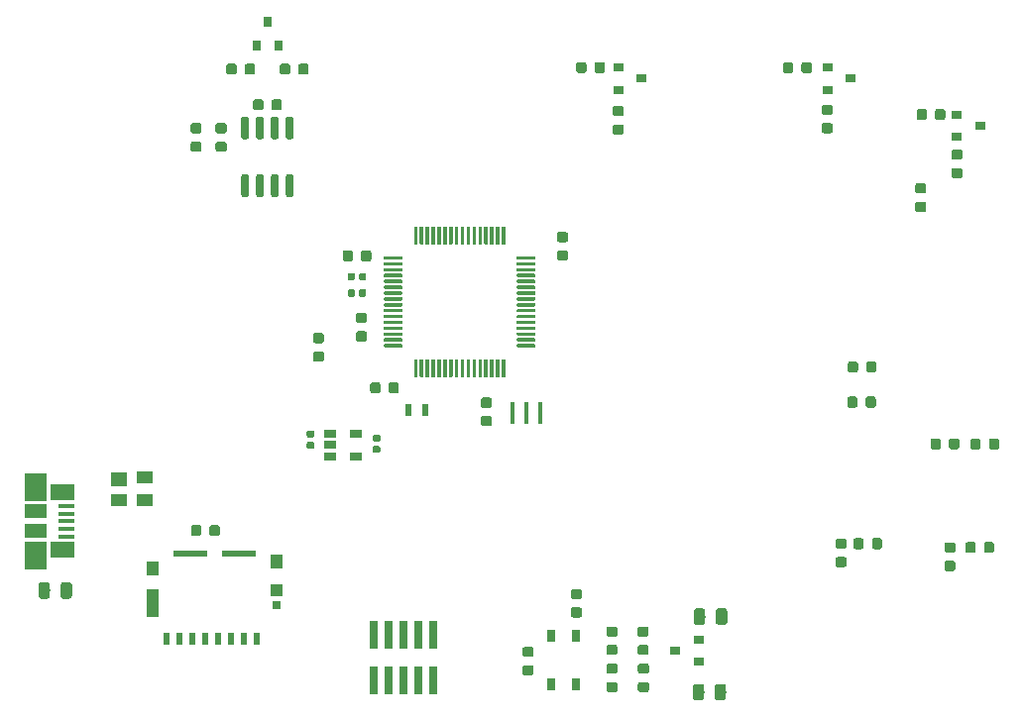
<source format=gbr>
G04 #@! TF.GenerationSoftware,KiCad,Pcbnew,5.1.4-e60b266~84~ubuntu18.04.1*
G04 #@! TF.CreationDate,2019-09-07T16:25:42+05:00*
G04 #@! TF.ProjectId,rck22,72636b32-322e-46b6-9963-61645f706362,rev?*
G04 #@! TF.SameCoordinates,Original*
G04 #@! TF.FileFunction,Paste,Top*
G04 #@! TF.FilePolarity,Positive*
%FSLAX46Y46*%
G04 Gerber Fmt 4.6, Leading zero omitted, Abs format (unit mm)*
G04 Created by KiCad (PCBNEW 5.1.4-e60b266~84~ubuntu18.04.1) date 2019-09-07 16:25:42*
%MOMM*%
%LPD*%
G04 APERTURE LIST*
%ADD10C,0.100000*%
%ADD11C,0.975000*%
%ADD12C,0.590000*%
%ADD13C,0.875000*%
%ADD14R,1.060000X0.650000*%
%ADD15R,0.900000X0.800000*%
%ADD16R,0.800000X0.900000*%
%ADD17R,0.600000X1.100000*%
%ADD18R,0.400000X1.900000*%
%ADD19R,0.740000X2.400000*%
%ADD20C,0.600000*%
%ADD21C,0.300000*%
%ADD22R,0.650000X1.050000*%
%ADD23R,1.900000X1.175000*%
%ADD24R,1.900000X2.375000*%
%ADD25R,2.100000X1.475000*%
%ADD26R,1.380000X0.450000*%
%ADD27R,1.400000X1.000000*%
%ADD28R,1.400000X1.200000*%
%ADD29R,2.910000X0.550000*%
%ADD30R,1.050000X1.200000*%
%ADD31R,1.050000X1.080000*%
%ADD32R,0.720000X0.780000*%
%ADD33R,1.050000X2.390000*%
%ADD34R,0.500000X1.000000*%
G04 APERTURE END LIST*
D10*
G36*
X154245222Y-121315154D02*
G01*
X154268883Y-121318664D01*
X154292087Y-121324476D01*
X154314609Y-121332534D01*
X154336233Y-121342762D01*
X154356750Y-121355059D01*
X154375963Y-121369309D01*
X154393687Y-121385373D01*
X154409751Y-121403097D01*
X154424001Y-121422310D01*
X154436298Y-121442827D01*
X154446526Y-121464451D01*
X154454584Y-121486973D01*
X154460396Y-121510177D01*
X154463906Y-121533838D01*
X154465080Y-121557730D01*
X154465080Y-122470230D01*
X154463906Y-122494122D01*
X154460396Y-122517783D01*
X154454584Y-122540987D01*
X154446526Y-122563509D01*
X154436298Y-122585133D01*
X154424001Y-122605650D01*
X154409751Y-122624863D01*
X154393687Y-122642587D01*
X154375963Y-122658651D01*
X154356750Y-122672901D01*
X154336233Y-122685198D01*
X154314609Y-122695426D01*
X154292087Y-122703484D01*
X154268883Y-122709296D01*
X154245222Y-122712806D01*
X154221330Y-122713980D01*
X153733830Y-122713980D01*
X153709938Y-122712806D01*
X153686277Y-122709296D01*
X153663073Y-122703484D01*
X153640551Y-122695426D01*
X153618927Y-122685198D01*
X153598410Y-122672901D01*
X153579197Y-122658651D01*
X153561473Y-122642587D01*
X153545409Y-122624863D01*
X153531159Y-122605650D01*
X153518862Y-122585133D01*
X153508634Y-122563509D01*
X153500576Y-122540987D01*
X153494764Y-122517783D01*
X153491254Y-122494122D01*
X153490080Y-122470230D01*
X153490080Y-121557730D01*
X153491254Y-121533838D01*
X153494764Y-121510177D01*
X153500576Y-121486973D01*
X153508634Y-121464451D01*
X153518862Y-121442827D01*
X153531159Y-121422310D01*
X153545409Y-121403097D01*
X153561473Y-121385373D01*
X153579197Y-121369309D01*
X153598410Y-121355059D01*
X153618927Y-121342762D01*
X153640551Y-121332534D01*
X153663073Y-121324476D01*
X153686277Y-121318664D01*
X153709938Y-121315154D01*
X153733830Y-121313980D01*
X154221330Y-121313980D01*
X154245222Y-121315154D01*
X154245222Y-121315154D01*
G37*
D11*
X153977580Y-122013980D03*
D10*
G36*
X152370222Y-121315154D02*
G01*
X152393883Y-121318664D01*
X152417087Y-121324476D01*
X152439609Y-121332534D01*
X152461233Y-121342762D01*
X152481750Y-121355059D01*
X152500963Y-121369309D01*
X152518687Y-121385373D01*
X152534751Y-121403097D01*
X152549001Y-121422310D01*
X152561298Y-121442827D01*
X152571526Y-121464451D01*
X152579584Y-121486973D01*
X152585396Y-121510177D01*
X152588906Y-121533838D01*
X152590080Y-121557730D01*
X152590080Y-122470230D01*
X152588906Y-122494122D01*
X152585396Y-122517783D01*
X152579584Y-122540987D01*
X152571526Y-122563509D01*
X152561298Y-122585133D01*
X152549001Y-122605650D01*
X152534751Y-122624863D01*
X152518687Y-122642587D01*
X152500963Y-122658651D01*
X152481750Y-122672901D01*
X152461233Y-122685198D01*
X152439609Y-122695426D01*
X152417087Y-122703484D01*
X152393883Y-122709296D01*
X152370222Y-122712806D01*
X152346330Y-122713980D01*
X151858830Y-122713980D01*
X151834938Y-122712806D01*
X151811277Y-122709296D01*
X151788073Y-122703484D01*
X151765551Y-122695426D01*
X151743927Y-122685198D01*
X151723410Y-122672901D01*
X151704197Y-122658651D01*
X151686473Y-122642587D01*
X151670409Y-122624863D01*
X151656159Y-122605650D01*
X151643862Y-122585133D01*
X151633634Y-122563509D01*
X151625576Y-122540987D01*
X151619764Y-122517783D01*
X151616254Y-122494122D01*
X151615080Y-122470230D01*
X151615080Y-121557730D01*
X151616254Y-121533838D01*
X151619764Y-121510177D01*
X151625576Y-121486973D01*
X151633634Y-121464451D01*
X151643862Y-121442827D01*
X151656159Y-121422310D01*
X151670409Y-121403097D01*
X151686473Y-121385373D01*
X151704197Y-121369309D01*
X151723410Y-121355059D01*
X151743927Y-121342762D01*
X151765551Y-121332534D01*
X151788073Y-121324476D01*
X151811277Y-121318664D01*
X151834938Y-121315154D01*
X151858830Y-121313980D01*
X152346330Y-121313980D01*
X152370222Y-121315154D01*
X152370222Y-121315154D01*
G37*
D11*
X152102580Y-122013980D03*
D10*
G36*
X154334122Y-114855934D02*
G01*
X154357783Y-114859444D01*
X154380987Y-114865256D01*
X154403509Y-114873314D01*
X154425133Y-114883542D01*
X154445650Y-114895839D01*
X154464863Y-114910089D01*
X154482587Y-114926153D01*
X154498651Y-114943877D01*
X154512901Y-114963090D01*
X154525198Y-114983607D01*
X154535426Y-115005231D01*
X154543484Y-115027753D01*
X154549296Y-115050957D01*
X154552806Y-115074618D01*
X154553980Y-115098510D01*
X154553980Y-116011010D01*
X154552806Y-116034902D01*
X154549296Y-116058563D01*
X154543484Y-116081767D01*
X154535426Y-116104289D01*
X154525198Y-116125913D01*
X154512901Y-116146430D01*
X154498651Y-116165643D01*
X154482587Y-116183367D01*
X154464863Y-116199431D01*
X154445650Y-116213681D01*
X154425133Y-116225978D01*
X154403509Y-116236206D01*
X154380987Y-116244264D01*
X154357783Y-116250076D01*
X154334122Y-116253586D01*
X154310230Y-116254760D01*
X153822730Y-116254760D01*
X153798838Y-116253586D01*
X153775177Y-116250076D01*
X153751973Y-116244264D01*
X153729451Y-116236206D01*
X153707827Y-116225978D01*
X153687310Y-116213681D01*
X153668097Y-116199431D01*
X153650373Y-116183367D01*
X153634309Y-116165643D01*
X153620059Y-116146430D01*
X153607762Y-116125913D01*
X153597534Y-116104289D01*
X153589476Y-116081767D01*
X153583664Y-116058563D01*
X153580154Y-116034902D01*
X153578980Y-116011010D01*
X153578980Y-115098510D01*
X153580154Y-115074618D01*
X153583664Y-115050957D01*
X153589476Y-115027753D01*
X153597534Y-115005231D01*
X153607762Y-114983607D01*
X153620059Y-114963090D01*
X153634309Y-114943877D01*
X153650373Y-114926153D01*
X153668097Y-114910089D01*
X153687310Y-114895839D01*
X153707827Y-114883542D01*
X153729451Y-114873314D01*
X153751973Y-114865256D01*
X153775177Y-114859444D01*
X153798838Y-114855934D01*
X153822730Y-114854760D01*
X154310230Y-114854760D01*
X154334122Y-114855934D01*
X154334122Y-114855934D01*
G37*
D11*
X154066480Y-115554760D03*
D10*
G36*
X152459122Y-114855934D02*
G01*
X152482783Y-114859444D01*
X152505987Y-114865256D01*
X152528509Y-114873314D01*
X152550133Y-114883542D01*
X152570650Y-114895839D01*
X152589863Y-114910089D01*
X152607587Y-114926153D01*
X152623651Y-114943877D01*
X152637901Y-114963090D01*
X152650198Y-114983607D01*
X152660426Y-115005231D01*
X152668484Y-115027753D01*
X152674296Y-115050957D01*
X152677806Y-115074618D01*
X152678980Y-115098510D01*
X152678980Y-116011010D01*
X152677806Y-116034902D01*
X152674296Y-116058563D01*
X152668484Y-116081767D01*
X152660426Y-116104289D01*
X152650198Y-116125913D01*
X152637901Y-116146430D01*
X152623651Y-116165643D01*
X152607587Y-116183367D01*
X152589863Y-116199431D01*
X152570650Y-116213681D01*
X152550133Y-116225978D01*
X152528509Y-116236206D01*
X152505987Y-116244264D01*
X152482783Y-116250076D01*
X152459122Y-116253586D01*
X152435230Y-116254760D01*
X151947730Y-116254760D01*
X151923838Y-116253586D01*
X151900177Y-116250076D01*
X151876973Y-116244264D01*
X151854451Y-116236206D01*
X151832827Y-116225978D01*
X151812310Y-116213681D01*
X151793097Y-116199431D01*
X151775373Y-116183367D01*
X151759309Y-116165643D01*
X151745059Y-116146430D01*
X151732762Y-116125913D01*
X151722534Y-116104289D01*
X151714476Y-116081767D01*
X151708664Y-116058563D01*
X151705154Y-116034902D01*
X151703980Y-116011010D01*
X151703980Y-115098510D01*
X151705154Y-115074618D01*
X151708664Y-115050957D01*
X151714476Y-115027753D01*
X151722534Y-115005231D01*
X151732762Y-114983607D01*
X151745059Y-114963090D01*
X151759309Y-114943877D01*
X151775373Y-114926153D01*
X151793097Y-114910089D01*
X151812310Y-114895839D01*
X151832827Y-114883542D01*
X151854451Y-114873314D01*
X151876973Y-114865256D01*
X151900177Y-114859444D01*
X151923838Y-114855934D01*
X151947730Y-114854760D01*
X152435230Y-114854760D01*
X152459122Y-114855934D01*
X152459122Y-114855934D01*
G37*
D11*
X152191480Y-115554760D03*
D10*
G36*
X123582958Y-87572330D02*
G01*
X123597276Y-87574454D01*
X123611317Y-87577971D01*
X123624946Y-87582848D01*
X123638031Y-87589037D01*
X123650447Y-87596478D01*
X123662073Y-87605101D01*
X123672798Y-87614822D01*
X123682519Y-87625547D01*
X123691142Y-87637173D01*
X123698583Y-87649589D01*
X123704772Y-87662674D01*
X123709649Y-87676303D01*
X123713166Y-87690344D01*
X123715290Y-87704662D01*
X123716000Y-87719120D01*
X123716000Y-88064120D01*
X123715290Y-88078578D01*
X123713166Y-88092896D01*
X123709649Y-88106937D01*
X123704772Y-88120566D01*
X123698583Y-88133651D01*
X123691142Y-88146067D01*
X123682519Y-88157693D01*
X123672798Y-88168418D01*
X123662073Y-88178139D01*
X123650447Y-88186762D01*
X123638031Y-88194203D01*
X123624946Y-88200392D01*
X123611317Y-88205269D01*
X123597276Y-88208786D01*
X123582958Y-88210910D01*
X123568500Y-88211620D01*
X123273500Y-88211620D01*
X123259042Y-88210910D01*
X123244724Y-88208786D01*
X123230683Y-88205269D01*
X123217054Y-88200392D01*
X123203969Y-88194203D01*
X123191553Y-88186762D01*
X123179927Y-88178139D01*
X123169202Y-88168418D01*
X123159481Y-88157693D01*
X123150858Y-88146067D01*
X123143417Y-88133651D01*
X123137228Y-88120566D01*
X123132351Y-88106937D01*
X123128834Y-88092896D01*
X123126710Y-88078578D01*
X123126000Y-88064120D01*
X123126000Y-87719120D01*
X123126710Y-87704662D01*
X123128834Y-87690344D01*
X123132351Y-87676303D01*
X123137228Y-87662674D01*
X123143417Y-87649589D01*
X123150858Y-87637173D01*
X123159481Y-87625547D01*
X123169202Y-87614822D01*
X123179927Y-87605101D01*
X123191553Y-87596478D01*
X123203969Y-87589037D01*
X123217054Y-87582848D01*
X123230683Y-87577971D01*
X123244724Y-87574454D01*
X123259042Y-87572330D01*
X123273500Y-87571620D01*
X123568500Y-87571620D01*
X123582958Y-87572330D01*
X123582958Y-87572330D01*
G37*
D12*
X123421000Y-87891620D03*
D10*
G36*
X122612958Y-87572330D02*
G01*
X122627276Y-87574454D01*
X122641317Y-87577971D01*
X122654946Y-87582848D01*
X122668031Y-87589037D01*
X122680447Y-87596478D01*
X122692073Y-87605101D01*
X122702798Y-87614822D01*
X122712519Y-87625547D01*
X122721142Y-87637173D01*
X122728583Y-87649589D01*
X122734772Y-87662674D01*
X122739649Y-87676303D01*
X122743166Y-87690344D01*
X122745290Y-87704662D01*
X122746000Y-87719120D01*
X122746000Y-88064120D01*
X122745290Y-88078578D01*
X122743166Y-88092896D01*
X122739649Y-88106937D01*
X122734772Y-88120566D01*
X122728583Y-88133651D01*
X122721142Y-88146067D01*
X122712519Y-88157693D01*
X122702798Y-88168418D01*
X122692073Y-88178139D01*
X122680447Y-88186762D01*
X122668031Y-88194203D01*
X122654946Y-88200392D01*
X122641317Y-88205269D01*
X122627276Y-88208786D01*
X122612958Y-88210910D01*
X122598500Y-88211620D01*
X122303500Y-88211620D01*
X122289042Y-88210910D01*
X122274724Y-88208786D01*
X122260683Y-88205269D01*
X122247054Y-88200392D01*
X122233969Y-88194203D01*
X122221553Y-88186762D01*
X122209927Y-88178139D01*
X122199202Y-88168418D01*
X122189481Y-88157693D01*
X122180858Y-88146067D01*
X122173417Y-88133651D01*
X122167228Y-88120566D01*
X122162351Y-88106937D01*
X122158834Y-88092896D01*
X122156710Y-88078578D01*
X122156000Y-88064120D01*
X122156000Y-87719120D01*
X122156710Y-87704662D01*
X122158834Y-87690344D01*
X122162351Y-87676303D01*
X122167228Y-87662674D01*
X122173417Y-87649589D01*
X122180858Y-87637173D01*
X122189481Y-87625547D01*
X122199202Y-87614822D01*
X122209927Y-87605101D01*
X122221553Y-87596478D01*
X122233969Y-87589037D01*
X122247054Y-87582848D01*
X122260683Y-87577971D01*
X122274724Y-87574454D01*
X122289042Y-87572330D01*
X122303500Y-87571620D01*
X122598500Y-87571620D01*
X122612958Y-87572330D01*
X122612958Y-87572330D01*
G37*
D12*
X122451000Y-87891620D03*
D10*
G36*
X122612958Y-86175330D02*
G01*
X122627276Y-86177454D01*
X122641317Y-86180971D01*
X122654946Y-86185848D01*
X122668031Y-86192037D01*
X122680447Y-86199478D01*
X122692073Y-86208101D01*
X122702798Y-86217822D01*
X122712519Y-86228547D01*
X122721142Y-86240173D01*
X122728583Y-86252589D01*
X122734772Y-86265674D01*
X122739649Y-86279303D01*
X122743166Y-86293344D01*
X122745290Y-86307662D01*
X122746000Y-86322120D01*
X122746000Y-86667120D01*
X122745290Y-86681578D01*
X122743166Y-86695896D01*
X122739649Y-86709937D01*
X122734772Y-86723566D01*
X122728583Y-86736651D01*
X122721142Y-86749067D01*
X122712519Y-86760693D01*
X122702798Y-86771418D01*
X122692073Y-86781139D01*
X122680447Y-86789762D01*
X122668031Y-86797203D01*
X122654946Y-86803392D01*
X122641317Y-86808269D01*
X122627276Y-86811786D01*
X122612958Y-86813910D01*
X122598500Y-86814620D01*
X122303500Y-86814620D01*
X122289042Y-86813910D01*
X122274724Y-86811786D01*
X122260683Y-86808269D01*
X122247054Y-86803392D01*
X122233969Y-86797203D01*
X122221553Y-86789762D01*
X122209927Y-86781139D01*
X122199202Y-86771418D01*
X122189481Y-86760693D01*
X122180858Y-86749067D01*
X122173417Y-86736651D01*
X122167228Y-86723566D01*
X122162351Y-86709937D01*
X122158834Y-86695896D01*
X122156710Y-86681578D01*
X122156000Y-86667120D01*
X122156000Y-86322120D01*
X122156710Y-86307662D01*
X122158834Y-86293344D01*
X122162351Y-86279303D01*
X122167228Y-86265674D01*
X122173417Y-86252589D01*
X122180858Y-86240173D01*
X122189481Y-86228547D01*
X122199202Y-86217822D01*
X122209927Y-86208101D01*
X122221553Y-86199478D01*
X122233969Y-86192037D01*
X122247054Y-86185848D01*
X122260683Y-86180971D01*
X122274724Y-86177454D01*
X122289042Y-86175330D01*
X122303500Y-86174620D01*
X122598500Y-86174620D01*
X122612958Y-86175330D01*
X122612958Y-86175330D01*
G37*
D12*
X122451000Y-86494620D03*
D10*
G36*
X123582958Y-86175330D02*
G01*
X123597276Y-86177454D01*
X123611317Y-86180971D01*
X123624946Y-86185848D01*
X123638031Y-86192037D01*
X123650447Y-86199478D01*
X123662073Y-86208101D01*
X123672798Y-86217822D01*
X123682519Y-86228547D01*
X123691142Y-86240173D01*
X123698583Y-86252589D01*
X123704772Y-86265674D01*
X123709649Y-86279303D01*
X123713166Y-86293344D01*
X123715290Y-86307662D01*
X123716000Y-86322120D01*
X123716000Y-86667120D01*
X123715290Y-86681578D01*
X123713166Y-86695896D01*
X123709649Y-86709937D01*
X123704772Y-86723566D01*
X123698583Y-86736651D01*
X123691142Y-86749067D01*
X123682519Y-86760693D01*
X123672798Y-86771418D01*
X123662073Y-86781139D01*
X123650447Y-86789762D01*
X123638031Y-86797203D01*
X123624946Y-86803392D01*
X123611317Y-86808269D01*
X123597276Y-86811786D01*
X123582958Y-86813910D01*
X123568500Y-86814620D01*
X123273500Y-86814620D01*
X123259042Y-86813910D01*
X123244724Y-86811786D01*
X123230683Y-86808269D01*
X123217054Y-86803392D01*
X123203969Y-86797203D01*
X123191553Y-86789762D01*
X123179927Y-86781139D01*
X123169202Y-86771418D01*
X123159481Y-86760693D01*
X123150858Y-86749067D01*
X123143417Y-86736651D01*
X123137228Y-86723566D01*
X123132351Y-86709937D01*
X123128834Y-86695896D01*
X123126710Y-86681578D01*
X123126000Y-86667120D01*
X123126000Y-86322120D01*
X123126710Y-86307662D01*
X123128834Y-86293344D01*
X123132351Y-86279303D01*
X123137228Y-86265674D01*
X123143417Y-86252589D01*
X123150858Y-86240173D01*
X123159481Y-86228547D01*
X123169202Y-86217822D01*
X123179927Y-86208101D01*
X123191553Y-86199478D01*
X123203969Y-86192037D01*
X123217054Y-86185848D01*
X123230683Y-86180971D01*
X123244724Y-86177454D01*
X123259042Y-86175330D01*
X123273500Y-86174620D01*
X123568500Y-86174620D01*
X123582958Y-86175330D01*
X123582958Y-86175330D01*
G37*
D12*
X123421000Y-86494620D03*
D10*
G36*
X98372842Y-112628354D02*
G01*
X98396503Y-112631864D01*
X98419707Y-112637676D01*
X98442229Y-112645734D01*
X98463853Y-112655962D01*
X98484370Y-112668259D01*
X98503583Y-112682509D01*
X98521307Y-112698573D01*
X98537371Y-112716297D01*
X98551621Y-112735510D01*
X98563918Y-112756027D01*
X98574146Y-112777651D01*
X98582204Y-112800173D01*
X98588016Y-112823377D01*
X98591526Y-112847038D01*
X98592700Y-112870930D01*
X98592700Y-113783430D01*
X98591526Y-113807322D01*
X98588016Y-113830983D01*
X98582204Y-113854187D01*
X98574146Y-113876709D01*
X98563918Y-113898333D01*
X98551621Y-113918850D01*
X98537371Y-113938063D01*
X98521307Y-113955787D01*
X98503583Y-113971851D01*
X98484370Y-113986101D01*
X98463853Y-113998398D01*
X98442229Y-114008626D01*
X98419707Y-114016684D01*
X98396503Y-114022496D01*
X98372842Y-114026006D01*
X98348950Y-114027180D01*
X97861450Y-114027180D01*
X97837558Y-114026006D01*
X97813897Y-114022496D01*
X97790693Y-114016684D01*
X97768171Y-114008626D01*
X97746547Y-113998398D01*
X97726030Y-113986101D01*
X97706817Y-113971851D01*
X97689093Y-113955787D01*
X97673029Y-113938063D01*
X97658779Y-113918850D01*
X97646482Y-113898333D01*
X97636254Y-113876709D01*
X97628196Y-113854187D01*
X97622384Y-113830983D01*
X97618874Y-113807322D01*
X97617700Y-113783430D01*
X97617700Y-112870930D01*
X97618874Y-112847038D01*
X97622384Y-112823377D01*
X97628196Y-112800173D01*
X97636254Y-112777651D01*
X97646482Y-112756027D01*
X97658779Y-112735510D01*
X97673029Y-112716297D01*
X97689093Y-112698573D01*
X97706817Y-112682509D01*
X97726030Y-112668259D01*
X97746547Y-112655962D01*
X97768171Y-112645734D01*
X97790693Y-112637676D01*
X97813897Y-112631864D01*
X97837558Y-112628354D01*
X97861450Y-112627180D01*
X98348950Y-112627180D01*
X98372842Y-112628354D01*
X98372842Y-112628354D01*
G37*
D11*
X98105200Y-113327180D03*
D10*
G36*
X96497842Y-112628354D02*
G01*
X96521503Y-112631864D01*
X96544707Y-112637676D01*
X96567229Y-112645734D01*
X96588853Y-112655962D01*
X96609370Y-112668259D01*
X96628583Y-112682509D01*
X96646307Y-112698573D01*
X96662371Y-112716297D01*
X96676621Y-112735510D01*
X96688918Y-112756027D01*
X96699146Y-112777651D01*
X96707204Y-112800173D01*
X96713016Y-112823377D01*
X96716526Y-112847038D01*
X96717700Y-112870930D01*
X96717700Y-113783430D01*
X96716526Y-113807322D01*
X96713016Y-113830983D01*
X96707204Y-113854187D01*
X96699146Y-113876709D01*
X96688918Y-113898333D01*
X96676621Y-113918850D01*
X96662371Y-113938063D01*
X96646307Y-113955787D01*
X96628583Y-113971851D01*
X96609370Y-113986101D01*
X96588853Y-113998398D01*
X96567229Y-114008626D01*
X96544707Y-114016684D01*
X96521503Y-114022496D01*
X96497842Y-114026006D01*
X96473950Y-114027180D01*
X95986450Y-114027180D01*
X95962558Y-114026006D01*
X95938897Y-114022496D01*
X95915693Y-114016684D01*
X95893171Y-114008626D01*
X95871547Y-113998398D01*
X95851030Y-113986101D01*
X95831817Y-113971851D01*
X95814093Y-113955787D01*
X95798029Y-113938063D01*
X95783779Y-113918850D01*
X95771482Y-113898333D01*
X95761254Y-113876709D01*
X95753196Y-113854187D01*
X95747384Y-113830983D01*
X95743874Y-113807322D01*
X95742700Y-113783430D01*
X95742700Y-112870930D01*
X95743874Y-112847038D01*
X95747384Y-112823377D01*
X95753196Y-112800173D01*
X95761254Y-112777651D01*
X95771482Y-112756027D01*
X95783779Y-112735510D01*
X95798029Y-112716297D01*
X95814093Y-112698573D01*
X95831817Y-112682509D01*
X95851030Y-112668259D01*
X95871547Y-112655962D01*
X95893171Y-112645734D01*
X95915693Y-112637676D01*
X95938897Y-112631864D01*
X95962558Y-112628354D01*
X95986450Y-112627180D01*
X96473950Y-112627180D01*
X96497842Y-112628354D01*
X96497842Y-112628354D01*
G37*
D11*
X96230200Y-113327180D03*
D10*
G36*
X165533131Y-93744813D02*
G01*
X165554366Y-93747963D01*
X165575190Y-93753179D01*
X165595402Y-93760411D01*
X165614808Y-93769590D01*
X165633221Y-93780626D01*
X165650464Y-93793414D01*
X165666370Y-93807830D01*
X165680786Y-93823736D01*
X165693574Y-93840979D01*
X165704610Y-93859392D01*
X165713789Y-93878798D01*
X165721021Y-93899010D01*
X165726237Y-93919834D01*
X165729387Y-93941069D01*
X165730440Y-93962510D01*
X165730440Y-94475010D01*
X165729387Y-94496451D01*
X165726237Y-94517686D01*
X165721021Y-94538510D01*
X165713789Y-94558722D01*
X165704610Y-94578128D01*
X165693574Y-94596541D01*
X165680786Y-94613784D01*
X165666370Y-94629690D01*
X165650464Y-94644106D01*
X165633221Y-94656894D01*
X165614808Y-94667930D01*
X165595402Y-94677109D01*
X165575190Y-94684341D01*
X165554366Y-94689557D01*
X165533131Y-94692707D01*
X165511690Y-94693760D01*
X165074190Y-94693760D01*
X165052749Y-94692707D01*
X165031514Y-94689557D01*
X165010690Y-94684341D01*
X164990478Y-94677109D01*
X164971072Y-94667930D01*
X164952659Y-94656894D01*
X164935416Y-94644106D01*
X164919510Y-94629690D01*
X164905094Y-94613784D01*
X164892306Y-94596541D01*
X164881270Y-94578128D01*
X164872091Y-94558722D01*
X164864859Y-94538510D01*
X164859643Y-94517686D01*
X164856493Y-94496451D01*
X164855440Y-94475010D01*
X164855440Y-93962510D01*
X164856493Y-93941069D01*
X164859643Y-93919834D01*
X164864859Y-93899010D01*
X164872091Y-93878798D01*
X164881270Y-93859392D01*
X164892306Y-93840979D01*
X164905094Y-93823736D01*
X164919510Y-93807830D01*
X164935416Y-93793414D01*
X164952659Y-93780626D01*
X164971072Y-93769590D01*
X164990478Y-93760411D01*
X165010690Y-93753179D01*
X165031514Y-93747963D01*
X165052749Y-93744813D01*
X165074190Y-93743760D01*
X165511690Y-93743760D01*
X165533131Y-93744813D01*
X165533131Y-93744813D01*
G37*
D13*
X165292940Y-94218760D03*
D10*
G36*
X167108131Y-93744813D02*
G01*
X167129366Y-93747963D01*
X167150190Y-93753179D01*
X167170402Y-93760411D01*
X167189808Y-93769590D01*
X167208221Y-93780626D01*
X167225464Y-93793414D01*
X167241370Y-93807830D01*
X167255786Y-93823736D01*
X167268574Y-93840979D01*
X167279610Y-93859392D01*
X167288789Y-93878798D01*
X167296021Y-93899010D01*
X167301237Y-93919834D01*
X167304387Y-93941069D01*
X167305440Y-93962510D01*
X167305440Y-94475010D01*
X167304387Y-94496451D01*
X167301237Y-94517686D01*
X167296021Y-94538510D01*
X167288789Y-94558722D01*
X167279610Y-94578128D01*
X167268574Y-94596541D01*
X167255786Y-94613784D01*
X167241370Y-94629690D01*
X167225464Y-94644106D01*
X167208221Y-94656894D01*
X167189808Y-94667930D01*
X167170402Y-94677109D01*
X167150190Y-94684341D01*
X167129366Y-94689557D01*
X167108131Y-94692707D01*
X167086690Y-94693760D01*
X166649190Y-94693760D01*
X166627749Y-94692707D01*
X166606514Y-94689557D01*
X166585690Y-94684341D01*
X166565478Y-94677109D01*
X166546072Y-94667930D01*
X166527659Y-94656894D01*
X166510416Y-94644106D01*
X166494510Y-94629690D01*
X166480094Y-94613784D01*
X166467306Y-94596541D01*
X166456270Y-94578128D01*
X166447091Y-94558722D01*
X166439859Y-94538510D01*
X166434643Y-94517686D01*
X166431493Y-94496451D01*
X166430440Y-94475010D01*
X166430440Y-93962510D01*
X166431493Y-93941069D01*
X166434643Y-93919834D01*
X166439859Y-93899010D01*
X166447091Y-93878798D01*
X166456270Y-93859392D01*
X166467306Y-93840979D01*
X166480094Y-93823736D01*
X166494510Y-93807830D01*
X166510416Y-93793414D01*
X166527659Y-93780626D01*
X166546072Y-93769590D01*
X166565478Y-93760411D01*
X166585690Y-93753179D01*
X166606514Y-93747963D01*
X166627749Y-93744813D01*
X166649190Y-93743760D01*
X167086690Y-93743760D01*
X167108131Y-93744813D01*
X167108131Y-93744813D01*
G37*
D13*
X166867940Y-94218760D03*
D10*
G36*
X165484871Y-96749633D02*
G01*
X165506106Y-96752783D01*
X165526930Y-96757999D01*
X165547142Y-96765231D01*
X165566548Y-96774410D01*
X165584961Y-96785446D01*
X165602204Y-96798234D01*
X165618110Y-96812650D01*
X165632526Y-96828556D01*
X165645314Y-96845799D01*
X165656350Y-96864212D01*
X165665529Y-96883618D01*
X165672761Y-96903830D01*
X165677977Y-96924654D01*
X165681127Y-96945889D01*
X165682180Y-96967330D01*
X165682180Y-97479830D01*
X165681127Y-97501271D01*
X165677977Y-97522506D01*
X165672761Y-97543330D01*
X165665529Y-97563542D01*
X165656350Y-97582948D01*
X165645314Y-97601361D01*
X165632526Y-97618604D01*
X165618110Y-97634510D01*
X165602204Y-97648926D01*
X165584961Y-97661714D01*
X165566548Y-97672750D01*
X165547142Y-97681929D01*
X165526930Y-97689161D01*
X165506106Y-97694377D01*
X165484871Y-97697527D01*
X165463430Y-97698580D01*
X165025930Y-97698580D01*
X165004489Y-97697527D01*
X164983254Y-97694377D01*
X164962430Y-97689161D01*
X164942218Y-97681929D01*
X164922812Y-97672750D01*
X164904399Y-97661714D01*
X164887156Y-97648926D01*
X164871250Y-97634510D01*
X164856834Y-97618604D01*
X164844046Y-97601361D01*
X164833010Y-97582948D01*
X164823831Y-97563542D01*
X164816599Y-97543330D01*
X164811383Y-97522506D01*
X164808233Y-97501271D01*
X164807180Y-97479830D01*
X164807180Y-96967330D01*
X164808233Y-96945889D01*
X164811383Y-96924654D01*
X164816599Y-96903830D01*
X164823831Y-96883618D01*
X164833010Y-96864212D01*
X164844046Y-96845799D01*
X164856834Y-96828556D01*
X164871250Y-96812650D01*
X164887156Y-96798234D01*
X164904399Y-96785446D01*
X164922812Y-96774410D01*
X164942218Y-96765231D01*
X164962430Y-96757999D01*
X164983254Y-96752783D01*
X165004489Y-96749633D01*
X165025930Y-96748580D01*
X165463430Y-96748580D01*
X165484871Y-96749633D01*
X165484871Y-96749633D01*
G37*
D13*
X165244680Y-97223580D03*
D10*
G36*
X167059871Y-96749633D02*
G01*
X167081106Y-96752783D01*
X167101930Y-96757999D01*
X167122142Y-96765231D01*
X167141548Y-96774410D01*
X167159961Y-96785446D01*
X167177204Y-96798234D01*
X167193110Y-96812650D01*
X167207526Y-96828556D01*
X167220314Y-96845799D01*
X167231350Y-96864212D01*
X167240529Y-96883618D01*
X167247761Y-96903830D01*
X167252977Y-96924654D01*
X167256127Y-96945889D01*
X167257180Y-96967330D01*
X167257180Y-97479830D01*
X167256127Y-97501271D01*
X167252977Y-97522506D01*
X167247761Y-97543330D01*
X167240529Y-97563542D01*
X167231350Y-97582948D01*
X167220314Y-97601361D01*
X167207526Y-97618604D01*
X167193110Y-97634510D01*
X167177204Y-97648926D01*
X167159961Y-97661714D01*
X167141548Y-97672750D01*
X167122142Y-97681929D01*
X167101930Y-97689161D01*
X167081106Y-97694377D01*
X167059871Y-97697527D01*
X167038430Y-97698580D01*
X166600930Y-97698580D01*
X166579489Y-97697527D01*
X166558254Y-97694377D01*
X166537430Y-97689161D01*
X166517218Y-97681929D01*
X166497812Y-97672750D01*
X166479399Y-97661714D01*
X166462156Y-97648926D01*
X166446250Y-97634510D01*
X166431834Y-97618604D01*
X166419046Y-97601361D01*
X166408010Y-97582948D01*
X166398831Y-97563542D01*
X166391599Y-97543330D01*
X166386383Y-97522506D01*
X166383233Y-97501271D01*
X166382180Y-97479830D01*
X166382180Y-96967330D01*
X166383233Y-96945889D01*
X166386383Y-96924654D01*
X166391599Y-96903830D01*
X166398831Y-96883618D01*
X166408010Y-96864212D01*
X166419046Y-96845799D01*
X166431834Y-96828556D01*
X166446250Y-96812650D01*
X166462156Y-96798234D01*
X166479399Y-96785446D01*
X166497812Y-96774410D01*
X166517218Y-96765231D01*
X166537430Y-96757999D01*
X166558254Y-96752783D01*
X166579489Y-96749633D01*
X166600930Y-96748580D01*
X167038430Y-96748580D01*
X167059871Y-96749633D01*
X167059871Y-96749633D01*
G37*
D13*
X166819680Y-97223580D03*
D14*
X122832040Y-99948960D03*
X122832040Y-101848960D03*
X120632040Y-101848960D03*
X120632040Y-100898960D03*
X120632040Y-99948960D03*
D10*
G36*
X124791738Y-100982990D02*
G01*
X124806056Y-100985114D01*
X124820097Y-100988631D01*
X124833726Y-100993508D01*
X124846811Y-100999697D01*
X124859227Y-101007138D01*
X124870853Y-101015761D01*
X124881578Y-101025482D01*
X124891299Y-101036207D01*
X124899922Y-101047833D01*
X124907363Y-101060249D01*
X124913552Y-101073334D01*
X124918429Y-101086963D01*
X124921946Y-101101004D01*
X124924070Y-101115322D01*
X124924780Y-101129780D01*
X124924780Y-101424780D01*
X124924070Y-101439238D01*
X124921946Y-101453556D01*
X124918429Y-101467597D01*
X124913552Y-101481226D01*
X124907363Y-101494311D01*
X124899922Y-101506727D01*
X124891299Y-101518353D01*
X124881578Y-101529078D01*
X124870853Y-101538799D01*
X124859227Y-101547422D01*
X124846811Y-101554863D01*
X124833726Y-101561052D01*
X124820097Y-101565929D01*
X124806056Y-101569446D01*
X124791738Y-101571570D01*
X124777280Y-101572280D01*
X124432280Y-101572280D01*
X124417822Y-101571570D01*
X124403504Y-101569446D01*
X124389463Y-101565929D01*
X124375834Y-101561052D01*
X124362749Y-101554863D01*
X124350333Y-101547422D01*
X124338707Y-101538799D01*
X124327982Y-101529078D01*
X124318261Y-101518353D01*
X124309638Y-101506727D01*
X124302197Y-101494311D01*
X124296008Y-101481226D01*
X124291131Y-101467597D01*
X124287614Y-101453556D01*
X124285490Y-101439238D01*
X124284780Y-101424780D01*
X124284780Y-101129780D01*
X124285490Y-101115322D01*
X124287614Y-101101004D01*
X124291131Y-101086963D01*
X124296008Y-101073334D01*
X124302197Y-101060249D01*
X124309638Y-101047833D01*
X124318261Y-101036207D01*
X124327982Y-101025482D01*
X124338707Y-101015761D01*
X124350333Y-101007138D01*
X124362749Y-100999697D01*
X124375834Y-100993508D01*
X124389463Y-100988631D01*
X124403504Y-100985114D01*
X124417822Y-100982990D01*
X124432280Y-100982280D01*
X124777280Y-100982280D01*
X124791738Y-100982990D01*
X124791738Y-100982990D01*
G37*
D12*
X124604780Y-101277280D03*
D10*
G36*
X124791738Y-100012990D02*
G01*
X124806056Y-100015114D01*
X124820097Y-100018631D01*
X124833726Y-100023508D01*
X124846811Y-100029697D01*
X124859227Y-100037138D01*
X124870853Y-100045761D01*
X124881578Y-100055482D01*
X124891299Y-100066207D01*
X124899922Y-100077833D01*
X124907363Y-100090249D01*
X124913552Y-100103334D01*
X124918429Y-100116963D01*
X124921946Y-100131004D01*
X124924070Y-100145322D01*
X124924780Y-100159780D01*
X124924780Y-100454780D01*
X124924070Y-100469238D01*
X124921946Y-100483556D01*
X124918429Y-100497597D01*
X124913552Y-100511226D01*
X124907363Y-100524311D01*
X124899922Y-100536727D01*
X124891299Y-100548353D01*
X124881578Y-100559078D01*
X124870853Y-100568799D01*
X124859227Y-100577422D01*
X124846811Y-100584863D01*
X124833726Y-100591052D01*
X124820097Y-100595929D01*
X124806056Y-100599446D01*
X124791738Y-100601570D01*
X124777280Y-100602280D01*
X124432280Y-100602280D01*
X124417822Y-100601570D01*
X124403504Y-100599446D01*
X124389463Y-100595929D01*
X124375834Y-100591052D01*
X124362749Y-100584863D01*
X124350333Y-100577422D01*
X124338707Y-100568799D01*
X124327982Y-100559078D01*
X124318261Y-100548353D01*
X124309638Y-100536727D01*
X124302197Y-100524311D01*
X124296008Y-100511226D01*
X124291131Y-100497597D01*
X124287614Y-100483556D01*
X124285490Y-100469238D01*
X124284780Y-100454780D01*
X124284780Y-100159780D01*
X124285490Y-100145322D01*
X124287614Y-100131004D01*
X124291131Y-100116963D01*
X124296008Y-100103334D01*
X124302197Y-100090249D01*
X124309638Y-100077833D01*
X124318261Y-100066207D01*
X124327982Y-100055482D01*
X124338707Y-100045761D01*
X124350333Y-100037138D01*
X124362749Y-100029697D01*
X124375834Y-100023508D01*
X124389463Y-100018631D01*
X124403504Y-100015114D01*
X124417822Y-100012990D01*
X124432280Y-100012280D01*
X124777280Y-100012280D01*
X124791738Y-100012990D01*
X124791738Y-100012990D01*
G37*
D12*
X124604780Y-100307280D03*
D10*
G36*
X119158018Y-100622310D02*
G01*
X119172336Y-100624434D01*
X119186377Y-100627951D01*
X119200006Y-100632828D01*
X119213091Y-100639017D01*
X119225507Y-100646458D01*
X119237133Y-100655081D01*
X119247858Y-100664802D01*
X119257579Y-100675527D01*
X119266202Y-100687153D01*
X119273643Y-100699569D01*
X119279832Y-100712654D01*
X119284709Y-100726283D01*
X119288226Y-100740324D01*
X119290350Y-100754642D01*
X119291060Y-100769100D01*
X119291060Y-101064100D01*
X119290350Y-101078558D01*
X119288226Y-101092876D01*
X119284709Y-101106917D01*
X119279832Y-101120546D01*
X119273643Y-101133631D01*
X119266202Y-101146047D01*
X119257579Y-101157673D01*
X119247858Y-101168398D01*
X119237133Y-101178119D01*
X119225507Y-101186742D01*
X119213091Y-101194183D01*
X119200006Y-101200372D01*
X119186377Y-101205249D01*
X119172336Y-101208766D01*
X119158018Y-101210890D01*
X119143560Y-101211600D01*
X118798560Y-101211600D01*
X118784102Y-101210890D01*
X118769784Y-101208766D01*
X118755743Y-101205249D01*
X118742114Y-101200372D01*
X118729029Y-101194183D01*
X118716613Y-101186742D01*
X118704987Y-101178119D01*
X118694262Y-101168398D01*
X118684541Y-101157673D01*
X118675918Y-101146047D01*
X118668477Y-101133631D01*
X118662288Y-101120546D01*
X118657411Y-101106917D01*
X118653894Y-101092876D01*
X118651770Y-101078558D01*
X118651060Y-101064100D01*
X118651060Y-100769100D01*
X118651770Y-100754642D01*
X118653894Y-100740324D01*
X118657411Y-100726283D01*
X118662288Y-100712654D01*
X118668477Y-100699569D01*
X118675918Y-100687153D01*
X118684541Y-100675527D01*
X118694262Y-100664802D01*
X118704987Y-100655081D01*
X118716613Y-100646458D01*
X118729029Y-100639017D01*
X118742114Y-100632828D01*
X118755743Y-100627951D01*
X118769784Y-100624434D01*
X118784102Y-100622310D01*
X118798560Y-100621600D01*
X119143560Y-100621600D01*
X119158018Y-100622310D01*
X119158018Y-100622310D01*
G37*
D12*
X118971060Y-100916600D03*
D10*
G36*
X119158018Y-99652310D02*
G01*
X119172336Y-99654434D01*
X119186377Y-99657951D01*
X119200006Y-99662828D01*
X119213091Y-99669017D01*
X119225507Y-99676458D01*
X119237133Y-99685081D01*
X119247858Y-99694802D01*
X119257579Y-99705527D01*
X119266202Y-99717153D01*
X119273643Y-99729569D01*
X119279832Y-99742654D01*
X119284709Y-99756283D01*
X119288226Y-99770324D01*
X119290350Y-99784642D01*
X119291060Y-99799100D01*
X119291060Y-100094100D01*
X119290350Y-100108558D01*
X119288226Y-100122876D01*
X119284709Y-100136917D01*
X119279832Y-100150546D01*
X119273643Y-100163631D01*
X119266202Y-100176047D01*
X119257579Y-100187673D01*
X119247858Y-100198398D01*
X119237133Y-100208119D01*
X119225507Y-100216742D01*
X119213091Y-100224183D01*
X119200006Y-100230372D01*
X119186377Y-100235249D01*
X119172336Y-100238766D01*
X119158018Y-100240890D01*
X119143560Y-100241600D01*
X118798560Y-100241600D01*
X118784102Y-100240890D01*
X118769784Y-100238766D01*
X118755743Y-100235249D01*
X118742114Y-100230372D01*
X118729029Y-100224183D01*
X118716613Y-100216742D01*
X118704987Y-100208119D01*
X118694262Y-100198398D01*
X118684541Y-100187673D01*
X118675918Y-100176047D01*
X118668477Y-100163631D01*
X118662288Y-100150546D01*
X118657411Y-100136917D01*
X118653894Y-100122876D01*
X118651770Y-100108558D01*
X118651060Y-100094100D01*
X118651060Y-99799100D01*
X118651770Y-99784642D01*
X118653894Y-99770324D01*
X118657411Y-99756283D01*
X118662288Y-99742654D01*
X118668477Y-99729569D01*
X118675918Y-99717153D01*
X118684541Y-99705527D01*
X118694262Y-99694802D01*
X118704987Y-99685081D01*
X118716613Y-99676458D01*
X118729029Y-99669017D01*
X118742114Y-99662828D01*
X118755743Y-99657951D01*
X118769784Y-99654434D01*
X118784102Y-99652310D01*
X118798560Y-99651600D01*
X119143560Y-99651600D01*
X119158018Y-99652310D01*
X119158018Y-99652310D01*
G37*
D12*
X118971060Y-99946600D03*
D10*
G36*
X163373631Y-73363353D02*
G01*
X163394866Y-73366503D01*
X163415690Y-73371719D01*
X163435902Y-73378951D01*
X163455308Y-73388130D01*
X163473721Y-73399166D01*
X163490964Y-73411954D01*
X163506870Y-73426370D01*
X163521286Y-73442276D01*
X163534074Y-73459519D01*
X163545110Y-73477932D01*
X163554289Y-73497338D01*
X163561521Y-73517550D01*
X163566737Y-73538374D01*
X163569887Y-73559609D01*
X163570940Y-73581050D01*
X163570940Y-74018550D01*
X163569887Y-74039991D01*
X163566737Y-74061226D01*
X163561521Y-74082050D01*
X163554289Y-74102262D01*
X163545110Y-74121668D01*
X163534074Y-74140081D01*
X163521286Y-74157324D01*
X163506870Y-74173230D01*
X163490964Y-74187646D01*
X163473721Y-74200434D01*
X163455308Y-74211470D01*
X163435902Y-74220649D01*
X163415690Y-74227881D01*
X163394866Y-74233097D01*
X163373631Y-74236247D01*
X163352190Y-74237300D01*
X162839690Y-74237300D01*
X162818249Y-74236247D01*
X162797014Y-74233097D01*
X162776190Y-74227881D01*
X162755978Y-74220649D01*
X162736572Y-74211470D01*
X162718159Y-74200434D01*
X162700916Y-74187646D01*
X162685010Y-74173230D01*
X162670594Y-74157324D01*
X162657806Y-74140081D01*
X162646770Y-74121668D01*
X162637591Y-74102262D01*
X162630359Y-74082050D01*
X162625143Y-74061226D01*
X162621993Y-74039991D01*
X162620940Y-74018550D01*
X162620940Y-73581050D01*
X162621993Y-73559609D01*
X162625143Y-73538374D01*
X162630359Y-73517550D01*
X162637591Y-73497338D01*
X162646770Y-73477932D01*
X162657806Y-73459519D01*
X162670594Y-73442276D01*
X162685010Y-73426370D01*
X162700916Y-73411954D01*
X162718159Y-73399166D01*
X162736572Y-73388130D01*
X162755978Y-73378951D01*
X162776190Y-73371719D01*
X162797014Y-73366503D01*
X162818249Y-73363353D01*
X162839690Y-73362300D01*
X163352190Y-73362300D01*
X163373631Y-73363353D01*
X163373631Y-73363353D01*
G37*
D13*
X163095940Y-73799800D03*
D10*
G36*
X163373631Y-71788353D02*
G01*
X163394866Y-71791503D01*
X163415690Y-71796719D01*
X163435902Y-71803951D01*
X163455308Y-71813130D01*
X163473721Y-71824166D01*
X163490964Y-71836954D01*
X163506870Y-71851370D01*
X163521286Y-71867276D01*
X163534074Y-71884519D01*
X163545110Y-71902932D01*
X163554289Y-71922338D01*
X163561521Y-71942550D01*
X163566737Y-71963374D01*
X163569887Y-71984609D01*
X163570940Y-72006050D01*
X163570940Y-72443550D01*
X163569887Y-72464991D01*
X163566737Y-72486226D01*
X163561521Y-72507050D01*
X163554289Y-72527262D01*
X163545110Y-72546668D01*
X163534074Y-72565081D01*
X163521286Y-72582324D01*
X163506870Y-72598230D01*
X163490964Y-72612646D01*
X163473721Y-72625434D01*
X163455308Y-72636470D01*
X163435902Y-72645649D01*
X163415690Y-72652881D01*
X163394866Y-72658097D01*
X163373631Y-72661247D01*
X163352190Y-72662300D01*
X162839690Y-72662300D01*
X162818249Y-72661247D01*
X162797014Y-72658097D01*
X162776190Y-72652881D01*
X162755978Y-72645649D01*
X162736572Y-72636470D01*
X162718159Y-72625434D01*
X162700916Y-72612646D01*
X162685010Y-72598230D01*
X162670594Y-72582324D01*
X162657806Y-72565081D01*
X162646770Y-72546668D01*
X162637591Y-72527262D01*
X162630359Y-72507050D01*
X162625143Y-72486226D01*
X162621993Y-72464991D01*
X162620940Y-72443550D01*
X162620940Y-72006050D01*
X162621993Y-71984609D01*
X162625143Y-71963374D01*
X162630359Y-71942550D01*
X162637591Y-71922338D01*
X162646770Y-71902932D01*
X162657806Y-71884519D01*
X162670594Y-71867276D01*
X162685010Y-71851370D01*
X162700916Y-71836954D01*
X162718159Y-71824166D01*
X162736572Y-71813130D01*
X162755978Y-71803951D01*
X162776190Y-71796719D01*
X162797014Y-71791503D01*
X162818249Y-71788353D01*
X162839690Y-71787300D01*
X163352190Y-71787300D01*
X163373631Y-71788353D01*
X163373631Y-71788353D01*
G37*
D13*
X163095940Y-72224800D03*
D10*
G36*
X161576011Y-68146693D02*
G01*
X161597246Y-68149843D01*
X161618070Y-68155059D01*
X161638282Y-68162291D01*
X161657688Y-68171470D01*
X161676101Y-68182506D01*
X161693344Y-68195294D01*
X161709250Y-68209710D01*
X161723666Y-68225616D01*
X161736454Y-68242859D01*
X161747490Y-68261272D01*
X161756669Y-68280678D01*
X161763901Y-68300890D01*
X161769117Y-68321714D01*
X161772267Y-68342949D01*
X161773320Y-68364390D01*
X161773320Y-68876890D01*
X161772267Y-68898331D01*
X161769117Y-68919566D01*
X161763901Y-68940390D01*
X161756669Y-68960602D01*
X161747490Y-68980008D01*
X161736454Y-68998421D01*
X161723666Y-69015664D01*
X161709250Y-69031570D01*
X161693344Y-69045986D01*
X161676101Y-69058774D01*
X161657688Y-69069810D01*
X161638282Y-69078989D01*
X161618070Y-69086221D01*
X161597246Y-69091437D01*
X161576011Y-69094587D01*
X161554570Y-69095640D01*
X161117070Y-69095640D01*
X161095629Y-69094587D01*
X161074394Y-69091437D01*
X161053570Y-69086221D01*
X161033358Y-69078989D01*
X161013952Y-69069810D01*
X160995539Y-69058774D01*
X160978296Y-69045986D01*
X160962390Y-69031570D01*
X160947974Y-69015664D01*
X160935186Y-68998421D01*
X160924150Y-68980008D01*
X160914971Y-68960602D01*
X160907739Y-68940390D01*
X160902523Y-68919566D01*
X160899373Y-68898331D01*
X160898320Y-68876890D01*
X160898320Y-68364390D01*
X160899373Y-68342949D01*
X160902523Y-68321714D01*
X160907739Y-68300890D01*
X160914971Y-68280678D01*
X160924150Y-68261272D01*
X160935186Y-68242859D01*
X160947974Y-68225616D01*
X160962390Y-68209710D01*
X160978296Y-68195294D01*
X160995539Y-68182506D01*
X161013952Y-68171470D01*
X161033358Y-68162291D01*
X161053570Y-68155059D01*
X161074394Y-68149843D01*
X161095629Y-68146693D01*
X161117070Y-68145640D01*
X161554570Y-68145640D01*
X161576011Y-68146693D01*
X161576011Y-68146693D01*
G37*
D13*
X161335820Y-68620640D03*
D10*
G36*
X160001011Y-68146693D02*
G01*
X160022246Y-68149843D01*
X160043070Y-68155059D01*
X160063282Y-68162291D01*
X160082688Y-68171470D01*
X160101101Y-68182506D01*
X160118344Y-68195294D01*
X160134250Y-68209710D01*
X160148666Y-68225616D01*
X160161454Y-68242859D01*
X160172490Y-68261272D01*
X160181669Y-68280678D01*
X160188901Y-68300890D01*
X160194117Y-68321714D01*
X160197267Y-68342949D01*
X160198320Y-68364390D01*
X160198320Y-68876890D01*
X160197267Y-68898331D01*
X160194117Y-68919566D01*
X160188901Y-68940390D01*
X160181669Y-68960602D01*
X160172490Y-68980008D01*
X160161454Y-68998421D01*
X160148666Y-69015664D01*
X160134250Y-69031570D01*
X160118344Y-69045986D01*
X160101101Y-69058774D01*
X160082688Y-69069810D01*
X160063282Y-69078989D01*
X160043070Y-69086221D01*
X160022246Y-69091437D01*
X160001011Y-69094587D01*
X159979570Y-69095640D01*
X159542070Y-69095640D01*
X159520629Y-69094587D01*
X159499394Y-69091437D01*
X159478570Y-69086221D01*
X159458358Y-69078989D01*
X159438952Y-69069810D01*
X159420539Y-69058774D01*
X159403296Y-69045986D01*
X159387390Y-69031570D01*
X159372974Y-69015664D01*
X159360186Y-68998421D01*
X159349150Y-68980008D01*
X159339971Y-68960602D01*
X159332739Y-68940390D01*
X159327523Y-68919566D01*
X159324373Y-68898331D01*
X159323320Y-68876890D01*
X159323320Y-68364390D01*
X159324373Y-68342949D01*
X159327523Y-68321714D01*
X159332739Y-68300890D01*
X159339971Y-68280678D01*
X159349150Y-68261272D01*
X159360186Y-68242859D01*
X159372974Y-68225616D01*
X159387390Y-68209710D01*
X159403296Y-68195294D01*
X159420539Y-68182506D01*
X159438952Y-68171470D01*
X159458358Y-68162291D01*
X159478570Y-68155059D01*
X159499394Y-68149843D01*
X159520629Y-68146693D01*
X159542070Y-68145640D01*
X159979570Y-68145640D01*
X160001011Y-68146693D01*
X160001011Y-68146693D01*
G37*
D13*
X159760820Y-68620640D03*
D10*
G36*
X145532671Y-73475113D02*
G01*
X145553906Y-73478263D01*
X145574730Y-73483479D01*
X145594942Y-73490711D01*
X145614348Y-73499890D01*
X145632761Y-73510926D01*
X145650004Y-73523714D01*
X145665910Y-73538130D01*
X145680326Y-73554036D01*
X145693114Y-73571279D01*
X145704150Y-73589692D01*
X145713329Y-73609098D01*
X145720561Y-73629310D01*
X145725777Y-73650134D01*
X145728927Y-73671369D01*
X145729980Y-73692810D01*
X145729980Y-74130310D01*
X145728927Y-74151751D01*
X145725777Y-74172986D01*
X145720561Y-74193810D01*
X145713329Y-74214022D01*
X145704150Y-74233428D01*
X145693114Y-74251841D01*
X145680326Y-74269084D01*
X145665910Y-74284990D01*
X145650004Y-74299406D01*
X145632761Y-74312194D01*
X145614348Y-74323230D01*
X145594942Y-74332409D01*
X145574730Y-74339641D01*
X145553906Y-74344857D01*
X145532671Y-74348007D01*
X145511230Y-74349060D01*
X144998730Y-74349060D01*
X144977289Y-74348007D01*
X144956054Y-74344857D01*
X144935230Y-74339641D01*
X144915018Y-74332409D01*
X144895612Y-74323230D01*
X144877199Y-74312194D01*
X144859956Y-74299406D01*
X144844050Y-74284990D01*
X144829634Y-74269084D01*
X144816846Y-74251841D01*
X144805810Y-74233428D01*
X144796631Y-74214022D01*
X144789399Y-74193810D01*
X144784183Y-74172986D01*
X144781033Y-74151751D01*
X144779980Y-74130310D01*
X144779980Y-73692810D01*
X144781033Y-73671369D01*
X144784183Y-73650134D01*
X144789399Y-73629310D01*
X144796631Y-73609098D01*
X144805810Y-73589692D01*
X144816846Y-73571279D01*
X144829634Y-73554036D01*
X144844050Y-73538130D01*
X144859956Y-73523714D01*
X144877199Y-73510926D01*
X144895612Y-73499890D01*
X144915018Y-73490711D01*
X144935230Y-73483479D01*
X144956054Y-73478263D01*
X144977289Y-73475113D01*
X144998730Y-73474060D01*
X145511230Y-73474060D01*
X145532671Y-73475113D01*
X145532671Y-73475113D01*
G37*
D13*
X145254980Y-73911560D03*
D10*
G36*
X145532671Y-71900113D02*
G01*
X145553906Y-71903263D01*
X145574730Y-71908479D01*
X145594942Y-71915711D01*
X145614348Y-71924890D01*
X145632761Y-71935926D01*
X145650004Y-71948714D01*
X145665910Y-71963130D01*
X145680326Y-71979036D01*
X145693114Y-71996279D01*
X145704150Y-72014692D01*
X145713329Y-72034098D01*
X145720561Y-72054310D01*
X145725777Y-72075134D01*
X145728927Y-72096369D01*
X145729980Y-72117810D01*
X145729980Y-72555310D01*
X145728927Y-72576751D01*
X145725777Y-72597986D01*
X145720561Y-72618810D01*
X145713329Y-72639022D01*
X145704150Y-72658428D01*
X145693114Y-72676841D01*
X145680326Y-72694084D01*
X145665910Y-72709990D01*
X145650004Y-72724406D01*
X145632761Y-72737194D01*
X145614348Y-72748230D01*
X145594942Y-72757409D01*
X145574730Y-72764641D01*
X145553906Y-72769857D01*
X145532671Y-72773007D01*
X145511230Y-72774060D01*
X144998730Y-72774060D01*
X144977289Y-72773007D01*
X144956054Y-72769857D01*
X144935230Y-72764641D01*
X144915018Y-72757409D01*
X144895612Y-72748230D01*
X144877199Y-72737194D01*
X144859956Y-72724406D01*
X144844050Y-72709990D01*
X144829634Y-72694084D01*
X144816846Y-72676841D01*
X144805810Y-72658428D01*
X144796631Y-72639022D01*
X144789399Y-72618810D01*
X144784183Y-72597986D01*
X144781033Y-72576751D01*
X144779980Y-72555310D01*
X144779980Y-72117810D01*
X144781033Y-72096369D01*
X144784183Y-72075134D01*
X144789399Y-72054310D01*
X144796631Y-72034098D01*
X144805810Y-72014692D01*
X144816846Y-71996279D01*
X144829634Y-71979036D01*
X144844050Y-71963130D01*
X144859956Y-71948714D01*
X144877199Y-71935926D01*
X144895612Y-71924890D01*
X144915018Y-71915711D01*
X144935230Y-71908479D01*
X144956054Y-71903263D01*
X144977289Y-71900113D01*
X144998730Y-71899060D01*
X145511230Y-71899060D01*
X145532671Y-71900113D01*
X145532671Y-71900113D01*
G37*
D13*
X145254980Y-72336560D03*
D10*
G36*
X143907771Y-68139073D02*
G01*
X143929006Y-68142223D01*
X143949830Y-68147439D01*
X143970042Y-68154671D01*
X143989448Y-68163850D01*
X144007861Y-68174886D01*
X144025104Y-68187674D01*
X144041010Y-68202090D01*
X144055426Y-68217996D01*
X144068214Y-68235239D01*
X144079250Y-68253652D01*
X144088429Y-68273058D01*
X144095661Y-68293270D01*
X144100877Y-68314094D01*
X144104027Y-68335329D01*
X144105080Y-68356770D01*
X144105080Y-68869270D01*
X144104027Y-68890711D01*
X144100877Y-68911946D01*
X144095661Y-68932770D01*
X144088429Y-68952982D01*
X144079250Y-68972388D01*
X144068214Y-68990801D01*
X144055426Y-69008044D01*
X144041010Y-69023950D01*
X144025104Y-69038366D01*
X144007861Y-69051154D01*
X143989448Y-69062190D01*
X143970042Y-69071369D01*
X143949830Y-69078601D01*
X143929006Y-69083817D01*
X143907771Y-69086967D01*
X143886330Y-69088020D01*
X143448830Y-69088020D01*
X143427389Y-69086967D01*
X143406154Y-69083817D01*
X143385330Y-69078601D01*
X143365118Y-69071369D01*
X143345712Y-69062190D01*
X143327299Y-69051154D01*
X143310056Y-69038366D01*
X143294150Y-69023950D01*
X143279734Y-69008044D01*
X143266946Y-68990801D01*
X143255910Y-68972388D01*
X143246731Y-68952982D01*
X143239499Y-68932770D01*
X143234283Y-68911946D01*
X143231133Y-68890711D01*
X143230080Y-68869270D01*
X143230080Y-68356770D01*
X143231133Y-68335329D01*
X143234283Y-68314094D01*
X143239499Y-68293270D01*
X143246731Y-68273058D01*
X143255910Y-68253652D01*
X143266946Y-68235239D01*
X143279734Y-68217996D01*
X143294150Y-68202090D01*
X143310056Y-68187674D01*
X143327299Y-68174886D01*
X143345712Y-68163850D01*
X143365118Y-68154671D01*
X143385330Y-68147439D01*
X143406154Y-68142223D01*
X143427389Y-68139073D01*
X143448830Y-68138020D01*
X143886330Y-68138020D01*
X143907771Y-68139073D01*
X143907771Y-68139073D01*
G37*
D13*
X143667580Y-68613020D03*
D10*
G36*
X142332771Y-68139073D02*
G01*
X142354006Y-68142223D01*
X142374830Y-68147439D01*
X142395042Y-68154671D01*
X142414448Y-68163850D01*
X142432861Y-68174886D01*
X142450104Y-68187674D01*
X142466010Y-68202090D01*
X142480426Y-68217996D01*
X142493214Y-68235239D01*
X142504250Y-68253652D01*
X142513429Y-68273058D01*
X142520661Y-68293270D01*
X142525877Y-68314094D01*
X142529027Y-68335329D01*
X142530080Y-68356770D01*
X142530080Y-68869270D01*
X142529027Y-68890711D01*
X142525877Y-68911946D01*
X142520661Y-68932770D01*
X142513429Y-68952982D01*
X142504250Y-68972388D01*
X142493214Y-68990801D01*
X142480426Y-69008044D01*
X142466010Y-69023950D01*
X142450104Y-69038366D01*
X142432861Y-69051154D01*
X142414448Y-69062190D01*
X142395042Y-69071369D01*
X142374830Y-69078601D01*
X142354006Y-69083817D01*
X142332771Y-69086967D01*
X142311330Y-69088020D01*
X141873830Y-69088020D01*
X141852389Y-69086967D01*
X141831154Y-69083817D01*
X141810330Y-69078601D01*
X141790118Y-69071369D01*
X141770712Y-69062190D01*
X141752299Y-69051154D01*
X141735056Y-69038366D01*
X141719150Y-69023950D01*
X141704734Y-69008044D01*
X141691946Y-68990801D01*
X141680910Y-68972388D01*
X141671731Y-68952982D01*
X141664499Y-68932770D01*
X141659283Y-68911946D01*
X141656133Y-68890711D01*
X141655080Y-68869270D01*
X141655080Y-68356770D01*
X141656133Y-68335329D01*
X141659283Y-68314094D01*
X141664499Y-68293270D01*
X141671731Y-68273058D01*
X141680910Y-68253652D01*
X141691946Y-68235239D01*
X141704734Y-68217996D01*
X141719150Y-68202090D01*
X141735056Y-68187674D01*
X141752299Y-68174886D01*
X141770712Y-68163850D01*
X141790118Y-68154671D01*
X141810330Y-68147439D01*
X141831154Y-68142223D01*
X141852389Y-68139073D01*
X141873830Y-68138020D01*
X142311330Y-68138020D01*
X142332771Y-68139073D01*
X142332771Y-68139073D01*
G37*
D13*
X142092580Y-68613020D03*
D15*
X165101780Y-69565520D03*
X163101780Y-70515520D03*
X163101780Y-68615520D03*
X147258280Y-69562980D03*
X145258280Y-70512980D03*
X145258280Y-68612980D03*
D16*
X115290600Y-64709800D03*
X116240600Y-66709800D03*
X114340600Y-66709800D03*
D10*
G36*
X118604291Y-68283853D02*
G01*
X118625526Y-68287003D01*
X118646350Y-68292219D01*
X118666562Y-68299451D01*
X118685968Y-68308630D01*
X118704381Y-68319666D01*
X118721624Y-68332454D01*
X118737530Y-68346870D01*
X118751946Y-68362776D01*
X118764734Y-68380019D01*
X118775770Y-68398432D01*
X118784949Y-68417838D01*
X118792181Y-68438050D01*
X118797397Y-68458874D01*
X118800547Y-68480109D01*
X118801600Y-68501550D01*
X118801600Y-69014050D01*
X118800547Y-69035491D01*
X118797397Y-69056726D01*
X118792181Y-69077550D01*
X118784949Y-69097762D01*
X118775770Y-69117168D01*
X118764734Y-69135581D01*
X118751946Y-69152824D01*
X118737530Y-69168730D01*
X118721624Y-69183146D01*
X118704381Y-69195934D01*
X118685968Y-69206970D01*
X118666562Y-69216149D01*
X118646350Y-69223381D01*
X118625526Y-69228597D01*
X118604291Y-69231747D01*
X118582850Y-69232800D01*
X118145350Y-69232800D01*
X118123909Y-69231747D01*
X118102674Y-69228597D01*
X118081850Y-69223381D01*
X118061638Y-69216149D01*
X118042232Y-69206970D01*
X118023819Y-69195934D01*
X118006576Y-69183146D01*
X117990670Y-69168730D01*
X117976254Y-69152824D01*
X117963466Y-69135581D01*
X117952430Y-69117168D01*
X117943251Y-69097762D01*
X117936019Y-69077550D01*
X117930803Y-69056726D01*
X117927653Y-69035491D01*
X117926600Y-69014050D01*
X117926600Y-68501550D01*
X117927653Y-68480109D01*
X117930803Y-68458874D01*
X117936019Y-68438050D01*
X117943251Y-68417838D01*
X117952430Y-68398432D01*
X117963466Y-68380019D01*
X117976254Y-68362776D01*
X117990670Y-68346870D01*
X118006576Y-68332454D01*
X118023819Y-68319666D01*
X118042232Y-68308630D01*
X118061638Y-68299451D01*
X118081850Y-68292219D01*
X118102674Y-68287003D01*
X118123909Y-68283853D01*
X118145350Y-68282800D01*
X118582850Y-68282800D01*
X118604291Y-68283853D01*
X118604291Y-68283853D01*
G37*
D13*
X118364100Y-68757800D03*
D10*
G36*
X117029291Y-68283853D02*
G01*
X117050526Y-68287003D01*
X117071350Y-68292219D01*
X117091562Y-68299451D01*
X117110968Y-68308630D01*
X117129381Y-68319666D01*
X117146624Y-68332454D01*
X117162530Y-68346870D01*
X117176946Y-68362776D01*
X117189734Y-68380019D01*
X117200770Y-68398432D01*
X117209949Y-68417838D01*
X117217181Y-68438050D01*
X117222397Y-68458874D01*
X117225547Y-68480109D01*
X117226600Y-68501550D01*
X117226600Y-69014050D01*
X117225547Y-69035491D01*
X117222397Y-69056726D01*
X117217181Y-69077550D01*
X117209949Y-69097762D01*
X117200770Y-69117168D01*
X117189734Y-69135581D01*
X117176946Y-69152824D01*
X117162530Y-69168730D01*
X117146624Y-69183146D01*
X117129381Y-69195934D01*
X117110968Y-69206970D01*
X117091562Y-69216149D01*
X117071350Y-69223381D01*
X117050526Y-69228597D01*
X117029291Y-69231747D01*
X117007850Y-69232800D01*
X116570350Y-69232800D01*
X116548909Y-69231747D01*
X116527674Y-69228597D01*
X116506850Y-69223381D01*
X116486638Y-69216149D01*
X116467232Y-69206970D01*
X116448819Y-69195934D01*
X116431576Y-69183146D01*
X116415670Y-69168730D01*
X116401254Y-69152824D01*
X116388466Y-69135581D01*
X116377430Y-69117168D01*
X116368251Y-69097762D01*
X116361019Y-69077550D01*
X116355803Y-69056726D01*
X116352653Y-69035491D01*
X116351600Y-69014050D01*
X116351600Y-68501550D01*
X116352653Y-68480109D01*
X116355803Y-68458874D01*
X116361019Y-68438050D01*
X116368251Y-68417838D01*
X116377430Y-68398432D01*
X116388466Y-68380019D01*
X116401254Y-68362776D01*
X116415670Y-68346870D01*
X116431576Y-68332454D01*
X116448819Y-68319666D01*
X116467232Y-68308630D01*
X116486638Y-68299451D01*
X116506850Y-68292219D01*
X116527674Y-68287003D01*
X116548909Y-68283853D01*
X116570350Y-68282800D01*
X117007850Y-68282800D01*
X117029291Y-68283853D01*
X117029291Y-68283853D01*
G37*
D13*
X116789100Y-68757800D03*
D10*
G36*
X112457291Y-68283853D02*
G01*
X112478526Y-68287003D01*
X112499350Y-68292219D01*
X112519562Y-68299451D01*
X112538968Y-68308630D01*
X112557381Y-68319666D01*
X112574624Y-68332454D01*
X112590530Y-68346870D01*
X112604946Y-68362776D01*
X112617734Y-68380019D01*
X112628770Y-68398432D01*
X112637949Y-68417838D01*
X112645181Y-68438050D01*
X112650397Y-68458874D01*
X112653547Y-68480109D01*
X112654600Y-68501550D01*
X112654600Y-69014050D01*
X112653547Y-69035491D01*
X112650397Y-69056726D01*
X112645181Y-69077550D01*
X112637949Y-69097762D01*
X112628770Y-69117168D01*
X112617734Y-69135581D01*
X112604946Y-69152824D01*
X112590530Y-69168730D01*
X112574624Y-69183146D01*
X112557381Y-69195934D01*
X112538968Y-69206970D01*
X112519562Y-69216149D01*
X112499350Y-69223381D01*
X112478526Y-69228597D01*
X112457291Y-69231747D01*
X112435850Y-69232800D01*
X111998350Y-69232800D01*
X111976909Y-69231747D01*
X111955674Y-69228597D01*
X111934850Y-69223381D01*
X111914638Y-69216149D01*
X111895232Y-69206970D01*
X111876819Y-69195934D01*
X111859576Y-69183146D01*
X111843670Y-69168730D01*
X111829254Y-69152824D01*
X111816466Y-69135581D01*
X111805430Y-69117168D01*
X111796251Y-69097762D01*
X111789019Y-69077550D01*
X111783803Y-69056726D01*
X111780653Y-69035491D01*
X111779600Y-69014050D01*
X111779600Y-68501550D01*
X111780653Y-68480109D01*
X111783803Y-68458874D01*
X111789019Y-68438050D01*
X111796251Y-68417838D01*
X111805430Y-68398432D01*
X111816466Y-68380019D01*
X111829254Y-68362776D01*
X111843670Y-68346870D01*
X111859576Y-68332454D01*
X111876819Y-68319666D01*
X111895232Y-68308630D01*
X111914638Y-68299451D01*
X111934850Y-68292219D01*
X111955674Y-68287003D01*
X111976909Y-68283853D01*
X111998350Y-68282800D01*
X112435850Y-68282800D01*
X112457291Y-68283853D01*
X112457291Y-68283853D01*
G37*
D13*
X112217100Y-68757800D03*
D10*
G36*
X114032291Y-68283853D02*
G01*
X114053526Y-68287003D01*
X114074350Y-68292219D01*
X114094562Y-68299451D01*
X114113968Y-68308630D01*
X114132381Y-68319666D01*
X114149624Y-68332454D01*
X114165530Y-68346870D01*
X114179946Y-68362776D01*
X114192734Y-68380019D01*
X114203770Y-68398432D01*
X114212949Y-68417838D01*
X114220181Y-68438050D01*
X114225397Y-68458874D01*
X114228547Y-68480109D01*
X114229600Y-68501550D01*
X114229600Y-69014050D01*
X114228547Y-69035491D01*
X114225397Y-69056726D01*
X114220181Y-69077550D01*
X114212949Y-69097762D01*
X114203770Y-69117168D01*
X114192734Y-69135581D01*
X114179946Y-69152824D01*
X114165530Y-69168730D01*
X114149624Y-69183146D01*
X114132381Y-69195934D01*
X114113968Y-69206970D01*
X114094562Y-69216149D01*
X114074350Y-69223381D01*
X114053526Y-69228597D01*
X114032291Y-69231747D01*
X114010850Y-69232800D01*
X113573350Y-69232800D01*
X113551909Y-69231747D01*
X113530674Y-69228597D01*
X113509850Y-69223381D01*
X113489638Y-69216149D01*
X113470232Y-69206970D01*
X113451819Y-69195934D01*
X113434576Y-69183146D01*
X113418670Y-69168730D01*
X113404254Y-69152824D01*
X113391466Y-69135581D01*
X113380430Y-69117168D01*
X113371251Y-69097762D01*
X113364019Y-69077550D01*
X113358803Y-69056726D01*
X113355653Y-69035491D01*
X113354600Y-69014050D01*
X113354600Y-68501550D01*
X113355653Y-68480109D01*
X113358803Y-68458874D01*
X113364019Y-68438050D01*
X113371251Y-68417838D01*
X113380430Y-68398432D01*
X113391466Y-68380019D01*
X113404254Y-68362776D01*
X113418670Y-68346870D01*
X113434576Y-68332454D01*
X113451819Y-68319666D01*
X113470232Y-68308630D01*
X113489638Y-68299451D01*
X113509850Y-68292219D01*
X113530674Y-68287003D01*
X113551909Y-68283853D01*
X113573350Y-68282800D01*
X114010850Y-68282800D01*
X114032291Y-68283853D01*
X114032291Y-68283853D01*
G37*
D13*
X113792100Y-68757800D03*
D10*
G36*
X109472291Y-74950853D02*
G01*
X109493526Y-74954003D01*
X109514350Y-74959219D01*
X109534562Y-74966451D01*
X109553968Y-74975630D01*
X109572381Y-74986666D01*
X109589624Y-74999454D01*
X109605530Y-75013870D01*
X109619946Y-75029776D01*
X109632734Y-75047019D01*
X109643770Y-75065432D01*
X109652949Y-75084838D01*
X109660181Y-75105050D01*
X109665397Y-75125874D01*
X109668547Y-75147109D01*
X109669600Y-75168550D01*
X109669600Y-75606050D01*
X109668547Y-75627491D01*
X109665397Y-75648726D01*
X109660181Y-75669550D01*
X109652949Y-75689762D01*
X109643770Y-75709168D01*
X109632734Y-75727581D01*
X109619946Y-75744824D01*
X109605530Y-75760730D01*
X109589624Y-75775146D01*
X109572381Y-75787934D01*
X109553968Y-75798970D01*
X109534562Y-75808149D01*
X109514350Y-75815381D01*
X109493526Y-75820597D01*
X109472291Y-75823747D01*
X109450850Y-75824800D01*
X108938350Y-75824800D01*
X108916909Y-75823747D01*
X108895674Y-75820597D01*
X108874850Y-75815381D01*
X108854638Y-75808149D01*
X108835232Y-75798970D01*
X108816819Y-75787934D01*
X108799576Y-75775146D01*
X108783670Y-75760730D01*
X108769254Y-75744824D01*
X108756466Y-75727581D01*
X108745430Y-75709168D01*
X108736251Y-75689762D01*
X108729019Y-75669550D01*
X108723803Y-75648726D01*
X108720653Y-75627491D01*
X108719600Y-75606050D01*
X108719600Y-75168550D01*
X108720653Y-75147109D01*
X108723803Y-75125874D01*
X108729019Y-75105050D01*
X108736251Y-75084838D01*
X108745430Y-75065432D01*
X108756466Y-75047019D01*
X108769254Y-75029776D01*
X108783670Y-75013870D01*
X108799576Y-74999454D01*
X108816819Y-74986666D01*
X108835232Y-74975630D01*
X108854638Y-74966451D01*
X108874850Y-74959219D01*
X108895674Y-74954003D01*
X108916909Y-74950853D01*
X108938350Y-74949800D01*
X109450850Y-74949800D01*
X109472291Y-74950853D01*
X109472291Y-74950853D01*
G37*
D13*
X109194600Y-75387300D03*
D10*
G36*
X109472291Y-73375853D02*
G01*
X109493526Y-73379003D01*
X109514350Y-73384219D01*
X109534562Y-73391451D01*
X109553968Y-73400630D01*
X109572381Y-73411666D01*
X109589624Y-73424454D01*
X109605530Y-73438870D01*
X109619946Y-73454776D01*
X109632734Y-73472019D01*
X109643770Y-73490432D01*
X109652949Y-73509838D01*
X109660181Y-73530050D01*
X109665397Y-73550874D01*
X109668547Y-73572109D01*
X109669600Y-73593550D01*
X109669600Y-74031050D01*
X109668547Y-74052491D01*
X109665397Y-74073726D01*
X109660181Y-74094550D01*
X109652949Y-74114762D01*
X109643770Y-74134168D01*
X109632734Y-74152581D01*
X109619946Y-74169824D01*
X109605530Y-74185730D01*
X109589624Y-74200146D01*
X109572381Y-74212934D01*
X109553968Y-74223970D01*
X109534562Y-74233149D01*
X109514350Y-74240381D01*
X109493526Y-74245597D01*
X109472291Y-74248747D01*
X109450850Y-74249800D01*
X108938350Y-74249800D01*
X108916909Y-74248747D01*
X108895674Y-74245597D01*
X108874850Y-74240381D01*
X108854638Y-74233149D01*
X108835232Y-74223970D01*
X108816819Y-74212934D01*
X108799576Y-74200146D01*
X108783670Y-74185730D01*
X108769254Y-74169824D01*
X108756466Y-74152581D01*
X108745430Y-74134168D01*
X108736251Y-74114762D01*
X108729019Y-74094550D01*
X108723803Y-74073726D01*
X108720653Y-74052491D01*
X108719600Y-74031050D01*
X108719600Y-73593550D01*
X108720653Y-73572109D01*
X108723803Y-73550874D01*
X108729019Y-73530050D01*
X108736251Y-73509838D01*
X108745430Y-73490432D01*
X108756466Y-73472019D01*
X108769254Y-73454776D01*
X108783670Y-73438870D01*
X108799576Y-73424454D01*
X108816819Y-73411666D01*
X108835232Y-73400630D01*
X108854638Y-73391451D01*
X108874850Y-73384219D01*
X108895674Y-73379003D01*
X108916909Y-73375853D01*
X108938350Y-73374800D01*
X109450850Y-73374800D01*
X109472291Y-73375853D01*
X109472291Y-73375853D01*
G37*
D13*
X109194600Y-73812300D03*
D10*
G36*
X116318291Y-71331853D02*
G01*
X116339526Y-71335003D01*
X116360350Y-71340219D01*
X116380562Y-71347451D01*
X116399968Y-71356630D01*
X116418381Y-71367666D01*
X116435624Y-71380454D01*
X116451530Y-71394870D01*
X116465946Y-71410776D01*
X116478734Y-71428019D01*
X116489770Y-71446432D01*
X116498949Y-71465838D01*
X116506181Y-71486050D01*
X116511397Y-71506874D01*
X116514547Y-71528109D01*
X116515600Y-71549550D01*
X116515600Y-72062050D01*
X116514547Y-72083491D01*
X116511397Y-72104726D01*
X116506181Y-72125550D01*
X116498949Y-72145762D01*
X116489770Y-72165168D01*
X116478734Y-72183581D01*
X116465946Y-72200824D01*
X116451530Y-72216730D01*
X116435624Y-72231146D01*
X116418381Y-72243934D01*
X116399968Y-72254970D01*
X116380562Y-72264149D01*
X116360350Y-72271381D01*
X116339526Y-72276597D01*
X116318291Y-72279747D01*
X116296850Y-72280800D01*
X115859350Y-72280800D01*
X115837909Y-72279747D01*
X115816674Y-72276597D01*
X115795850Y-72271381D01*
X115775638Y-72264149D01*
X115756232Y-72254970D01*
X115737819Y-72243934D01*
X115720576Y-72231146D01*
X115704670Y-72216730D01*
X115690254Y-72200824D01*
X115677466Y-72183581D01*
X115666430Y-72165168D01*
X115657251Y-72145762D01*
X115650019Y-72125550D01*
X115644803Y-72104726D01*
X115641653Y-72083491D01*
X115640600Y-72062050D01*
X115640600Y-71549550D01*
X115641653Y-71528109D01*
X115644803Y-71506874D01*
X115650019Y-71486050D01*
X115657251Y-71465838D01*
X115666430Y-71446432D01*
X115677466Y-71428019D01*
X115690254Y-71410776D01*
X115704670Y-71394870D01*
X115720576Y-71380454D01*
X115737819Y-71367666D01*
X115756232Y-71356630D01*
X115775638Y-71347451D01*
X115795850Y-71340219D01*
X115816674Y-71335003D01*
X115837909Y-71331853D01*
X115859350Y-71330800D01*
X116296850Y-71330800D01*
X116318291Y-71331853D01*
X116318291Y-71331853D01*
G37*
D13*
X116078100Y-71805800D03*
D10*
G36*
X114743291Y-71331853D02*
G01*
X114764526Y-71335003D01*
X114785350Y-71340219D01*
X114805562Y-71347451D01*
X114824968Y-71356630D01*
X114843381Y-71367666D01*
X114860624Y-71380454D01*
X114876530Y-71394870D01*
X114890946Y-71410776D01*
X114903734Y-71428019D01*
X114914770Y-71446432D01*
X114923949Y-71465838D01*
X114931181Y-71486050D01*
X114936397Y-71506874D01*
X114939547Y-71528109D01*
X114940600Y-71549550D01*
X114940600Y-72062050D01*
X114939547Y-72083491D01*
X114936397Y-72104726D01*
X114931181Y-72125550D01*
X114923949Y-72145762D01*
X114914770Y-72165168D01*
X114903734Y-72183581D01*
X114890946Y-72200824D01*
X114876530Y-72216730D01*
X114860624Y-72231146D01*
X114843381Y-72243934D01*
X114824968Y-72254970D01*
X114805562Y-72264149D01*
X114785350Y-72271381D01*
X114764526Y-72276597D01*
X114743291Y-72279747D01*
X114721850Y-72280800D01*
X114284350Y-72280800D01*
X114262909Y-72279747D01*
X114241674Y-72276597D01*
X114220850Y-72271381D01*
X114200638Y-72264149D01*
X114181232Y-72254970D01*
X114162819Y-72243934D01*
X114145576Y-72231146D01*
X114129670Y-72216730D01*
X114115254Y-72200824D01*
X114102466Y-72183581D01*
X114091430Y-72165168D01*
X114082251Y-72145762D01*
X114075019Y-72125550D01*
X114069803Y-72104726D01*
X114066653Y-72083491D01*
X114065600Y-72062050D01*
X114065600Y-71549550D01*
X114066653Y-71528109D01*
X114069803Y-71506874D01*
X114075019Y-71486050D01*
X114082251Y-71465838D01*
X114091430Y-71446432D01*
X114102466Y-71428019D01*
X114115254Y-71410776D01*
X114129670Y-71394870D01*
X114145576Y-71380454D01*
X114162819Y-71367666D01*
X114181232Y-71356630D01*
X114200638Y-71347451D01*
X114220850Y-71340219D01*
X114241674Y-71335003D01*
X114262909Y-71331853D01*
X114284350Y-71330800D01*
X114721850Y-71330800D01*
X114743291Y-71331853D01*
X114743291Y-71331853D01*
G37*
D13*
X114503100Y-71805800D03*
D17*
X127371880Y-97937320D03*
X128771880Y-97937320D03*
D10*
G36*
X173851131Y-109215253D02*
G01*
X173872366Y-109218403D01*
X173893190Y-109223619D01*
X173913402Y-109230851D01*
X173932808Y-109240030D01*
X173951221Y-109251066D01*
X173968464Y-109263854D01*
X173984370Y-109278270D01*
X173998786Y-109294176D01*
X174011574Y-109311419D01*
X174022610Y-109329832D01*
X174031789Y-109349238D01*
X174039021Y-109369450D01*
X174044237Y-109390274D01*
X174047387Y-109411509D01*
X174048440Y-109432950D01*
X174048440Y-109870450D01*
X174047387Y-109891891D01*
X174044237Y-109913126D01*
X174039021Y-109933950D01*
X174031789Y-109954162D01*
X174022610Y-109973568D01*
X174011574Y-109991981D01*
X173998786Y-110009224D01*
X173984370Y-110025130D01*
X173968464Y-110039546D01*
X173951221Y-110052334D01*
X173932808Y-110063370D01*
X173913402Y-110072549D01*
X173893190Y-110079781D01*
X173872366Y-110084997D01*
X173851131Y-110088147D01*
X173829690Y-110089200D01*
X173317190Y-110089200D01*
X173295749Y-110088147D01*
X173274514Y-110084997D01*
X173253690Y-110079781D01*
X173233478Y-110072549D01*
X173214072Y-110063370D01*
X173195659Y-110052334D01*
X173178416Y-110039546D01*
X173162510Y-110025130D01*
X173148094Y-110009224D01*
X173135306Y-109991981D01*
X173124270Y-109973568D01*
X173115091Y-109954162D01*
X173107859Y-109933950D01*
X173102643Y-109913126D01*
X173099493Y-109891891D01*
X173098440Y-109870450D01*
X173098440Y-109432950D01*
X173099493Y-109411509D01*
X173102643Y-109390274D01*
X173107859Y-109369450D01*
X173115091Y-109349238D01*
X173124270Y-109329832D01*
X173135306Y-109311419D01*
X173148094Y-109294176D01*
X173162510Y-109278270D01*
X173178416Y-109263854D01*
X173195659Y-109251066D01*
X173214072Y-109240030D01*
X173233478Y-109230851D01*
X173253690Y-109223619D01*
X173274514Y-109218403D01*
X173295749Y-109215253D01*
X173317190Y-109214200D01*
X173829690Y-109214200D01*
X173851131Y-109215253D01*
X173851131Y-109215253D01*
G37*
D13*
X173573440Y-109651700D03*
D10*
G36*
X173851131Y-110790253D02*
G01*
X173872366Y-110793403D01*
X173893190Y-110798619D01*
X173913402Y-110805851D01*
X173932808Y-110815030D01*
X173951221Y-110826066D01*
X173968464Y-110838854D01*
X173984370Y-110853270D01*
X173998786Y-110869176D01*
X174011574Y-110886419D01*
X174022610Y-110904832D01*
X174031789Y-110924238D01*
X174039021Y-110944450D01*
X174044237Y-110965274D01*
X174047387Y-110986509D01*
X174048440Y-111007950D01*
X174048440Y-111445450D01*
X174047387Y-111466891D01*
X174044237Y-111488126D01*
X174039021Y-111508950D01*
X174031789Y-111529162D01*
X174022610Y-111548568D01*
X174011574Y-111566981D01*
X173998786Y-111584224D01*
X173984370Y-111600130D01*
X173968464Y-111614546D01*
X173951221Y-111627334D01*
X173932808Y-111638370D01*
X173913402Y-111647549D01*
X173893190Y-111654781D01*
X173872366Y-111659997D01*
X173851131Y-111663147D01*
X173829690Y-111664200D01*
X173317190Y-111664200D01*
X173295749Y-111663147D01*
X173274514Y-111659997D01*
X173253690Y-111654781D01*
X173233478Y-111647549D01*
X173214072Y-111638370D01*
X173195659Y-111627334D01*
X173178416Y-111614546D01*
X173162510Y-111600130D01*
X173148094Y-111584224D01*
X173135306Y-111566981D01*
X173124270Y-111548568D01*
X173115091Y-111529162D01*
X173107859Y-111508950D01*
X173102643Y-111488126D01*
X173099493Y-111466891D01*
X173098440Y-111445450D01*
X173098440Y-111007950D01*
X173099493Y-110986509D01*
X173102643Y-110965274D01*
X173107859Y-110944450D01*
X173115091Y-110924238D01*
X173124270Y-110904832D01*
X173135306Y-110886419D01*
X173148094Y-110869176D01*
X173162510Y-110853270D01*
X173178416Y-110838854D01*
X173195659Y-110826066D01*
X173214072Y-110815030D01*
X173233478Y-110805851D01*
X173253690Y-110798619D01*
X173274514Y-110793403D01*
X173295749Y-110790253D01*
X173317190Y-110789200D01*
X173829690Y-110789200D01*
X173851131Y-110790253D01*
X173851131Y-110790253D01*
G37*
D13*
X173573440Y-111226700D03*
D10*
G36*
X164562351Y-108882513D02*
G01*
X164583586Y-108885663D01*
X164604410Y-108890879D01*
X164624622Y-108898111D01*
X164644028Y-108907290D01*
X164662441Y-108918326D01*
X164679684Y-108931114D01*
X164695590Y-108945530D01*
X164710006Y-108961436D01*
X164722794Y-108978679D01*
X164733830Y-108997092D01*
X164743009Y-109016498D01*
X164750241Y-109036710D01*
X164755457Y-109057534D01*
X164758607Y-109078769D01*
X164759660Y-109100210D01*
X164759660Y-109537710D01*
X164758607Y-109559151D01*
X164755457Y-109580386D01*
X164750241Y-109601210D01*
X164743009Y-109621422D01*
X164733830Y-109640828D01*
X164722794Y-109659241D01*
X164710006Y-109676484D01*
X164695590Y-109692390D01*
X164679684Y-109706806D01*
X164662441Y-109719594D01*
X164644028Y-109730630D01*
X164624622Y-109739809D01*
X164604410Y-109747041D01*
X164583586Y-109752257D01*
X164562351Y-109755407D01*
X164540910Y-109756460D01*
X164028410Y-109756460D01*
X164006969Y-109755407D01*
X163985734Y-109752257D01*
X163964910Y-109747041D01*
X163944698Y-109739809D01*
X163925292Y-109730630D01*
X163906879Y-109719594D01*
X163889636Y-109706806D01*
X163873730Y-109692390D01*
X163859314Y-109676484D01*
X163846526Y-109659241D01*
X163835490Y-109640828D01*
X163826311Y-109621422D01*
X163819079Y-109601210D01*
X163813863Y-109580386D01*
X163810713Y-109559151D01*
X163809660Y-109537710D01*
X163809660Y-109100210D01*
X163810713Y-109078769D01*
X163813863Y-109057534D01*
X163819079Y-109036710D01*
X163826311Y-109016498D01*
X163835490Y-108997092D01*
X163846526Y-108978679D01*
X163859314Y-108961436D01*
X163873730Y-108945530D01*
X163889636Y-108931114D01*
X163906879Y-108918326D01*
X163925292Y-108907290D01*
X163944698Y-108898111D01*
X163964910Y-108890879D01*
X163985734Y-108885663D01*
X164006969Y-108882513D01*
X164028410Y-108881460D01*
X164540910Y-108881460D01*
X164562351Y-108882513D01*
X164562351Y-108882513D01*
G37*
D13*
X164284660Y-109318960D03*
D10*
G36*
X164562351Y-110457513D02*
G01*
X164583586Y-110460663D01*
X164604410Y-110465879D01*
X164624622Y-110473111D01*
X164644028Y-110482290D01*
X164662441Y-110493326D01*
X164679684Y-110506114D01*
X164695590Y-110520530D01*
X164710006Y-110536436D01*
X164722794Y-110553679D01*
X164733830Y-110572092D01*
X164743009Y-110591498D01*
X164750241Y-110611710D01*
X164755457Y-110632534D01*
X164758607Y-110653769D01*
X164759660Y-110675210D01*
X164759660Y-111112710D01*
X164758607Y-111134151D01*
X164755457Y-111155386D01*
X164750241Y-111176210D01*
X164743009Y-111196422D01*
X164733830Y-111215828D01*
X164722794Y-111234241D01*
X164710006Y-111251484D01*
X164695590Y-111267390D01*
X164679684Y-111281806D01*
X164662441Y-111294594D01*
X164644028Y-111305630D01*
X164624622Y-111314809D01*
X164604410Y-111322041D01*
X164583586Y-111327257D01*
X164562351Y-111330407D01*
X164540910Y-111331460D01*
X164028410Y-111331460D01*
X164006969Y-111330407D01*
X163985734Y-111327257D01*
X163964910Y-111322041D01*
X163944698Y-111314809D01*
X163925292Y-111305630D01*
X163906879Y-111294594D01*
X163889636Y-111281806D01*
X163873730Y-111267390D01*
X163859314Y-111251484D01*
X163846526Y-111234241D01*
X163835490Y-111215828D01*
X163826311Y-111196422D01*
X163819079Y-111176210D01*
X163813863Y-111155386D01*
X163810713Y-111134151D01*
X163809660Y-111112710D01*
X163809660Y-110675210D01*
X163810713Y-110653769D01*
X163813863Y-110632534D01*
X163819079Y-110611710D01*
X163826311Y-110591498D01*
X163835490Y-110572092D01*
X163846526Y-110553679D01*
X163859314Y-110536436D01*
X163873730Y-110520530D01*
X163889636Y-110506114D01*
X163906879Y-110493326D01*
X163925292Y-110482290D01*
X163944698Y-110473111D01*
X163964910Y-110465879D01*
X163985734Y-110460663D01*
X164006969Y-110457513D01*
X164028410Y-110456460D01*
X164540910Y-110456460D01*
X164562351Y-110457513D01*
X164562351Y-110457513D01*
G37*
D13*
X164284660Y-110893960D03*
D10*
G36*
X174176951Y-100313253D02*
G01*
X174198186Y-100316403D01*
X174219010Y-100321619D01*
X174239222Y-100328851D01*
X174258628Y-100338030D01*
X174277041Y-100349066D01*
X174294284Y-100361854D01*
X174310190Y-100376270D01*
X174324606Y-100392176D01*
X174337394Y-100409419D01*
X174348430Y-100427832D01*
X174357609Y-100447238D01*
X174364841Y-100467450D01*
X174370057Y-100488274D01*
X174373207Y-100509509D01*
X174374260Y-100530950D01*
X174374260Y-101043450D01*
X174373207Y-101064891D01*
X174370057Y-101086126D01*
X174364841Y-101106950D01*
X174357609Y-101127162D01*
X174348430Y-101146568D01*
X174337394Y-101164981D01*
X174324606Y-101182224D01*
X174310190Y-101198130D01*
X174294284Y-101212546D01*
X174277041Y-101225334D01*
X174258628Y-101236370D01*
X174239222Y-101245549D01*
X174219010Y-101252781D01*
X174198186Y-101257997D01*
X174176951Y-101261147D01*
X174155510Y-101262200D01*
X173718010Y-101262200D01*
X173696569Y-101261147D01*
X173675334Y-101257997D01*
X173654510Y-101252781D01*
X173634298Y-101245549D01*
X173614892Y-101236370D01*
X173596479Y-101225334D01*
X173579236Y-101212546D01*
X173563330Y-101198130D01*
X173548914Y-101182224D01*
X173536126Y-101164981D01*
X173525090Y-101146568D01*
X173515911Y-101127162D01*
X173508679Y-101106950D01*
X173503463Y-101086126D01*
X173500313Y-101064891D01*
X173499260Y-101043450D01*
X173499260Y-100530950D01*
X173500313Y-100509509D01*
X173503463Y-100488274D01*
X173508679Y-100467450D01*
X173515911Y-100447238D01*
X173525090Y-100427832D01*
X173536126Y-100409419D01*
X173548914Y-100392176D01*
X173563330Y-100376270D01*
X173579236Y-100361854D01*
X173596479Y-100349066D01*
X173614892Y-100338030D01*
X173634298Y-100328851D01*
X173654510Y-100321619D01*
X173675334Y-100316403D01*
X173696569Y-100313253D01*
X173718010Y-100312200D01*
X174155510Y-100312200D01*
X174176951Y-100313253D01*
X174176951Y-100313253D01*
G37*
D13*
X173936760Y-100787200D03*
D10*
G36*
X172601951Y-100313253D02*
G01*
X172623186Y-100316403D01*
X172644010Y-100321619D01*
X172664222Y-100328851D01*
X172683628Y-100338030D01*
X172702041Y-100349066D01*
X172719284Y-100361854D01*
X172735190Y-100376270D01*
X172749606Y-100392176D01*
X172762394Y-100409419D01*
X172773430Y-100427832D01*
X172782609Y-100447238D01*
X172789841Y-100467450D01*
X172795057Y-100488274D01*
X172798207Y-100509509D01*
X172799260Y-100530950D01*
X172799260Y-101043450D01*
X172798207Y-101064891D01*
X172795057Y-101086126D01*
X172789841Y-101106950D01*
X172782609Y-101127162D01*
X172773430Y-101146568D01*
X172762394Y-101164981D01*
X172749606Y-101182224D01*
X172735190Y-101198130D01*
X172719284Y-101212546D01*
X172702041Y-101225334D01*
X172683628Y-101236370D01*
X172664222Y-101245549D01*
X172644010Y-101252781D01*
X172623186Y-101257997D01*
X172601951Y-101261147D01*
X172580510Y-101262200D01*
X172143010Y-101262200D01*
X172121569Y-101261147D01*
X172100334Y-101257997D01*
X172079510Y-101252781D01*
X172059298Y-101245549D01*
X172039892Y-101236370D01*
X172021479Y-101225334D01*
X172004236Y-101212546D01*
X171988330Y-101198130D01*
X171973914Y-101182224D01*
X171961126Y-101164981D01*
X171950090Y-101146568D01*
X171940911Y-101127162D01*
X171933679Y-101106950D01*
X171928463Y-101086126D01*
X171925313Y-101064891D01*
X171924260Y-101043450D01*
X171924260Y-100530950D01*
X171925313Y-100509509D01*
X171928463Y-100488274D01*
X171933679Y-100467450D01*
X171940911Y-100447238D01*
X171950090Y-100427832D01*
X171961126Y-100409419D01*
X171973914Y-100392176D01*
X171988330Y-100376270D01*
X172004236Y-100361854D01*
X172021479Y-100349066D01*
X172039892Y-100338030D01*
X172059298Y-100328851D01*
X172079510Y-100321619D01*
X172100334Y-100316403D01*
X172121569Y-100313253D01*
X172143010Y-100312200D01*
X172580510Y-100312200D01*
X172601951Y-100313253D01*
X172601951Y-100313253D01*
G37*
D13*
X172361760Y-100787200D03*
D10*
G36*
X177580551Y-100318333D02*
G01*
X177601786Y-100321483D01*
X177622610Y-100326699D01*
X177642822Y-100333931D01*
X177662228Y-100343110D01*
X177680641Y-100354146D01*
X177697884Y-100366934D01*
X177713790Y-100381350D01*
X177728206Y-100397256D01*
X177740994Y-100414499D01*
X177752030Y-100432912D01*
X177761209Y-100452318D01*
X177768441Y-100472530D01*
X177773657Y-100493354D01*
X177776807Y-100514589D01*
X177777860Y-100536030D01*
X177777860Y-101048530D01*
X177776807Y-101069971D01*
X177773657Y-101091206D01*
X177768441Y-101112030D01*
X177761209Y-101132242D01*
X177752030Y-101151648D01*
X177740994Y-101170061D01*
X177728206Y-101187304D01*
X177713790Y-101203210D01*
X177697884Y-101217626D01*
X177680641Y-101230414D01*
X177662228Y-101241450D01*
X177642822Y-101250629D01*
X177622610Y-101257861D01*
X177601786Y-101263077D01*
X177580551Y-101266227D01*
X177559110Y-101267280D01*
X177121610Y-101267280D01*
X177100169Y-101266227D01*
X177078934Y-101263077D01*
X177058110Y-101257861D01*
X177037898Y-101250629D01*
X177018492Y-101241450D01*
X177000079Y-101230414D01*
X176982836Y-101217626D01*
X176966930Y-101203210D01*
X176952514Y-101187304D01*
X176939726Y-101170061D01*
X176928690Y-101151648D01*
X176919511Y-101132242D01*
X176912279Y-101112030D01*
X176907063Y-101091206D01*
X176903913Y-101069971D01*
X176902860Y-101048530D01*
X176902860Y-100536030D01*
X176903913Y-100514589D01*
X176907063Y-100493354D01*
X176912279Y-100472530D01*
X176919511Y-100452318D01*
X176928690Y-100432912D01*
X176939726Y-100414499D01*
X176952514Y-100397256D01*
X176966930Y-100381350D01*
X176982836Y-100366934D01*
X177000079Y-100354146D01*
X177018492Y-100343110D01*
X177037898Y-100333931D01*
X177058110Y-100326699D01*
X177078934Y-100321483D01*
X177100169Y-100318333D01*
X177121610Y-100317280D01*
X177559110Y-100317280D01*
X177580551Y-100318333D01*
X177580551Y-100318333D01*
G37*
D13*
X177340360Y-100792280D03*
D10*
G36*
X176005551Y-100318333D02*
G01*
X176026786Y-100321483D01*
X176047610Y-100326699D01*
X176067822Y-100333931D01*
X176087228Y-100343110D01*
X176105641Y-100354146D01*
X176122884Y-100366934D01*
X176138790Y-100381350D01*
X176153206Y-100397256D01*
X176165994Y-100414499D01*
X176177030Y-100432912D01*
X176186209Y-100452318D01*
X176193441Y-100472530D01*
X176198657Y-100493354D01*
X176201807Y-100514589D01*
X176202860Y-100536030D01*
X176202860Y-101048530D01*
X176201807Y-101069971D01*
X176198657Y-101091206D01*
X176193441Y-101112030D01*
X176186209Y-101132242D01*
X176177030Y-101151648D01*
X176165994Y-101170061D01*
X176153206Y-101187304D01*
X176138790Y-101203210D01*
X176122884Y-101217626D01*
X176105641Y-101230414D01*
X176087228Y-101241450D01*
X176067822Y-101250629D01*
X176047610Y-101257861D01*
X176026786Y-101263077D01*
X176005551Y-101266227D01*
X175984110Y-101267280D01*
X175546610Y-101267280D01*
X175525169Y-101266227D01*
X175503934Y-101263077D01*
X175483110Y-101257861D01*
X175462898Y-101250629D01*
X175443492Y-101241450D01*
X175425079Y-101230414D01*
X175407836Y-101217626D01*
X175391930Y-101203210D01*
X175377514Y-101187304D01*
X175364726Y-101170061D01*
X175353690Y-101151648D01*
X175344511Y-101132242D01*
X175337279Y-101112030D01*
X175332063Y-101091206D01*
X175328913Y-101069971D01*
X175327860Y-101048530D01*
X175327860Y-100536030D01*
X175328913Y-100514589D01*
X175332063Y-100493354D01*
X175337279Y-100472530D01*
X175344511Y-100452318D01*
X175353690Y-100432912D01*
X175364726Y-100414499D01*
X175377514Y-100397256D01*
X175391930Y-100381350D01*
X175407836Y-100366934D01*
X175425079Y-100354146D01*
X175443492Y-100343110D01*
X175462898Y-100333931D01*
X175483110Y-100326699D01*
X175503934Y-100321483D01*
X175525169Y-100318333D01*
X175546610Y-100317280D01*
X175984110Y-100317280D01*
X176005551Y-100318333D01*
X176005551Y-100318333D01*
G37*
D13*
X175765360Y-100792280D03*
D10*
G36*
X177164091Y-109177853D02*
G01*
X177185326Y-109181003D01*
X177206150Y-109186219D01*
X177226362Y-109193451D01*
X177245768Y-109202630D01*
X177264181Y-109213666D01*
X177281424Y-109226454D01*
X177297330Y-109240870D01*
X177311746Y-109256776D01*
X177324534Y-109274019D01*
X177335570Y-109292432D01*
X177344749Y-109311838D01*
X177351981Y-109332050D01*
X177357197Y-109352874D01*
X177360347Y-109374109D01*
X177361400Y-109395550D01*
X177361400Y-109908050D01*
X177360347Y-109929491D01*
X177357197Y-109950726D01*
X177351981Y-109971550D01*
X177344749Y-109991762D01*
X177335570Y-110011168D01*
X177324534Y-110029581D01*
X177311746Y-110046824D01*
X177297330Y-110062730D01*
X177281424Y-110077146D01*
X177264181Y-110089934D01*
X177245768Y-110100970D01*
X177226362Y-110110149D01*
X177206150Y-110117381D01*
X177185326Y-110122597D01*
X177164091Y-110125747D01*
X177142650Y-110126800D01*
X176705150Y-110126800D01*
X176683709Y-110125747D01*
X176662474Y-110122597D01*
X176641650Y-110117381D01*
X176621438Y-110110149D01*
X176602032Y-110100970D01*
X176583619Y-110089934D01*
X176566376Y-110077146D01*
X176550470Y-110062730D01*
X176536054Y-110046824D01*
X176523266Y-110029581D01*
X176512230Y-110011168D01*
X176503051Y-109991762D01*
X176495819Y-109971550D01*
X176490603Y-109950726D01*
X176487453Y-109929491D01*
X176486400Y-109908050D01*
X176486400Y-109395550D01*
X176487453Y-109374109D01*
X176490603Y-109352874D01*
X176495819Y-109332050D01*
X176503051Y-109311838D01*
X176512230Y-109292432D01*
X176523266Y-109274019D01*
X176536054Y-109256776D01*
X176550470Y-109240870D01*
X176566376Y-109226454D01*
X176583619Y-109213666D01*
X176602032Y-109202630D01*
X176621438Y-109193451D01*
X176641650Y-109186219D01*
X176662474Y-109181003D01*
X176683709Y-109177853D01*
X176705150Y-109176800D01*
X177142650Y-109176800D01*
X177164091Y-109177853D01*
X177164091Y-109177853D01*
G37*
D13*
X176923900Y-109651800D03*
D10*
G36*
X175589091Y-109177853D02*
G01*
X175610326Y-109181003D01*
X175631150Y-109186219D01*
X175651362Y-109193451D01*
X175670768Y-109202630D01*
X175689181Y-109213666D01*
X175706424Y-109226454D01*
X175722330Y-109240870D01*
X175736746Y-109256776D01*
X175749534Y-109274019D01*
X175760570Y-109292432D01*
X175769749Y-109311838D01*
X175776981Y-109332050D01*
X175782197Y-109352874D01*
X175785347Y-109374109D01*
X175786400Y-109395550D01*
X175786400Y-109908050D01*
X175785347Y-109929491D01*
X175782197Y-109950726D01*
X175776981Y-109971550D01*
X175769749Y-109991762D01*
X175760570Y-110011168D01*
X175749534Y-110029581D01*
X175736746Y-110046824D01*
X175722330Y-110062730D01*
X175706424Y-110077146D01*
X175689181Y-110089934D01*
X175670768Y-110100970D01*
X175651362Y-110110149D01*
X175631150Y-110117381D01*
X175610326Y-110122597D01*
X175589091Y-110125747D01*
X175567650Y-110126800D01*
X175130150Y-110126800D01*
X175108709Y-110125747D01*
X175087474Y-110122597D01*
X175066650Y-110117381D01*
X175046438Y-110110149D01*
X175027032Y-110100970D01*
X175008619Y-110089934D01*
X174991376Y-110077146D01*
X174975470Y-110062730D01*
X174961054Y-110046824D01*
X174948266Y-110029581D01*
X174937230Y-110011168D01*
X174928051Y-109991762D01*
X174920819Y-109971550D01*
X174915603Y-109950726D01*
X174912453Y-109929491D01*
X174911400Y-109908050D01*
X174911400Y-109395550D01*
X174912453Y-109374109D01*
X174915603Y-109352874D01*
X174920819Y-109332050D01*
X174928051Y-109311838D01*
X174937230Y-109292432D01*
X174948266Y-109274019D01*
X174961054Y-109256776D01*
X174975470Y-109240870D01*
X174991376Y-109226454D01*
X175008619Y-109213666D01*
X175027032Y-109202630D01*
X175046438Y-109193451D01*
X175066650Y-109186219D01*
X175087474Y-109181003D01*
X175108709Y-109177853D01*
X175130150Y-109176800D01*
X175567650Y-109176800D01*
X175589091Y-109177853D01*
X175589091Y-109177853D01*
G37*
D13*
X175348900Y-109651800D03*
D10*
G36*
X167590731Y-108845113D02*
G01*
X167611966Y-108848263D01*
X167632790Y-108853479D01*
X167653002Y-108860711D01*
X167672408Y-108869890D01*
X167690821Y-108880926D01*
X167708064Y-108893714D01*
X167723970Y-108908130D01*
X167738386Y-108924036D01*
X167751174Y-108941279D01*
X167762210Y-108959692D01*
X167771389Y-108979098D01*
X167778621Y-108999310D01*
X167783837Y-109020134D01*
X167786987Y-109041369D01*
X167788040Y-109062810D01*
X167788040Y-109575310D01*
X167786987Y-109596751D01*
X167783837Y-109617986D01*
X167778621Y-109638810D01*
X167771389Y-109659022D01*
X167762210Y-109678428D01*
X167751174Y-109696841D01*
X167738386Y-109714084D01*
X167723970Y-109729990D01*
X167708064Y-109744406D01*
X167690821Y-109757194D01*
X167672408Y-109768230D01*
X167653002Y-109777409D01*
X167632790Y-109784641D01*
X167611966Y-109789857D01*
X167590731Y-109793007D01*
X167569290Y-109794060D01*
X167131790Y-109794060D01*
X167110349Y-109793007D01*
X167089114Y-109789857D01*
X167068290Y-109784641D01*
X167048078Y-109777409D01*
X167028672Y-109768230D01*
X167010259Y-109757194D01*
X166993016Y-109744406D01*
X166977110Y-109729990D01*
X166962694Y-109714084D01*
X166949906Y-109696841D01*
X166938870Y-109678428D01*
X166929691Y-109659022D01*
X166922459Y-109638810D01*
X166917243Y-109617986D01*
X166914093Y-109596751D01*
X166913040Y-109575310D01*
X166913040Y-109062810D01*
X166914093Y-109041369D01*
X166917243Y-109020134D01*
X166922459Y-108999310D01*
X166929691Y-108979098D01*
X166938870Y-108959692D01*
X166949906Y-108941279D01*
X166962694Y-108924036D01*
X166977110Y-108908130D01*
X166993016Y-108893714D01*
X167010259Y-108880926D01*
X167028672Y-108869890D01*
X167048078Y-108860711D01*
X167068290Y-108853479D01*
X167089114Y-108848263D01*
X167110349Y-108845113D01*
X167131790Y-108844060D01*
X167569290Y-108844060D01*
X167590731Y-108845113D01*
X167590731Y-108845113D01*
G37*
D13*
X167350540Y-109319060D03*
D10*
G36*
X166015731Y-108845113D02*
G01*
X166036966Y-108848263D01*
X166057790Y-108853479D01*
X166078002Y-108860711D01*
X166097408Y-108869890D01*
X166115821Y-108880926D01*
X166133064Y-108893714D01*
X166148970Y-108908130D01*
X166163386Y-108924036D01*
X166176174Y-108941279D01*
X166187210Y-108959692D01*
X166196389Y-108979098D01*
X166203621Y-108999310D01*
X166208837Y-109020134D01*
X166211987Y-109041369D01*
X166213040Y-109062810D01*
X166213040Y-109575310D01*
X166211987Y-109596751D01*
X166208837Y-109617986D01*
X166203621Y-109638810D01*
X166196389Y-109659022D01*
X166187210Y-109678428D01*
X166176174Y-109696841D01*
X166163386Y-109714084D01*
X166148970Y-109729990D01*
X166133064Y-109744406D01*
X166115821Y-109757194D01*
X166097408Y-109768230D01*
X166078002Y-109777409D01*
X166057790Y-109784641D01*
X166036966Y-109789857D01*
X166015731Y-109793007D01*
X165994290Y-109794060D01*
X165556790Y-109794060D01*
X165535349Y-109793007D01*
X165514114Y-109789857D01*
X165493290Y-109784641D01*
X165473078Y-109777409D01*
X165453672Y-109768230D01*
X165435259Y-109757194D01*
X165418016Y-109744406D01*
X165402110Y-109729990D01*
X165387694Y-109714084D01*
X165374906Y-109696841D01*
X165363870Y-109678428D01*
X165354691Y-109659022D01*
X165347459Y-109638810D01*
X165342243Y-109617986D01*
X165339093Y-109596751D01*
X165338040Y-109575310D01*
X165338040Y-109062810D01*
X165339093Y-109041369D01*
X165342243Y-109020134D01*
X165347459Y-108999310D01*
X165354691Y-108979098D01*
X165363870Y-108959692D01*
X165374906Y-108941279D01*
X165387694Y-108924036D01*
X165402110Y-108908130D01*
X165418016Y-108893714D01*
X165435259Y-108880926D01*
X165453672Y-108869890D01*
X165473078Y-108860711D01*
X165493290Y-108853479D01*
X165514114Y-108848263D01*
X165535349Y-108845113D01*
X165556790Y-108844060D01*
X165994290Y-108844060D01*
X166015731Y-108845113D01*
X166015731Y-108845113D01*
G37*
D13*
X165775540Y-109319060D03*
D10*
G36*
X171369551Y-80084193D02*
G01*
X171390786Y-80087343D01*
X171411610Y-80092559D01*
X171431822Y-80099791D01*
X171451228Y-80108970D01*
X171469641Y-80120006D01*
X171486884Y-80132794D01*
X171502790Y-80147210D01*
X171517206Y-80163116D01*
X171529994Y-80180359D01*
X171541030Y-80198772D01*
X171550209Y-80218178D01*
X171557441Y-80238390D01*
X171562657Y-80259214D01*
X171565807Y-80280449D01*
X171566860Y-80301890D01*
X171566860Y-80739390D01*
X171565807Y-80760831D01*
X171562657Y-80782066D01*
X171557441Y-80802890D01*
X171550209Y-80823102D01*
X171541030Y-80842508D01*
X171529994Y-80860921D01*
X171517206Y-80878164D01*
X171502790Y-80894070D01*
X171486884Y-80908486D01*
X171469641Y-80921274D01*
X171451228Y-80932310D01*
X171431822Y-80941489D01*
X171411610Y-80948721D01*
X171390786Y-80953937D01*
X171369551Y-80957087D01*
X171348110Y-80958140D01*
X170835610Y-80958140D01*
X170814169Y-80957087D01*
X170792934Y-80953937D01*
X170772110Y-80948721D01*
X170751898Y-80941489D01*
X170732492Y-80932310D01*
X170714079Y-80921274D01*
X170696836Y-80908486D01*
X170680930Y-80894070D01*
X170666514Y-80878164D01*
X170653726Y-80860921D01*
X170642690Y-80842508D01*
X170633511Y-80823102D01*
X170626279Y-80802890D01*
X170621063Y-80782066D01*
X170617913Y-80760831D01*
X170616860Y-80739390D01*
X170616860Y-80301890D01*
X170617913Y-80280449D01*
X170621063Y-80259214D01*
X170626279Y-80238390D01*
X170633511Y-80218178D01*
X170642690Y-80198772D01*
X170653726Y-80180359D01*
X170666514Y-80163116D01*
X170680930Y-80147210D01*
X170696836Y-80132794D01*
X170714079Y-80120006D01*
X170732492Y-80108970D01*
X170751898Y-80099791D01*
X170772110Y-80092559D01*
X170792934Y-80087343D01*
X170814169Y-80084193D01*
X170835610Y-80083140D01*
X171348110Y-80083140D01*
X171369551Y-80084193D01*
X171369551Y-80084193D01*
G37*
D13*
X171091860Y-80520640D03*
D10*
G36*
X171369551Y-78509193D02*
G01*
X171390786Y-78512343D01*
X171411610Y-78517559D01*
X171431822Y-78524791D01*
X171451228Y-78533970D01*
X171469641Y-78545006D01*
X171486884Y-78557794D01*
X171502790Y-78572210D01*
X171517206Y-78588116D01*
X171529994Y-78605359D01*
X171541030Y-78623772D01*
X171550209Y-78643178D01*
X171557441Y-78663390D01*
X171562657Y-78684214D01*
X171565807Y-78705449D01*
X171566860Y-78726890D01*
X171566860Y-79164390D01*
X171565807Y-79185831D01*
X171562657Y-79207066D01*
X171557441Y-79227890D01*
X171550209Y-79248102D01*
X171541030Y-79267508D01*
X171529994Y-79285921D01*
X171517206Y-79303164D01*
X171502790Y-79319070D01*
X171486884Y-79333486D01*
X171469641Y-79346274D01*
X171451228Y-79357310D01*
X171431822Y-79366489D01*
X171411610Y-79373721D01*
X171390786Y-79378937D01*
X171369551Y-79382087D01*
X171348110Y-79383140D01*
X170835610Y-79383140D01*
X170814169Y-79382087D01*
X170792934Y-79378937D01*
X170772110Y-79373721D01*
X170751898Y-79366489D01*
X170732492Y-79357310D01*
X170714079Y-79346274D01*
X170696836Y-79333486D01*
X170680930Y-79319070D01*
X170666514Y-79303164D01*
X170653726Y-79285921D01*
X170642690Y-79267508D01*
X170633511Y-79248102D01*
X170626279Y-79227890D01*
X170621063Y-79207066D01*
X170617913Y-79185831D01*
X170616860Y-79164390D01*
X170616860Y-78726890D01*
X170617913Y-78705449D01*
X170621063Y-78684214D01*
X170626279Y-78663390D01*
X170633511Y-78643178D01*
X170642690Y-78623772D01*
X170653726Y-78605359D01*
X170666514Y-78588116D01*
X170680930Y-78572210D01*
X170696836Y-78557794D01*
X170714079Y-78545006D01*
X170732492Y-78533970D01*
X170751898Y-78524791D01*
X170772110Y-78517559D01*
X170792934Y-78512343D01*
X170814169Y-78509193D01*
X170835610Y-78508140D01*
X171348110Y-78508140D01*
X171369551Y-78509193D01*
X171369551Y-78509193D01*
G37*
D13*
X171091860Y-78945640D03*
D10*
G36*
X174450571Y-77198753D02*
G01*
X174471806Y-77201903D01*
X174492630Y-77207119D01*
X174512842Y-77214351D01*
X174532248Y-77223530D01*
X174550661Y-77234566D01*
X174567904Y-77247354D01*
X174583810Y-77261770D01*
X174598226Y-77277676D01*
X174611014Y-77294919D01*
X174622050Y-77313332D01*
X174631229Y-77332738D01*
X174638461Y-77352950D01*
X174643677Y-77373774D01*
X174646827Y-77395009D01*
X174647880Y-77416450D01*
X174647880Y-77853950D01*
X174646827Y-77875391D01*
X174643677Y-77896626D01*
X174638461Y-77917450D01*
X174631229Y-77937662D01*
X174622050Y-77957068D01*
X174611014Y-77975481D01*
X174598226Y-77992724D01*
X174583810Y-78008630D01*
X174567904Y-78023046D01*
X174550661Y-78035834D01*
X174532248Y-78046870D01*
X174512842Y-78056049D01*
X174492630Y-78063281D01*
X174471806Y-78068497D01*
X174450571Y-78071647D01*
X174429130Y-78072700D01*
X173916630Y-78072700D01*
X173895189Y-78071647D01*
X173873954Y-78068497D01*
X173853130Y-78063281D01*
X173832918Y-78056049D01*
X173813512Y-78046870D01*
X173795099Y-78035834D01*
X173777856Y-78023046D01*
X173761950Y-78008630D01*
X173747534Y-77992724D01*
X173734746Y-77975481D01*
X173723710Y-77957068D01*
X173714531Y-77937662D01*
X173707299Y-77917450D01*
X173702083Y-77896626D01*
X173698933Y-77875391D01*
X173697880Y-77853950D01*
X173697880Y-77416450D01*
X173698933Y-77395009D01*
X173702083Y-77373774D01*
X173707299Y-77352950D01*
X173714531Y-77332738D01*
X173723710Y-77313332D01*
X173734746Y-77294919D01*
X173747534Y-77277676D01*
X173761950Y-77261770D01*
X173777856Y-77247354D01*
X173795099Y-77234566D01*
X173813512Y-77223530D01*
X173832918Y-77214351D01*
X173853130Y-77207119D01*
X173873954Y-77201903D01*
X173895189Y-77198753D01*
X173916630Y-77197700D01*
X174429130Y-77197700D01*
X174450571Y-77198753D01*
X174450571Y-77198753D01*
G37*
D13*
X174172880Y-77635200D03*
D10*
G36*
X174450571Y-75623753D02*
G01*
X174471806Y-75626903D01*
X174492630Y-75632119D01*
X174512842Y-75639351D01*
X174532248Y-75648530D01*
X174550661Y-75659566D01*
X174567904Y-75672354D01*
X174583810Y-75686770D01*
X174598226Y-75702676D01*
X174611014Y-75719919D01*
X174622050Y-75738332D01*
X174631229Y-75757738D01*
X174638461Y-75777950D01*
X174643677Y-75798774D01*
X174646827Y-75820009D01*
X174647880Y-75841450D01*
X174647880Y-76278950D01*
X174646827Y-76300391D01*
X174643677Y-76321626D01*
X174638461Y-76342450D01*
X174631229Y-76362662D01*
X174622050Y-76382068D01*
X174611014Y-76400481D01*
X174598226Y-76417724D01*
X174583810Y-76433630D01*
X174567904Y-76448046D01*
X174550661Y-76460834D01*
X174532248Y-76471870D01*
X174512842Y-76481049D01*
X174492630Y-76488281D01*
X174471806Y-76493497D01*
X174450571Y-76496647D01*
X174429130Y-76497700D01*
X173916630Y-76497700D01*
X173895189Y-76496647D01*
X173873954Y-76493497D01*
X173853130Y-76488281D01*
X173832918Y-76481049D01*
X173813512Y-76471870D01*
X173795099Y-76460834D01*
X173777856Y-76448046D01*
X173761950Y-76433630D01*
X173747534Y-76417724D01*
X173734746Y-76400481D01*
X173723710Y-76382068D01*
X173714531Y-76362662D01*
X173707299Y-76342450D01*
X173702083Y-76321626D01*
X173698933Y-76300391D01*
X173697880Y-76278950D01*
X173697880Y-75841450D01*
X173698933Y-75820009D01*
X173702083Y-75798774D01*
X173707299Y-75777950D01*
X173714531Y-75757738D01*
X173723710Y-75738332D01*
X173734746Y-75719919D01*
X173747534Y-75702676D01*
X173761950Y-75686770D01*
X173777856Y-75672354D01*
X173795099Y-75659566D01*
X173813512Y-75648530D01*
X173832918Y-75639351D01*
X173853130Y-75632119D01*
X173873954Y-75626903D01*
X173895189Y-75623753D01*
X173916630Y-75622700D01*
X174429130Y-75622700D01*
X174450571Y-75623753D01*
X174450571Y-75623753D01*
G37*
D13*
X174172880Y-76060200D03*
D10*
G36*
X172985691Y-72157353D02*
G01*
X173006926Y-72160503D01*
X173027750Y-72165719D01*
X173047962Y-72172951D01*
X173067368Y-72182130D01*
X173085781Y-72193166D01*
X173103024Y-72205954D01*
X173118930Y-72220370D01*
X173133346Y-72236276D01*
X173146134Y-72253519D01*
X173157170Y-72271932D01*
X173166349Y-72291338D01*
X173173581Y-72311550D01*
X173178797Y-72332374D01*
X173181947Y-72353609D01*
X173183000Y-72375050D01*
X173183000Y-72887550D01*
X173181947Y-72908991D01*
X173178797Y-72930226D01*
X173173581Y-72951050D01*
X173166349Y-72971262D01*
X173157170Y-72990668D01*
X173146134Y-73009081D01*
X173133346Y-73026324D01*
X173118930Y-73042230D01*
X173103024Y-73056646D01*
X173085781Y-73069434D01*
X173067368Y-73080470D01*
X173047962Y-73089649D01*
X173027750Y-73096881D01*
X173006926Y-73102097D01*
X172985691Y-73105247D01*
X172964250Y-73106300D01*
X172526750Y-73106300D01*
X172505309Y-73105247D01*
X172484074Y-73102097D01*
X172463250Y-73096881D01*
X172443038Y-73089649D01*
X172423632Y-73080470D01*
X172405219Y-73069434D01*
X172387976Y-73056646D01*
X172372070Y-73042230D01*
X172357654Y-73026324D01*
X172344866Y-73009081D01*
X172333830Y-72990668D01*
X172324651Y-72971262D01*
X172317419Y-72951050D01*
X172312203Y-72930226D01*
X172309053Y-72908991D01*
X172308000Y-72887550D01*
X172308000Y-72375050D01*
X172309053Y-72353609D01*
X172312203Y-72332374D01*
X172317419Y-72311550D01*
X172324651Y-72291338D01*
X172333830Y-72271932D01*
X172344866Y-72253519D01*
X172357654Y-72236276D01*
X172372070Y-72220370D01*
X172387976Y-72205954D01*
X172405219Y-72193166D01*
X172423632Y-72182130D01*
X172443038Y-72172951D01*
X172463250Y-72165719D01*
X172484074Y-72160503D01*
X172505309Y-72157353D01*
X172526750Y-72156300D01*
X172964250Y-72156300D01*
X172985691Y-72157353D01*
X172985691Y-72157353D01*
G37*
D13*
X172745500Y-72631300D03*
D10*
G36*
X171410691Y-72157353D02*
G01*
X171431926Y-72160503D01*
X171452750Y-72165719D01*
X171472962Y-72172951D01*
X171492368Y-72182130D01*
X171510781Y-72193166D01*
X171528024Y-72205954D01*
X171543930Y-72220370D01*
X171558346Y-72236276D01*
X171571134Y-72253519D01*
X171582170Y-72271932D01*
X171591349Y-72291338D01*
X171598581Y-72311550D01*
X171603797Y-72332374D01*
X171606947Y-72353609D01*
X171608000Y-72375050D01*
X171608000Y-72887550D01*
X171606947Y-72908991D01*
X171603797Y-72930226D01*
X171598581Y-72951050D01*
X171591349Y-72971262D01*
X171582170Y-72990668D01*
X171571134Y-73009081D01*
X171558346Y-73026324D01*
X171543930Y-73042230D01*
X171528024Y-73056646D01*
X171510781Y-73069434D01*
X171492368Y-73080470D01*
X171472962Y-73089649D01*
X171452750Y-73096881D01*
X171431926Y-73102097D01*
X171410691Y-73105247D01*
X171389250Y-73106300D01*
X170951750Y-73106300D01*
X170930309Y-73105247D01*
X170909074Y-73102097D01*
X170888250Y-73096881D01*
X170868038Y-73089649D01*
X170848632Y-73080470D01*
X170830219Y-73069434D01*
X170812976Y-73056646D01*
X170797070Y-73042230D01*
X170782654Y-73026324D01*
X170769866Y-73009081D01*
X170758830Y-72990668D01*
X170749651Y-72971262D01*
X170742419Y-72951050D01*
X170737203Y-72930226D01*
X170734053Y-72908991D01*
X170733000Y-72887550D01*
X170733000Y-72375050D01*
X170734053Y-72353609D01*
X170737203Y-72332374D01*
X170742419Y-72311550D01*
X170749651Y-72291338D01*
X170758830Y-72271932D01*
X170769866Y-72253519D01*
X170782654Y-72236276D01*
X170797070Y-72220370D01*
X170812976Y-72205954D01*
X170830219Y-72193166D01*
X170848632Y-72182130D01*
X170868038Y-72172951D01*
X170888250Y-72165719D01*
X170909074Y-72160503D01*
X170930309Y-72157353D01*
X170951750Y-72156300D01*
X171389250Y-72156300D01*
X171410691Y-72157353D01*
X171410691Y-72157353D01*
G37*
D13*
X171170500Y-72631300D03*
D15*
X176178720Y-73588880D03*
X174178720Y-74538880D03*
X174178720Y-72638880D03*
D10*
G36*
X144989111Y-117975913D02*
G01*
X145010346Y-117979063D01*
X145031170Y-117984279D01*
X145051382Y-117991511D01*
X145070788Y-118000690D01*
X145089201Y-118011726D01*
X145106444Y-118024514D01*
X145122350Y-118038930D01*
X145136766Y-118054836D01*
X145149554Y-118072079D01*
X145160590Y-118090492D01*
X145169769Y-118109898D01*
X145177001Y-118130110D01*
X145182217Y-118150934D01*
X145185367Y-118172169D01*
X145186420Y-118193610D01*
X145186420Y-118631110D01*
X145185367Y-118652551D01*
X145182217Y-118673786D01*
X145177001Y-118694610D01*
X145169769Y-118714822D01*
X145160590Y-118734228D01*
X145149554Y-118752641D01*
X145136766Y-118769884D01*
X145122350Y-118785790D01*
X145106444Y-118800206D01*
X145089201Y-118812994D01*
X145070788Y-118824030D01*
X145051382Y-118833209D01*
X145031170Y-118840441D01*
X145010346Y-118845657D01*
X144989111Y-118848807D01*
X144967670Y-118849860D01*
X144455170Y-118849860D01*
X144433729Y-118848807D01*
X144412494Y-118845657D01*
X144391670Y-118840441D01*
X144371458Y-118833209D01*
X144352052Y-118824030D01*
X144333639Y-118812994D01*
X144316396Y-118800206D01*
X144300490Y-118785790D01*
X144286074Y-118769884D01*
X144273286Y-118752641D01*
X144262250Y-118734228D01*
X144253071Y-118714822D01*
X144245839Y-118694610D01*
X144240623Y-118673786D01*
X144237473Y-118652551D01*
X144236420Y-118631110D01*
X144236420Y-118193610D01*
X144237473Y-118172169D01*
X144240623Y-118150934D01*
X144245839Y-118130110D01*
X144253071Y-118109898D01*
X144262250Y-118090492D01*
X144273286Y-118072079D01*
X144286074Y-118054836D01*
X144300490Y-118038930D01*
X144316396Y-118024514D01*
X144333639Y-118011726D01*
X144352052Y-118000690D01*
X144371458Y-117991511D01*
X144391670Y-117984279D01*
X144412494Y-117979063D01*
X144433729Y-117975913D01*
X144455170Y-117974860D01*
X144967670Y-117974860D01*
X144989111Y-117975913D01*
X144989111Y-117975913D01*
G37*
D13*
X144711420Y-118412360D03*
D10*
G36*
X144989111Y-116400913D02*
G01*
X145010346Y-116404063D01*
X145031170Y-116409279D01*
X145051382Y-116416511D01*
X145070788Y-116425690D01*
X145089201Y-116436726D01*
X145106444Y-116449514D01*
X145122350Y-116463930D01*
X145136766Y-116479836D01*
X145149554Y-116497079D01*
X145160590Y-116515492D01*
X145169769Y-116534898D01*
X145177001Y-116555110D01*
X145182217Y-116575934D01*
X145185367Y-116597169D01*
X145186420Y-116618610D01*
X145186420Y-117056110D01*
X145185367Y-117077551D01*
X145182217Y-117098786D01*
X145177001Y-117119610D01*
X145169769Y-117139822D01*
X145160590Y-117159228D01*
X145149554Y-117177641D01*
X145136766Y-117194884D01*
X145122350Y-117210790D01*
X145106444Y-117225206D01*
X145089201Y-117237994D01*
X145070788Y-117249030D01*
X145051382Y-117258209D01*
X145031170Y-117265441D01*
X145010346Y-117270657D01*
X144989111Y-117273807D01*
X144967670Y-117274860D01*
X144455170Y-117274860D01*
X144433729Y-117273807D01*
X144412494Y-117270657D01*
X144391670Y-117265441D01*
X144371458Y-117258209D01*
X144352052Y-117249030D01*
X144333639Y-117237994D01*
X144316396Y-117225206D01*
X144300490Y-117210790D01*
X144286074Y-117194884D01*
X144273286Y-117177641D01*
X144262250Y-117159228D01*
X144253071Y-117139822D01*
X144245839Y-117119610D01*
X144240623Y-117098786D01*
X144237473Y-117077551D01*
X144236420Y-117056110D01*
X144236420Y-116618610D01*
X144237473Y-116597169D01*
X144240623Y-116575934D01*
X144245839Y-116555110D01*
X144253071Y-116534898D01*
X144262250Y-116515492D01*
X144273286Y-116497079D01*
X144286074Y-116479836D01*
X144300490Y-116463930D01*
X144316396Y-116449514D01*
X144333639Y-116436726D01*
X144352052Y-116425690D01*
X144371458Y-116416511D01*
X144391670Y-116409279D01*
X144412494Y-116404063D01*
X144433729Y-116400913D01*
X144455170Y-116399860D01*
X144967670Y-116399860D01*
X144989111Y-116400913D01*
X144989111Y-116400913D01*
G37*
D13*
X144711420Y-116837360D03*
D10*
G36*
X144989111Y-119575913D02*
G01*
X145010346Y-119579063D01*
X145031170Y-119584279D01*
X145051382Y-119591511D01*
X145070788Y-119600690D01*
X145089201Y-119611726D01*
X145106444Y-119624514D01*
X145122350Y-119638930D01*
X145136766Y-119654836D01*
X145149554Y-119672079D01*
X145160590Y-119690492D01*
X145169769Y-119709898D01*
X145177001Y-119730110D01*
X145182217Y-119750934D01*
X145185367Y-119772169D01*
X145186420Y-119793610D01*
X145186420Y-120231110D01*
X145185367Y-120252551D01*
X145182217Y-120273786D01*
X145177001Y-120294610D01*
X145169769Y-120314822D01*
X145160590Y-120334228D01*
X145149554Y-120352641D01*
X145136766Y-120369884D01*
X145122350Y-120385790D01*
X145106444Y-120400206D01*
X145089201Y-120412994D01*
X145070788Y-120424030D01*
X145051382Y-120433209D01*
X145031170Y-120440441D01*
X145010346Y-120445657D01*
X144989111Y-120448807D01*
X144967670Y-120449860D01*
X144455170Y-120449860D01*
X144433729Y-120448807D01*
X144412494Y-120445657D01*
X144391670Y-120440441D01*
X144371458Y-120433209D01*
X144352052Y-120424030D01*
X144333639Y-120412994D01*
X144316396Y-120400206D01*
X144300490Y-120385790D01*
X144286074Y-120369884D01*
X144273286Y-120352641D01*
X144262250Y-120334228D01*
X144253071Y-120314822D01*
X144245839Y-120294610D01*
X144240623Y-120273786D01*
X144237473Y-120252551D01*
X144236420Y-120231110D01*
X144236420Y-119793610D01*
X144237473Y-119772169D01*
X144240623Y-119750934D01*
X144245839Y-119730110D01*
X144253071Y-119709898D01*
X144262250Y-119690492D01*
X144273286Y-119672079D01*
X144286074Y-119654836D01*
X144300490Y-119638930D01*
X144316396Y-119624514D01*
X144333639Y-119611726D01*
X144352052Y-119600690D01*
X144371458Y-119591511D01*
X144391670Y-119584279D01*
X144412494Y-119579063D01*
X144433729Y-119575913D01*
X144455170Y-119574860D01*
X144967670Y-119574860D01*
X144989111Y-119575913D01*
X144989111Y-119575913D01*
G37*
D13*
X144711420Y-120012360D03*
D10*
G36*
X144989111Y-121150913D02*
G01*
X145010346Y-121154063D01*
X145031170Y-121159279D01*
X145051382Y-121166511D01*
X145070788Y-121175690D01*
X145089201Y-121186726D01*
X145106444Y-121199514D01*
X145122350Y-121213930D01*
X145136766Y-121229836D01*
X145149554Y-121247079D01*
X145160590Y-121265492D01*
X145169769Y-121284898D01*
X145177001Y-121305110D01*
X145182217Y-121325934D01*
X145185367Y-121347169D01*
X145186420Y-121368610D01*
X145186420Y-121806110D01*
X145185367Y-121827551D01*
X145182217Y-121848786D01*
X145177001Y-121869610D01*
X145169769Y-121889822D01*
X145160590Y-121909228D01*
X145149554Y-121927641D01*
X145136766Y-121944884D01*
X145122350Y-121960790D01*
X145106444Y-121975206D01*
X145089201Y-121987994D01*
X145070788Y-121999030D01*
X145051382Y-122008209D01*
X145031170Y-122015441D01*
X145010346Y-122020657D01*
X144989111Y-122023807D01*
X144967670Y-122024860D01*
X144455170Y-122024860D01*
X144433729Y-122023807D01*
X144412494Y-122020657D01*
X144391670Y-122015441D01*
X144371458Y-122008209D01*
X144352052Y-121999030D01*
X144333639Y-121987994D01*
X144316396Y-121975206D01*
X144300490Y-121960790D01*
X144286074Y-121944884D01*
X144273286Y-121927641D01*
X144262250Y-121909228D01*
X144253071Y-121889822D01*
X144245839Y-121869610D01*
X144240623Y-121848786D01*
X144237473Y-121827551D01*
X144236420Y-121806110D01*
X144236420Y-121368610D01*
X144237473Y-121347169D01*
X144240623Y-121325934D01*
X144245839Y-121305110D01*
X144253071Y-121284898D01*
X144262250Y-121265492D01*
X144273286Y-121247079D01*
X144286074Y-121229836D01*
X144300490Y-121213930D01*
X144316396Y-121199514D01*
X144333639Y-121186726D01*
X144352052Y-121175690D01*
X144371458Y-121166511D01*
X144391670Y-121159279D01*
X144412494Y-121154063D01*
X144433729Y-121150913D01*
X144455170Y-121149860D01*
X144967670Y-121149860D01*
X144989111Y-121150913D01*
X144989111Y-121150913D01*
G37*
D13*
X144711420Y-121587360D03*
D18*
X138614000Y-98178620D03*
X137414000Y-98178620D03*
X136214000Y-98178620D03*
D19*
X129428240Y-117092180D03*
X129428240Y-120992180D03*
X128158240Y-117092180D03*
X128158240Y-120992180D03*
X126888240Y-117092180D03*
X126888240Y-120992180D03*
X125618240Y-117092180D03*
X125618240Y-120992180D03*
X124348240Y-117092180D03*
X124348240Y-120992180D03*
D10*
G36*
X117337443Y-77751522D02*
G01*
X117352004Y-77753682D01*
X117366283Y-77757259D01*
X117380143Y-77762218D01*
X117393450Y-77768512D01*
X117406076Y-77776080D01*
X117417899Y-77784848D01*
X117428806Y-77794734D01*
X117438692Y-77805641D01*
X117447460Y-77817464D01*
X117455028Y-77830090D01*
X117461322Y-77843397D01*
X117466281Y-77857257D01*
X117469858Y-77871536D01*
X117472018Y-77886097D01*
X117472740Y-77900800D01*
X117472740Y-79550800D01*
X117472018Y-79565503D01*
X117469858Y-79580064D01*
X117466281Y-79594343D01*
X117461322Y-79608203D01*
X117455028Y-79621510D01*
X117447460Y-79634136D01*
X117438692Y-79645959D01*
X117428806Y-79656866D01*
X117417899Y-79666752D01*
X117406076Y-79675520D01*
X117393450Y-79683088D01*
X117380143Y-79689382D01*
X117366283Y-79694341D01*
X117352004Y-79697918D01*
X117337443Y-79700078D01*
X117322740Y-79700800D01*
X117022740Y-79700800D01*
X117008037Y-79700078D01*
X116993476Y-79697918D01*
X116979197Y-79694341D01*
X116965337Y-79689382D01*
X116952030Y-79683088D01*
X116939404Y-79675520D01*
X116927581Y-79666752D01*
X116916674Y-79656866D01*
X116906788Y-79645959D01*
X116898020Y-79634136D01*
X116890452Y-79621510D01*
X116884158Y-79608203D01*
X116879199Y-79594343D01*
X116875622Y-79580064D01*
X116873462Y-79565503D01*
X116872740Y-79550800D01*
X116872740Y-77900800D01*
X116873462Y-77886097D01*
X116875622Y-77871536D01*
X116879199Y-77857257D01*
X116884158Y-77843397D01*
X116890452Y-77830090D01*
X116898020Y-77817464D01*
X116906788Y-77805641D01*
X116916674Y-77794734D01*
X116927581Y-77784848D01*
X116939404Y-77776080D01*
X116952030Y-77768512D01*
X116965337Y-77762218D01*
X116979197Y-77757259D01*
X116993476Y-77753682D01*
X117008037Y-77751522D01*
X117022740Y-77750800D01*
X117322740Y-77750800D01*
X117337443Y-77751522D01*
X117337443Y-77751522D01*
G37*
D20*
X117172740Y-78725800D03*
D10*
G36*
X116067443Y-77751522D02*
G01*
X116082004Y-77753682D01*
X116096283Y-77757259D01*
X116110143Y-77762218D01*
X116123450Y-77768512D01*
X116136076Y-77776080D01*
X116147899Y-77784848D01*
X116158806Y-77794734D01*
X116168692Y-77805641D01*
X116177460Y-77817464D01*
X116185028Y-77830090D01*
X116191322Y-77843397D01*
X116196281Y-77857257D01*
X116199858Y-77871536D01*
X116202018Y-77886097D01*
X116202740Y-77900800D01*
X116202740Y-79550800D01*
X116202018Y-79565503D01*
X116199858Y-79580064D01*
X116196281Y-79594343D01*
X116191322Y-79608203D01*
X116185028Y-79621510D01*
X116177460Y-79634136D01*
X116168692Y-79645959D01*
X116158806Y-79656866D01*
X116147899Y-79666752D01*
X116136076Y-79675520D01*
X116123450Y-79683088D01*
X116110143Y-79689382D01*
X116096283Y-79694341D01*
X116082004Y-79697918D01*
X116067443Y-79700078D01*
X116052740Y-79700800D01*
X115752740Y-79700800D01*
X115738037Y-79700078D01*
X115723476Y-79697918D01*
X115709197Y-79694341D01*
X115695337Y-79689382D01*
X115682030Y-79683088D01*
X115669404Y-79675520D01*
X115657581Y-79666752D01*
X115646674Y-79656866D01*
X115636788Y-79645959D01*
X115628020Y-79634136D01*
X115620452Y-79621510D01*
X115614158Y-79608203D01*
X115609199Y-79594343D01*
X115605622Y-79580064D01*
X115603462Y-79565503D01*
X115602740Y-79550800D01*
X115602740Y-77900800D01*
X115603462Y-77886097D01*
X115605622Y-77871536D01*
X115609199Y-77857257D01*
X115614158Y-77843397D01*
X115620452Y-77830090D01*
X115628020Y-77817464D01*
X115636788Y-77805641D01*
X115646674Y-77794734D01*
X115657581Y-77784848D01*
X115669404Y-77776080D01*
X115682030Y-77768512D01*
X115695337Y-77762218D01*
X115709197Y-77757259D01*
X115723476Y-77753682D01*
X115738037Y-77751522D01*
X115752740Y-77750800D01*
X116052740Y-77750800D01*
X116067443Y-77751522D01*
X116067443Y-77751522D01*
G37*
D20*
X115902740Y-78725800D03*
D10*
G36*
X114797443Y-77751522D02*
G01*
X114812004Y-77753682D01*
X114826283Y-77757259D01*
X114840143Y-77762218D01*
X114853450Y-77768512D01*
X114866076Y-77776080D01*
X114877899Y-77784848D01*
X114888806Y-77794734D01*
X114898692Y-77805641D01*
X114907460Y-77817464D01*
X114915028Y-77830090D01*
X114921322Y-77843397D01*
X114926281Y-77857257D01*
X114929858Y-77871536D01*
X114932018Y-77886097D01*
X114932740Y-77900800D01*
X114932740Y-79550800D01*
X114932018Y-79565503D01*
X114929858Y-79580064D01*
X114926281Y-79594343D01*
X114921322Y-79608203D01*
X114915028Y-79621510D01*
X114907460Y-79634136D01*
X114898692Y-79645959D01*
X114888806Y-79656866D01*
X114877899Y-79666752D01*
X114866076Y-79675520D01*
X114853450Y-79683088D01*
X114840143Y-79689382D01*
X114826283Y-79694341D01*
X114812004Y-79697918D01*
X114797443Y-79700078D01*
X114782740Y-79700800D01*
X114482740Y-79700800D01*
X114468037Y-79700078D01*
X114453476Y-79697918D01*
X114439197Y-79694341D01*
X114425337Y-79689382D01*
X114412030Y-79683088D01*
X114399404Y-79675520D01*
X114387581Y-79666752D01*
X114376674Y-79656866D01*
X114366788Y-79645959D01*
X114358020Y-79634136D01*
X114350452Y-79621510D01*
X114344158Y-79608203D01*
X114339199Y-79594343D01*
X114335622Y-79580064D01*
X114333462Y-79565503D01*
X114332740Y-79550800D01*
X114332740Y-77900800D01*
X114333462Y-77886097D01*
X114335622Y-77871536D01*
X114339199Y-77857257D01*
X114344158Y-77843397D01*
X114350452Y-77830090D01*
X114358020Y-77817464D01*
X114366788Y-77805641D01*
X114376674Y-77794734D01*
X114387581Y-77784848D01*
X114399404Y-77776080D01*
X114412030Y-77768512D01*
X114425337Y-77762218D01*
X114439197Y-77757259D01*
X114453476Y-77753682D01*
X114468037Y-77751522D01*
X114482740Y-77750800D01*
X114782740Y-77750800D01*
X114797443Y-77751522D01*
X114797443Y-77751522D01*
G37*
D20*
X114632740Y-78725800D03*
D10*
G36*
X113527443Y-77751522D02*
G01*
X113542004Y-77753682D01*
X113556283Y-77757259D01*
X113570143Y-77762218D01*
X113583450Y-77768512D01*
X113596076Y-77776080D01*
X113607899Y-77784848D01*
X113618806Y-77794734D01*
X113628692Y-77805641D01*
X113637460Y-77817464D01*
X113645028Y-77830090D01*
X113651322Y-77843397D01*
X113656281Y-77857257D01*
X113659858Y-77871536D01*
X113662018Y-77886097D01*
X113662740Y-77900800D01*
X113662740Y-79550800D01*
X113662018Y-79565503D01*
X113659858Y-79580064D01*
X113656281Y-79594343D01*
X113651322Y-79608203D01*
X113645028Y-79621510D01*
X113637460Y-79634136D01*
X113628692Y-79645959D01*
X113618806Y-79656866D01*
X113607899Y-79666752D01*
X113596076Y-79675520D01*
X113583450Y-79683088D01*
X113570143Y-79689382D01*
X113556283Y-79694341D01*
X113542004Y-79697918D01*
X113527443Y-79700078D01*
X113512740Y-79700800D01*
X113212740Y-79700800D01*
X113198037Y-79700078D01*
X113183476Y-79697918D01*
X113169197Y-79694341D01*
X113155337Y-79689382D01*
X113142030Y-79683088D01*
X113129404Y-79675520D01*
X113117581Y-79666752D01*
X113106674Y-79656866D01*
X113096788Y-79645959D01*
X113088020Y-79634136D01*
X113080452Y-79621510D01*
X113074158Y-79608203D01*
X113069199Y-79594343D01*
X113065622Y-79580064D01*
X113063462Y-79565503D01*
X113062740Y-79550800D01*
X113062740Y-77900800D01*
X113063462Y-77886097D01*
X113065622Y-77871536D01*
X113069199Y-77857257D01*
X113074158Y-77843397D01*
X113080452Y-77830090D01*
X113088020Y-77817464D01*
X113096788Y-77805641D01*
X113106674Y-77794734D01*
X113117581Y-77784848D01*
X113129404Y-77776080D01*
X113142030Y-77768512D01*
X113155337Y-77762218D01*
X113169197Y-77757259D01*
X113183476Y-77753682D01*
X113198037Y-77751522D01*
X113212740Y-77750800D01*
X113512740Y-77750800D01*
X113527443Y-77751522D01*
X113527443Y-77751522D01*
G37*
D20*
X113362740Y-78725800D03*
D10*
G36*
X113527443Y-72801522D02*
G01*
X113542004Y-72803682D01*
X113556283Y-72807259D01*
X113570143Y-72812218D01*
X113583450Y-72818512D01*
X113596076Y-72826080D01*
X113607899Y-72834848D01*
X113618806Y-72844734D01*
X113628692Y-72855641D01*
X113637460Y-72867464D01*
X113645028Y-72880090D01*
X113651322Y-72893397D01*
X113656281Y-72907257D01*
X113659858Y-72921536D01*
X113662018Y-72936097D01*
X113662740Y-72950800D01*
X113662740Y-74600800D01*
X113662018Y-74615503D01*
X113659858Y-74630064D01*
X113656281Y-74644343D01*
X113651322Y-74658203D01*
X113645028Y-74671510D01*
X113637460Y-74684136D01*
X113628692Y-74695959D01*
X113618806Y-74706866D01*
X113607899Y-74716752D01*
X113596076Y-74725520D01*
X113583450Y-74733088D01*
X113570143Y-74739382D01*
X113556283Y-74744341D01*
X113542004Y-74747918D01*
X113527443Y-74750078D01*
X113512740Y-74750800D01*
X113212740Y-74750800D01*
X113198037Y-74750078D01*
X113183476Y-74747918D01*
X113169197Y-74744341D01*
X113155337Y-74739382D01*
X113142030Y-74733088D01*
X113129404Y-74725520D01*
X113117581Y-74716752D01*
X113106674Y-74706866D01*
X113096788Y-74695959D01*
X113088020Y-74684136D01*
X113080452Y-74671510D01*
X113074158Y-74658203D01*
X113069199Y-74644343D01*
X113065622Y-74630064D01*
X113063462Y-74615503D01*
X113062740Y-74600800D01*
X113062740Y-72950800D01*
X113063462Y-72936097D01*
X113065622Y-72921536D01*
X113069199Y-72907257D01*
X113074158Y-72893397D01*
X113080452Y-72880090D01*
X113088020Y-72867464D01*
X113096788Y-72855641D01*
X113106674Y-72844734D01*
X113117581Y-72834848D01*
X113129404Y-72826080D01*
X113142030Y-72818512D01*
X113155337Y-72812218D01*
X113169197Y-72807259D01*
X113183476Y-72803682D01*
X113198037Y-72801522D01*
X113212740Y-72800800D01*
X113512740Y-72800800D01*
X113527443Y-72801522D01*
X113527443Y-72801522D01*
G37*
D20*
X113362740Y-73775800D03*
D10*
G36*
X114797443Y-72801522D02*
G01*
X114812004Y-72803682D01*
X114826283Y-72807259D01*
X114840143Y-72812218D01*
X114853450Y-72818512D01*
X114866076Y-72826080D01*
X114877899Y-72834848D01*
X114888806Y-72844734D01*
X114898692Y-72855641D01*
X114907460Y-72867464D01*
X114915028Y-72880090D01*
X114921322Y-72893397D01*
X114926281Y-72907257D01*
X114929858Y-72921536D01*
X114932018Y-72936097D01*
X114932740Y-72950800D01*
X114932740Y-74600800D01*
X114932018Y-74615503D01*
X114929858Y-74630064D01*
X114926281Y-74644343D01*
X114921322Y-74658203D01*
X114915028Y-74671510D01*
X114907460Y-74684136D01*
X114898692Y-74695959D01*
X114888806Y-74706866D01*
X114877899Y-74716752D01*
X114866076Y-74725520D01*
X114853450Y-74733088D01*
X114840143Y-74739382D01*
X114826283Y-74744341D01*
X114812004Y-74747918D01*
X114797443Y-74750078D01*
X114782740Y-74750800D01*
X114482740Y-74750800D01*
X114468037Y-74750078D01*
X114453476Y-74747918D01*
X114439197Y-74744341D01*
X114425337Y-74739382D01*
X114412030Y-74733088D01*
X114399404Y-74725520D01*
X114387581Y-74716752D01*
X114376674Y-74706866D01*
X114366788Y-74695959D01*
X114358020Y-74684136D01*
X114350452Y-74671510D01*
X114344158Y-74658203D01*
X114339199Y-74644343D01*
X114335622Y-74630064D01*
X114333462Y-74615503D01*
X114332740Y-74600800D01*
X114332740Y-72950800D01*
X114333462Y-72936097D01*
X114335622Y-72921536D01*
X114339199Y-72907257D01*
X114344158Y-72893397D01*
X114350452Y-72880090D01*
X114358020Y-72867464D01*
X114366788Y-72855641D01*
X114376674Y-72844734D01*
X114387581Y-72834848D01*
X114399404Y-72826080D01*
X114412030Y-72818512D01*
X114425337Y-72812218D01*
X114439197Y-72807259D01*
X114453476Y-72803682D01*
X114468037Y-72801522D01*
X114482740Y-72800800D01*
X114782740Y-72800800D01*
X114797443Y-72801522D01*
X114797443Y-72801522D01*
G37*
D20*
X114632740Y-73775800D03*
D10*
G36*
X116067443Y-72801522D02*
G01*
X116082004Y-72803682D01*
X116096283Y-72807259D01*
X116110143Y-72812218D01*
X116123450Y-72818512D01*
X116136076Y-72826080D01*
X116147899Y-72834848D01*
X116158806Y-72844734D01*
X116168692Y-72855641D01*
X116177460Y-72867464D01*
X116185028Y-72880090D01*
X116191322Y-72893397D01*
X116196281Y-72907257D01*
X116199858Y-72921536D01*
X116202018Y-72936097D01*
X116202740Y-72950800D01*
X116202740Y-74600800D01*
X116202018Y-74615503D01*
X116199858Y-74630064D01*
X116196281Y-74644343D01*
X116191322Y-74658203D01*
X116185028Y-74671510D01*
X116177460Y-74684136D01*
X116168692Y-74695959D01*
X116158806Y-74706866D01*
X116147899Y-74716752D01*
X116136076Y-74725520D01*
X116123450Y-74733088D01*
X116110143Y-74739382D01*
X116096283Y-74744341D01*
X116082004Y-74747918D01*
X116067443Y-74750078D01*
X116052740Y-74750800D01*
X115752740Y-74750800D01*
X115738037Y-74750078D01*
X115723476Y-74747918D01*
X115709197Y-74744341D01*
X115695337Y-74739382D01*
X115682030Y-74733088D01*
X115669404Y-74725520D01*
X115657581Y-74716752D01*
X115646674Y-74706866D01*
X115636788Y-74695959D01*
X115628020Y-74684136D01*
X115620452Y-74671510D01*
X115614158Y-74658203D01*
X115609199Y-74644343D01*
X115605622Y-74630064D01*
X115603462Y-74615503D01*
X115602740Y-74600800D01*
X115602740Y-72950800D01*
X115603462Y-72936097D01*
X115605622Y-72921536D01*
X115609199Y-72907257D01*
X115614158Y-72893397D01*
X115620452Y-72880090D01*
X115628020Y-72867464D01*
X115636788Y-72855641D01*
X115646674Y-72844734D01*
X115657581Y-72834848D01*
X115669404Y-72826080D01*
X115682030Y-72818512D01*
X115695337Y-72812218D01*
X115709197Y-72807259D01*
X115723476Y-72803682D01*
X115738037Y-72801522D01*
X115752740Y-72800800D01*
X116052740Y-72800800D01*
X116067443Y-72801522D01*
X116067443Y-72801522D01*
G37*
D20*
X115902740Y-73775800D03*
D10*
G36*
X117337443Y-72801522D02*
G01*
X117352004Y-72803682D01*
X117366283Y-72807259D01*
X117380143Y-72812218D01*
X117393450Y-72818512D01*
X117406076Y-72826080D01*
X117417899Y-72834848D01*
X117428806Y-72844734D01*
X117438692Y-72855641D01*
X117447460Y-72867464D01*
X117455028Y-72880090D01*
X117461322Y-72893397D01*
X117466281Y-72907257D01*
X117469858Y-72921536D01*
X117472018Y-72936097D01*
X117472740Y-72950800D01*
X117472740Y-74600800D01*
X117472018Y-74615503D01*
X117469858Y-74630064D01*
X117466281Y-74644343D01*
X117461322Y-74658203D01*
X117455028Y-74671510D01*
X117447460Y-74684136D01*
X117438692Y-74695959D01*
X117428806Y-74706866D01*
X117417899Y-74716752D01*
X117406076Y-74725520D01*
X117393450Y-74733088D01*
X117380143Y-74739382D01*
X117366283Y-74744341D01*
X117352004Y-74747918D01*
X117337443Y-74750078D01*
X117322740Y-74750800D01*
X117022740Y-74750800D01*
X117008037Y-74750078D01*
X116993476Y-74747918D01*
X116979197Y-74744341D01*
X116965337Y-74739382D01*
X116952030Y-74733088D01*
X116939404Y-74725520D01*
X116927581Y-74716752D01*
X116916674Y-74706866D01*
X116906788Y-74695959D01*
X116898020Y-74684136D01*
X116890452Y-74671510D01*
X116884158Y-74658203D01*
X116879199Y-74644343D01*
X116875622Y-74630064D01*
X116873462Y-74615503D01*
X116872740Y-74600800D01*
X116872740Y-72950800D01*
X116873462Y-72936097D01*
X116875622Y-72921536D01*
X116879199Y-72907257D01*
X116884158Y-72893397D01*
X116890452Y-72880090D01*
X116898020Y-72867464D01*
X116906788Y-72855641D01*
X116916674Y-72844734D01*
X116927581Y-72834848D01*
X116939404Y-72826080D01*
X116952030Y-72818512D01*
X116965337Y-72812218D01*
X116979197Y-72807259D01*
X116993476Y-72803682D01*
X117008037Y-72801522D01*
X117022740Y-72800800D01*
X117322740Y-72800800D01*
X117337443Y-72801522D01*
X117337443Y-72801522D01*
G37*
D20*
X117172740Y-73775800D03*
D10*
G36*
X128031351Y-82203981D02*
G01*
X128038632Y-82205061D01*
X128045771Y-82206849D01*
X128052701Y-82209329D01*
X128059355Y-82212476D01*
X128065668Y-82216260D01*
X128071579Y-82220644D01*
X128077033Y-82225587D01*
X128081976Y-82231041D01*
X128086360Y-82236952D01*
X128090144Y-82243265D01*
X128093291Y-82249919D01*
X128095771Y-82256849D01*
X128097559Y-82263988D01*
X128098639Y-82271269D01*
X128099000Y-82278620D01*
X128099000Y-83678620D01*
X128098639Y-83685971D01*
X128097559Y-83693252D01*
X128095771Y-83700391D01*
X128093291Y-83707321D01*
X128090144Y-83713975D01*
X128086360Y-83720288D01*
X128081976Y-83726199D01*
X128077033Y-83731653D01*
X128071579Y-83736596D01*
X128065668Y-83740980D01*
X128059355Y-83744764D01*
X128052701Y-83747911D01*
X128045771Y-83750391D01*
X128038632Y-83752179D01*
X128031351Y-83753259D01*
X128024000Y-83753620D01*
X127874000Y-83753620D01*
X127866649Y-83753259D01*
X127859368Y-83752179D01*
X127852229Y-83750391D01*
X127845299Y-83747911D01*
X127838645Y-83744764D01*
X127832332Y-83740980D01*
X127826421Y-83736596D01*
X127820967Y-83731653D01*
X127816024Y-83726199D01*
X127811640Y-83720288D01*
X127807856Y-83713975D01*
X127804709Y-83707321D01*
X127802229Y-83700391D01*
X127800441Y-83693252D01*
X127799361Y-83685971D01*
X127799000Y-83678620D01*
X127799000Y-82278620D01*
X127799361Y-82271269D01*
X127800441Y-82263988D01*
X127802229Y-82256849D01*
X127804709Y-82249919D01*
X127807856Y-82243265D01*
X127811640Y-82236952D01*
X127816024Y-82231041D01*
X127820967Y-82225587D01*
X127826421Y-82220644D01*
X127832332Y-82216260D01*
X127838645Y-82212476D01*
X127845299Y-82209329D01*
X127852229Y-82206849D01*
X127859368Y-82205061D01*
X127866649Y-82203981D01*
X127874000Y-82203620D01*
X128024000Y-82203620D01*
X128031351Y-82203981D01*
X128031351Y-82203981D01*
G37*
D21*
X127949000Y-82978620D03*
D10*
G36*
X128531351Y-82203981D02*
G01*
X128538632Y-82205061D01*
X128545771Y-82206849D01*
X128552701Y-82209329D01*
X128559355Y-82212476D01*
X128565668Y-82216260D01*
X128571579Y-82220644D01*
X128577033Y-82225587D01*
X128581976Y-82231041D01*
X128586360Y-82236952D01*
X128590144Y-82243265D01*
X128593291Y-82249919D01*
X128595771Y-82256849D01*
X128597559Y-82263988D01*
X128598639Y-82271269D01*
X128599000Y-82278620D01*
X128599000Y-83678620D01*
X128598639Y-83685971D01*
X128597559Y-83693252D01*
X128595771Y-83700391D01*
X128593291Y-83707321D01*
X128590144Y-83713975D01*
X128586360Y-83720288D01*
X128581976Y-83726199D01*
X128577033Y-83731653D01*
X128571579Y-83736596D01*
X128565668Y-83740980D01*
X128559355Y-83744764D01*
X128552701Y-83747911D01*
X128545771Y-83750391D01*
X128538632Y-83752179D01*
X128531351Y-83753259D01*
X128524000Y-83753620D01*
X128374000Y-83753620D01*
X128366649Y-83753259D01*
X128359368Y-83752179D01*
X128352229Y-83750391D01*
X128345299Y-83747911D01*
X128338645Y-83744764D01*
X128332332Y-83740980D01*
X128326421Y-83736596D01*
X128320967Y-83731653D01*
X128316024Y-83726199D01*
X128311640Y-83720288D01*
X128307856Y-83713975D01*
X128304709Y-83707321D01*
X128302229Y-83700391D01*
X128300441Y-83693252D01*
X128299361Y-83685971D01*
X128299000Y-83678620D01*
X128299000Y-82278620D01*
X128299361Y-82271269D01*
X128300441Y-82263988D01*
X128302229Y-82256849D01*
X128304709Y-82249919D01*
X128307856Y-82243265D01*
X128311640Y-82236952D01*
X128316024Y-82231041D01*
X128320967Y-82225587D01*
X128326421Y-82220644D01*
X128332332Y-82216260D01*
X128338645Y-82212476D01*
X128345299Y-82209329D01*
X128352229Y-82206849D01*
X128359368Y-82205061D01*
X128366649Y-82203981D01*
X128374000Y-82203620D01*
X128524000Y-82203620D01*
X128531351Y-82203981D01*
X128531351Y-82203981D01*
G37*
D21*
X128449000Y-82978620D03*
D10*
G36*
X129031351Y-82203981D02*
G01*
X129038632Y-82205061D01*
X129045771Y-82206849D01*
X129052701Y-82209329D01*
X129059355Y-82212476D01*
X129065668Y-82216260D01*
X129071579Y-82220644D01*
X129077033Y-82225587D01*
X129081976Y-82231041D01*
X129086360Y-82236952D01*
X129090144Y-82243265D01*
X129093291Y-82249919D01*
X129095771Y-82256849D01*
X129097559Y-82263988D01*
X129098639Y-82271269D01*
X129099000Y-82278620D01*
X129099000Y-83678620D01*
X129098639Y-83685971D01*
X129097559Y-83693252D01*
X129095771Y-83700391D01*
X129093291Y-83707321D01*
X129090144Y-83713975D01*
X129086360Y-83720288D01*
X129081976Y-83726199D01*
X129077033Y-83731653D01*
X129071579Y-83736596D01*
X129065668Y-83740980D01*
X129059355Y-83744764D01*
X129052701Y-83747911D01*
X129045771Y-83750391D01*
X129038632Y-83752179D01*
X129031351Y-83753259D01*
X129024000Y-83753620D01*
X128874000Y-83753620D01*
X128866649Y-83753259D01*
X128859368Y-83752179D01*
X128852229Y-83750391D01*
X128845299Y-83747911D01*
X128838645Y-83744764D01*
X128832332Y-83740980D01*
X128826421Y-83736596D01*
X128820967Y-83731653D01*
X128816024Y-83726199D01*
X128811640Y-83720288D01*
X128807856Y-83713975D01*
X128804709Y-83707321D01*
X128802229Y-83700391D01*
X128800441Y-83693252D01*
X128799361Y-83685971D01*
X128799000Y-83678620D01*
X128799000Y-82278620D01*
X128799361Y-82271269D01*
X128800441Y-82263988D01*
X128802229Y-82256849D01*
X128804709Y-82249919D01*
X128807856Y-82243265D01*
X128811640Y-82236952D01*
X128816024Y-82231041D01*
X128820967Y-82225587D01*
X128826421Y-82220644D01*
X128832332Y-82216260D01*
X128838645Y-82212476D01*
X128845299Y-82209329D01*
X128852229Y-82206849D01*
X128859368Y-82205061D01*
X128866649Y-82203981D01*
X128874000Y-82203620D01*
X129024000Y-82203620D01*
X129031351Y-82203981D01*
X129031351Y-82203981D01*
G37*
D21*
X128949000Y-82978620D03*
D10*
G36*
X129531351Y-82203981D02*
G01*
X129538632Y-82205061D01*
X129545771Y-82206849D01*
X129552701Y-82209329D01*
X129559355Y-82212476D01*
X129565668Y-82216260D01*
X129571579Y-82220644D01*
X129577033Y-82225587D01*
X129581976Y-82231041D01*
X129586360Y-82236952D01*
X129590144Y-82243265D01*
X129593291Y-82249919D01*
X129595771Y-82256849D01*
X129597559Y-82263988D01*
X129598639Y-82271269D01*
X129599000Y-82278620D01*
X129599000Y-83678620D01*
X129598639Y-83685971D01*
X129597559Y-83693252D01*
X129595771Y-83700391D01*
X129593291Y-83707321D01*
X129590144Y-83713975D01*
X129586360Y-83720288D01*
X129581976Y-83726199D01*
X129577033Y-83731653D01*
X129571579Y-83736596D01*
X129565668Y-83740980D01*
X129559355Y-83744764D01*
X129552701Y-83747911D01*
X129545771Y-83750391D01*
X129538632Y-83752179D01*
X129531351Y-83753259D01*
X129524000Y-83753620D01*
X129374000Y-83753620D01*
X129366649Y-83753259D01*
X129359368Y-83752179D01*
X129352229Y-83750391D01*
X129345299Y-83747911D01*
X129338645Y-83744764D01*
X129332332Y-83740980D01*
X129326421Y-83736596D01*
X129320967Y-83731653D01*
X129316024Y-83726199D01*
X129311640Y-83720288D01*
X129307856Y-83713975D01*
X129304709Y-83707321D01*
X129302229Y-83700391D01*
X129300441Y-83693252D01*
X129299361Y-83685971D01*
X129299000Y-83678620D01*
X129299000Y-82278620D01*
X129299361Y-82271269D01*
X129300441Y-82263988D01*
X129302229Y-82256849D01*
X129304709Y-82249919D01*
X129307856Y-82243265D01*
X129311640Y-82236952D01*
X129316024Y-82231041D01*
X129320967Y-82225587D01*
X129326421Y-82220644D01*
X129332332Y-82216260D01*
X129338645Y-82212476D01*
X129345299Y-82209329D01*
X129352229Y-82206849D01*
X129359368Y-82205061D01*
X129366649Y-82203981D01*
X129374000Y-82203620D01*
X129524000Y-82203620D01*
X129531351Y-82203981D01*
X129531351Y-82203981D01*
G37*
D21*
X129449000Y-82978620D03*
D10*
G36*
X130031351Y-82203981D02*
G01*
X130038632Y-82205061D01*
X130045771Y-82206849D01*
X130052701Y-82209329D01*
X130059355Y-82212476D01*
X130065668Y-82216260D01*
X130071579Y-82220644D01*
X130077033Y-82225587D01*
X130081976Y-82231041D01*
X130086360Y-82236952D01*
X130090144Y-82243265D01*
X130093291Y-82249919D01*
X130095771Y-82256849D01*
X130097559Y-82263988D01*
X130098639Y-82271269D01*
X130099000Y-82278620D01*
X130099000Y-83678620D01*
X130098639Y-83685971D01*
X130097559Y-83693252D01*
X130095771Y-83700391D01*
X130093291Y-83707321D01*
X130090144Y-83713975D01*
X130086360Y-83720288D01*
X130081976Y-83726199D01*
X130077033Y-83731653D01*
X130071579Y-83736596D01*
X130065668Y-83740980D01*
X130059355Y-83744764D01*
X130052701Y-83747911D01*
X130045771Y-83750391D01*
X130038632Y-83752179D01*
X130031351Y-83753259D01*
X130024000Y-83753620D01*
X129874000Y-83753620D01*
X129866649Y-83753259D01*
X129859368Y-83752179D01*
X129852229Y-83750391D01*
X129845299Y-83747911D01*
X129838645Y-83744764D01*
X129832332Y-83740980D01*
X129826421Y-83736596D01*
X129820967Y-83731653D01*
X129816024Y-83726199D01*
X129811640Y-83720288D01*
X129807856Y-83713975D01*
X129804709Y-83707321D01*
X129802229Y-83700391D01*
X129800441Y-83693252D01*
X129799361Y-83685971D01*
X129799000Y-83678620D01*
X129799000Y-82278620D01*
X129799361Y-82271269D01*
X129800441Y-82263988D01*
X129802229Y-82256849D01*
X129804709Y-82249919D01*
X129807856Y-82243265D01*
X129811640Y-82236952D01*
X129816024Y-82231041D01*
X129820967Y-82225587D01*
X129826421Y-82220644D01*
X129832332Y-82216260D01*
X129838645Y-82212476D01*
X129845299Y-82209329D01*
X129852229Y-82206849D01*
X129859368Y-82205061D01*
X129866649Y-82203981D01*
X129874000Y-82203620D01*
X130024000Y-82203620D01*
X130031351Y-82203981D01*
X130031351Y-82203981D01*
G37*
D21*
X129949000Y-82978620D03*
D10*
G36*
X130531351Y-82203981D02*
G01*
X130538632Y-82205061D01*
X130545771Y-82206849D01*
X130552701Y-82209329D01*
X130559355Y-82212476D01*
X130565668Y-82216260D01*
X130571579Y-82220644D01*
X130577033Y-82225587D01*
X130581976Y-82231041D01*
X130586360Y-82236952D01*
X130590144Y-82243265D01*
X130593291Y-82249919D01*
X130595771Y-82256849D01*
X130597559Y-82263988D01*
X130598639Y-82271269D01*
X130599000Y-82278620D01*
X130599000Y-83678620D01*
X130598639Y-83685971D01*
X130597559Y-83693252D01*
X130595771Y-83700391D01*
X130593291Y-83707321D01*
X130590144Y-83713975D01*
X130586360Y-83720288D01*
X130581976Y-83726199D01*
X130577033Y-83731653D01*
X130571579Y-83736596D01*
X130565668Y-83740980D01*
X130559355Y-83744764D01*
X130552701Y-83747911D01*
X130545771Y-83750391D01*
X130538632Y-83752179D01*
X130531351Y-83753259D01*
X130524000Y-83753620D01*
X130374000Y-83753620D01*
X130366649Y-83753259D01*
X130359368Y-83752179D01*
X130352229Y-83750391D01*
X130345299Y-83747911D01*
X130338645Y-83744764D01*
X130332332Y-83740980D01*
X130326421Y-83736596D01*
X130320967Y-83731653D01*
X130316024Y-83726199D01*
X130311640Y-83720288D01*
X130307856Y-83713975D01*
X130304709Y-83707321D01*
X130302229Y-83700391D01*
X130300441Y-83693252D01*
X130299361Y-83685971D01*
X130299000Y-83678620D01*
X130299000Y-82278620D01*
X130299361Y-82271269D01*
X130300441Y-82263988D01*
X130302229Y-82256849D01*
X130304709Y-82249919D01*
X130307856Y-82243265D01*
X130311640Y-82236952D01*
X130316024Y-82231041D01*
X130320967Y-82225587D01*
X130326421Y-82220644D01*
X130332332Y-82216260D01*
X130338645Y-82212476D01*
X130345299Y-82209329D01*
X130352229Y-82206849D01*
X130359368Y-82205061D01*
X130366649Y-82203981D01*
X130374000Y-82203620D01*
X130524000Y-82203620D01*
X130531351Y-82203981D01*
X130531351Y-82203981D01*
G37*
D21*
X130449000Y-82978620D03*
D10*
G36*
X131031351Y-82203981D02*
G01*
X131038632Y-82205061D01*
X131045771Y-82206849D01*
X131052701Y-82209329D01*
X131059355Y-82212476D01*
X131065668Y-82216260D01*
X131071579Y-82220644D01*
X131077033Y-82225587D01*
X131081976Y-82231041D01*
X131086360Y-82236952D01*
X131090144Y-82243265D01*
X131093291Y-82249919D01*
X131095771Y-82256849D01*
X131097559Y-82263988D01*
X131098639Y-82271269D01*
X131099000Y-82278620D01*
X131099000Y-83678620D01*
X131098639Y-83685971D01*
X131097559Y-83693252D01*
X131095771Y-83700391D01*
X131093291Y-83707321D01*
X131090144Y-83713975D01*
X131086360Y-83720288D01*
X131081976Y-83726199D01*
X131077033Y-83731653D01*
X131071579Y-83736596D01*
X131065668Y-83740980D01*
X131059355Y-83744764D01*
X131052701Y-83747911D01*
X131045771Y-83750391D01*
X131038632Y-83752179D01*
X131031351Y-83753259D01*
X131024000Y-83753620D01*
X130874000Y-83753620D01*
X130866649Y-83753259D01*
X130859368Y-83752179D01*
X130852229Y-83750391D01*
X130845299Y-83747911D01*
X130838645Y-83744764D01*
X130832332Y-83740980D01*
X130826421Y-83736596D01*
X130820967Y-83731653D01*
X130816024Y-83726199D01*
X130811640Y-83720288D01*
X130807856Y-83713975D01*
X130804709Y-83707321D01*
X130802229Y-83700391D01*
X130800441Y-83693252D01*
X130799361Y-83685971D01*
X130799000Y-83678620D01*
X130799000Y-82278620D01*
X130799361Y-82271269D01*
X130800441Y-82263988D01*
X130802229Y-82256849D01*
X130804709Y-82249919D01*
X130807856Y-82243265D01*
X130811640Y-82236952D01*
X130816024Y-82231041D01*
X130820967Y-82225587D01*
X130826421Y-82220644D01*
X130832332Y-82216260D01*
X130838645Y-82212476D01*
X130845299Y-82209329D01*
X130852229Y-82206849D01*
X130859368Y-82205061D01*
X130866649Y-82203981D01*
X130874000Y-82203620D01*
X131024000Y-82203620D01*
X131031351Y-82203981D01*
X131031351Y-82203981D01*
G37*
D21*
X130949000Y-82978620D03*
D10*
G36*
X131531351Y-82203981D02*
G01*
X131538632Y-82205061D01*
X131545771Y-82206849D01*
X131552701Y-82209329D01*
X131559355Y-82212476D01*
X131565668Y-82216260D01*
X131571579Y-82220644D01*
X131577033Y-82225587D01*
X131581976Y-82231041D01*
X131586360Y-82236952D01*
X131590144Y-82243265D01*
X131593291Y-82249919D01*
X131595771Y-82256849D01*
X131597559Y-82263988D01*
X131598639Y-82271269D01*
X131599000Y-82278620D01*
X131599000Y-83678620D01*
X131598639Y-83685971D01*
X131597559Y-83693252D01*
X131595771Y-83700391D01*
X131593291Y-83707321D01*
X131590144Y-83713975D01*
X131586360Y-83720288D01*
X131581976Y-83726199D01*
X131577033Y-83731653D01*
X131571579Y-83736596D01*
X131565668Y-83740980D01*
X131559355Y-83744764D01*
X131552701Y-83747911D01*
X131545771Y-83750391D01*
X131538632Y-83752179D01*
X131531351Y-83753259D01*
X131524000Y-83753620D01*
X131374000Y-83753620D01*
X131366649Y-83753259D01*
X131359368Y-83752179D01*
X131352229Y-83750391D01*
X131345299Y-83747911D01*
X131338645Y-83744764D01*
X131332332Y-83740980D01*
X131326421Y-83736596D01*
X131320967Y-83731653D01*
X131316024Y-83726199D01*
X131311640Y-83720288D01*
X131307856Y-83713975D01*
X131304709Y-83707321D01*
X131302229Y-83700391D01*
X131300441Y-83693252D01*
X131299361Y-83685971D01*
X131299000Y-83678620D01*
X131299000Y-82278620D01*
X131299361Y-82271269D01*
X131300441Y-82263988D01*
X131302229Y-82256849D01*
X131304709Y-82249919D01*
X131307856Y-82243265D01*
X131311640Y-82236952D01*
X131316024Y-82231041D01*
X131320967Y-82225587D01*
X131326421Y-82220644D01*
X131332332Y-82216260D01*
X131338645Y-82212476D01*
X131345299Y-82209329D01*
X131352229Y-82206849D01*
X131359368Y-82205061D01*
X131366649Y-82203981D01*
X131374000Y-82203620D01*
X131524000Y-82203620D01*
X131531351Y-82203981D01*
X131531351Y-82203981D01*
G37*
D21*
X131449000Y-82978620D03*
D10*
G36*
X132031351Y-82203981D02*
G01*
X132038632Y-82205061D01*
X132045771Y-82206849D01*
X132052701Y-82209329D01*
X132059355Y-82212476D01*
X132065668Y-82216260D01*
X132071579Y-82220644D01*
X132077033Y-82225587D01*
X132081976Y-82231041D01*
X132086360Y-82236952D01*
X132090144Y-82243265D01*
X132093291Y-82249919D01*
X132095771Y-82256849D01*
X132097559Y-82263988D01*
X132098639Y-82271269D01*
X132099000Y-82278620D01*
X132099000Y-83678620D01*
X132098639Y-83685971D01*
X132097559Y-83693252D01*
X132095771Y-83700391D01*
X132093291Y-83707321D01*
X132090144Y-83713975D01*
X132086360Y-83720288D01*
X132081976Y-83726199D01*
X132077033Y-83731653D01*
X132071579Y-83736596D01*
X132065668Y-83740980D01*
X132059355Y-83744764D01*
X132052701Y-83747911D01*
X132045771Y-83750391D01*
X132038632Y-83752179D01*
X132031351Y-83753259D01*
X132024000Y-83753620D01*
X131874000Y-83753620D01*
X131866649Y-83753259D01*
X131859368Y-83752179D01*
X131852229Y-83750391D01*
X131845299Y-83747911D01*
X131838645Y-83744764D01*
X131832332Y-83740980D01*
X131826421Y-83736596D01*
X131820967Y-83731653D01*
X131816024Y-83726199D01*
X131811640Y-83720288D01*
X131807856Y-83713975D01*
X131804709Y-83707321D01*
X131802229Y-83700391D01*
X131800441Y-83693252D01*
X131799361Y-83685971D01*
X131799000Y-83678620D01*
X131799000Y-82278620D01*
X131799361Y-82271269D01*
X131800441Y-82263988D01*
X131802229Y-82256849D01*
X131804709Y-82249919D01*
X131807856Y-82243265D01*
X131811640Y-82236952D01*
X131816024Y-82231041D01*
X131820967Y-82225587D01*
X131826421Y-82220644D01*
X131832332Y-82216260D01*
X131838645Y-82212476D01*
X131845299Y-82209329D01*
X131852229Y-82206849D01*
X131859368Y-82205061D01*
X131866649Y-82203981D01*
X131874000Y-82203620D01*
X132024000Y-82203620D01*
X132031351Y-82203981D01*
X132031351Y-82203981D01*
G37*
D21*
X131949000Y-82978620D03*
D10*
G36*
X132531351Y-82203981D02*
G01*
X132538632Y-82205061D01*
X132545771Y-82206849D01*
X132552701Y-82209329D01*
X132559355Y-82212476D01*
X132565668Y-82216260D01*
X132571579Y-82220644D01*
X132577033Y-82225587D01*
X132581976Y-82231041D01*
X132586360Y-82236952D01*
X132590144Y-82243265D01*
X132593291Y-82249919D01*
X132595771Y-82256849D01*
X132597559Y-82263988D01*
X132598639Y-82271269D01*
X132599000Y-82278620D01*
X132599000Y-83678620D01*
X132598639Y-83685971D01*
X132597559Y-83693252D01*
X132595771Y-83700391D01*
X132593291Y-83707321D01*
X132590144Y-83713975D01*
X132586360Y-83720288D01*
X132581976Y-83726199D01*
X132577033Y-83731653D01*
X132571579Y-83736596D01*
X132565668Y-83740980D01*
X132559355Y-83744764D01*
X132552701Y-83747911D01*
X132545771Y-83750391D01*
X132538632Y-83752179D01*
X132531351Y-83753259D01*
X132524000Y-83753620D01*
X132374000Y-83753620D01*
X132366649Y-83753259D01*
X132359368Y-83752179D01*
X132352229Y-83750391D01*
X132345299Y-83747911D01*
X132338645Y-83744764D01*
X132332332Y-83740980D01*
X132326421Y-83736596D01*
X132320967Y-83731653D01*
X132316024Y-83726199D01*
X132311640Y-83720288D01*
X132307856Y-83713975D01*
X132304709Y-83707321D01*
X132302229Y-83700391D01*
X132300441Y-83693252D01*
X132299361Y-83685971D01*
X132299000Y-83678620D01*
X132299000Y-82278620D01*
X132299361Y-82271269D01*
X132300441Y-82263988D01*
X132302229Y-82256849D01*
X132304709Y-82249919D01*
X132307856Y-82243265D01*
X132311640Y-82236952D01*
X132316024Y-82231041D01*
X132320967Y-82225587D01*
X132326421Y-82220644D01*
X132332332Y-82216260D01*
X132338645Y-82212476D01*
X132345299Y-82209329D01*
X132352229Y-82206849D01*
X132359368Y-82205061D01*
X132366649Y-82203981D01*
X132374000Y-82203620D01*
X132524000Y-82203620D01*
X132531351Y-82203981D01*
X132531351Y-82203981D01*
G37*
D21*
X132449000Y-82978620D03*
D10*
G36*
X133031351Y-82203981D02*
G01*
X133038632Y-82205061D01*
X133045771Y-82206849D01*
X133052701Y-82209329D01*
X133059355Y-82212476D01*
X133065668Y-82216260D01*
X133071579Y-82220644D01*
X133077033Y-82225587D01*
X133081976Y-82231041D01*
X133086360Y-82236952D01*
X133090144Y-82243265D01*
X133093291Y-82249919D01*
X133095771Y-82256849D01*
X133097559Y-82263988D01*
X133098639Y-82271269D01*
X133099000Y-82278620D01*
X133099000Y-83678620D01*
X133098639Y-83685971D01*
X133097559Y-83693252D01*
X133095771Y-83700391D01*
X133093291Y-83707321D01*
X133090144Y-83713975D01*
X133086360Y-83720288D01*
X133081976Y-83726199D01*
X133077033Y-83731653D01*
X133071579Y-83736596D01*
X133065668Y-83740980D01*
X133059355Y-83744764D01*
X133052701Y-83747911D01*
X133045771Y-83750391D01*
X133038632Y-83752179D01*
X133031351Y-83753259D01*
X133024000Y-83753620D01*
X132874000Y-83753620D01*
X132866649Y-83753259D01*
X132859368Y-83752179D01*
X132852229Y-83750391D01*
X132845299Y-83747911D01*
X132838645Y-83744764D01*
X132832332Y-83740980D01*
X132826421Y-83736596D01*
X132820967Y-83731653D01*
X132816024Y-83726199D01*
X132811640Y-83720288D01*
X132807856Y-83713975D01*
X132804709Y-83707321D01*
X132802229Y-83700391D01*
X132800441Y-83693252D01*
X132799361Y-83685971D01*
X132799000Y-83678620D01*
X132799000Y-82278620D01*
X132799361Y-82271269D01*
X132800441Y-82263988D01*
X132802229Y-82256849D01*
X132804709Y-82249919D01*
X132807856Y-82243265D01*
X132811640Y-82236952D01*
X132816024Y-82231041D01*
X132820967Y-82225587D01*
X132826421Y-82220644D01*
X132832332Y-82216260D01*
X132838645Y-82212476D01*
X132845299Y-82209329D01*
X132852229Y-82206849D01*
X132859368Y-82205061D01*
X132866649Y-82203981D01*
X132874000Y-82203620D01*
X133024000Y-82203620D01*
X133031351Y-82203981D01*
X133031351Y-82203981D01*
G37*
D21*
X132949000Y-82978620D03*
D10*
G36*
X133531351Y-82203981D02*
G01*
X133538632Y-82205061D01*
X133545771Y-82206849D01*
X133552701Y-82209329D01*
X133559355Y-82212476D01*
X133565668Y-82216260D01*
X133571579Y-82220644D01*
X133577033Y-82225587D01*
X133581976Y-82231041D01*
X133586360Y-82236952D01*
X133590144Y-82243265D01*
X133593291Y-82249919D01*
X133595771Y-82256849D01*
X133597559Y-82263988D01*
X133598639Y-82271269D01*
X133599000Y-82278620D01*
X133599000Y-83678620D01*
X133598639Y-83685971D01*
X133597559Y-83693252D01*
X133595771Y-83700391D01*
X133593291Y-83707321D01*
X133590144Y-83713975D01*
X133586360Y-83720288D01*
X133581976Y-83726199D01*
X133577033Y-83731653D01*
X133571579Y-83736596D01*
X133565668Y-83740980D01*
X133559355Y-83744764D01*
X133552701Y-83747911D01*
X133545771Y-83750391D01*
X133538632Y-83752179D01*
X133531351Y-83753259D01*
X133524000Y-83753620D01*
X133374000Y-83753620D01*
X133366649Y-83753259D01*
X133359368Y-83752179D01*
X133352229Y-83750391D01*
X133345299Y-83747911D01*
X133338645Y-83744764D01*
X133332332Y-83740980D01*
X133326421Y-83736596D01*
X133320967Y-83731653D01*
X133316024Y-83726199D01*
X133311640Y-83720288D01*
X133307856Y-83713975D01*
X133304709Y-83707321D01*
X133302229Y-83700391D01*
X133300441Y-83693252D01*
X133299361Y-83685971D01*
X133299000Y-83678620D01*
X133299000Y-82278620D01*
X133299361Y-82271269D01*
X133300441Y-82263988D01*
X133302229Y-82256849D01*
X133304709Y-82249919D01*
X133307856Y-82243265D01*
X133311640Y-82236952D01*
X133316024Y-82231041D01*
X133320967Y-82225587D01*
X133326421Y-82220644D01*
X133332332Y-82216260D01*
X133338645Y-82212476D01*
X133345299Y-82209329D01*
X133352229Y-82206849D01*
X133359368Y-82205061D01*
X133366649Y-82203981D01*
X133374000Y-82203620D01*
X133524000Y-82203620D01*
X133531351Y-82203981D01*
X133531351Y-82203981D01*
G37*
D21*
X133449000Y-82978620D03*
D10*
G36*
X134031351Y-82203981D02*
G01*
X134038632Y-82205061D01*
X134045771Y-82206849D01*
X134052701Y-82209329D01*
X134059355Y-82212476D01*
X134065668Y-82216260D01*
X134071579Y-82220644D01*
X134077033Y-82225587D01*
X134081976Y-82231041D01*
X134086360Y-82236952D01*
X134090144Y-82243265D01*
X134093291Y-82249919D01*
X134095771Y-82256849D01*
X134097559Y-82263988D01*
X134098639Y-82271269D01*
X134099000Y-82278620D01*
X134099000Y-83678620D01*
X134098639Y-83685971D01*
X134097559Y-83693252D01*
X134095771Y-83700391D01*
X134093291Y-83707321D01*
X134090144Y-83713975D01*
X134086360Y-83720288D01*
X134081976Y-83726199D01*
X134077033Y-83731653D01*
X134071579Y-83736596D01*
X134065668Y-83740980D01*
X134059355Y-83744764D01*
X134052701Y-83747911D01*
X134045771Y-83750391D01*
X134038632Y-83752179D01*
X134031351Y-83753259D01*
X134024000Y-83753620D01*
X133874000Y-83753620D01*
X133866649Y-83753259D01*
X133859368Y-83752179D01*
X133852229Y-83750391D01*
X133845299Y-83747911D01*
X133838645Y-83744764D01*
X133832332Y-83740980D01*
X133826421Y-83736596D01*
X133820967Y-83731653D01*
X133816024Y-83726199D01*
X133811640Y-83720288D01*
X133807856Y-83713975D01*
X133804709Y-83707321D01*
X133802229Y-83700391D01*
X133800441Y-83693252D01*
X133799361Y-83685971D01*
X133799000Y-83678620D01*
X133799000Y-82278620D01*
X133799361Y-82271269D01*
X133800441Y-82263988D01*
X133802229Y-82256849D01*
X133804709Y-82249919D01*
X133807856Y-82243265D01*
X133811640Y-82236952D01*
X133816024Y-82231041D01*
X133820967Y-82225587D01*
X133826421Y-82220644D01*
X133832332Y-82216260D01*
X133838645Y-82212476D01*
X133845299Y-82209329D01*
X133852229Y-82206849D01*
X133859368Y-82205061D01*
X133866649Y-82203981D01*
X133874000Y-82203620D01*
X134024000Y-82203620D01*
X134031351Y-82203981D01*
X134031351Y-82203981D01*
G37*
D21*
X133949000Y-82978620D03*
D10*
G36*
X134531351Y-82203981D02*
G01*
X134538632Y-82205061D01*
X134545771Y-82206849D01*
X134552701Y-82209329D01*
X134559355Y-82212476D01*
X134565668Y-82216260D01*
X134571579Y-82220644D01*
X134577033Y-82225587D01*
X134581976Y-82231041D01*
X134586360Y-82236952D01*
X134590144Y-82243265D01*
X134593291Y-82249919D01*
X134595771Y-82256849D01*
X134597559Y-82263988D01*
X134598639Y-82271269D01*
X134599000Y-82278620D01*
X134599000Y-83678620D01*
X134598639Y-83685971D01*
X134597559Y-83693252D01*
X134595771Y-83700391D01*
X134593291Y-83707321D01*
X134590144Y-83713975D01*
X134586360Y-83720288D01*
X134581976Y-83726199D01*
X134577033Y-83731653D01*
X134571579Y-83736596D01*
X134565668Y-83740980D01*
X134559355Y-83744764D01*
X134552701Y-83747911D01*
X134545771Y-83750391D01*
X134538632Y-83752179D01*
X134531351Y-83753259D01*
X134524000Y-83753620D01*
X134374000Y-83753620D01*
X134366649Y-83753259D01*
X134359368Y-83752179D01*
X134352229Y-83750391D01*
X134345299Y-83747911D01*
X134338645Y-83744764D01*
X134332332Y-83740980D01*
X134326421Y-83736596D01*
X134320967Y-83731653D01*
X134316024Y-83726199D01*
X134311640Y-83720288D01*
X134307856Y-83713975D01*
X134304709Y-83707321D01*
X134302229Y-83700391D01*
X134300441Y-83693252D01*
X134299361Y-83685971D01*
X134299000Y-83678620D01*
X134299000Y-82278620D01*
X134299361Y-82271269D01*
X134300441Y-82263988D01*
X134302229Y-82256849D01*
X134304709Y-82249919D01*
X134307856Y-82243265D01*
X134311640Y-82236952D01*
X134316024Y-82231041D01*
X134320967Y-82225587D01*
X134326421Y-82220644D01*
X134332332Y-82216260D01*
X134338645Y-82212476D01*
X134345299Y-82209329D01*
X134352229Y-82206849D01*
X134359368Y-82205061D01*
X134366649Y-82203981D01*
X134374000Y-82203620D01*
X134524000Y-82203620D01*
X134531351Y-82203981D01*
X134531351Y-82203981D01*
G37*
D21*
X134449000Y-82978620D03*
D10*
G36*
X135031351Y-82203981D02*
G01*
X135038632Y-82205061D01*
X135045771Y-82206849D01*
X135052701Y-82209329D01*
X135059355Y-82212476D01*
X135065668Y-82216260D01*
X135071579Y-82220644D01*
X135077033Y-82225587D01*
X135081976Y-82231041D01*
X135086360Y-82236952D01*
X135090144Y-82243265D01*
X135093291Y-82249919D01*
X135095771Y-82256849D01*
X135097559Y-82263988D01*
X135098639Y-82271269D01*
X135099000Y-82278620D01*
X135099000Y-83678620D01*
X135098639Y-83685971D01*
X135097559Y-83693252D01*
X135095771Y-83700391D01*
X135093291Y-83707321D01*
X135090144Y-83713975D01*
X135086360Y-83720288D01*
X135081976Y-83726199D01*
X135077033Y-83731653D01*
X135071579Y-83736596D01*
X135065668Y-83740980D01*
X135059355Y-83744764D01*
X135052701Y-83747911D01*
X135045771Y-83750391D01*
X135038632Y-83752179D01*
X135031351Y-83753259D01*
X135024000Y-83753620D01*
X134874000Y-83753620D01*
X134866649Y-83753259D01*
X134859368Y-83752179D01*
X134852229Y-83750391D01*
X134845299Y-83747911D01*
X134838645Y-83744764D01*
X134832332Y-83740980D01*
X134826421Y-83736596D01*
X134820967Y-83731653D01*
X134816024Y-83726199D01*
X134811640Y-83720288D01*
X134807856Y-83713975D01*
X134804709Y-83707321D01*
X134802229Y-83700391D01*
X134800441Y-83693252D01*
X134799361Y-83685971D01*
X134799000Y-83678620D01*
X134799000Y-82278620D01*
X134799361Y-82271269D01*
X134800441Y-82263988D01*
X134802229Y-82256849D01*
X134804709Y-82249919D01*
X134807856Y-82243265D01*
X134811640Y-82236952D01*
X134816024Y-82231041D01*
X134820967Y-82225587D01*
X134826421Y-82220644D01*
X134832332Y-82216260D01*
X134838645Y-82212476D01*
X134845299Y-82209329D01*
X134852229Y-82206849D01*
X134859368Y-82205061D01*
X134866649Y-82203981D01*
X134874000Y-82203620D01*
X135024000Y-82203620D01*
X135031351Y-82203981D01*
X135031351Y-82203981D01*
G37*
D21*
X134949000Y-82978620D03*
D10*
G36*
X135531351Y-82203981D02*
G01*
X135538632Y-82205061D01*
X135545771Y-82206849D01*
X135552701Y-82209329D01*
X135559355Y-82212476D01*
X135565668Y-82216260D01*
X135571579Y-82220644D01*
X135577033Y-82225587D01*
X135581976Y-82231041D01*
X135586360Y-82236952D01*
X135590144Y-82243265D01*
X135593291Y-82249919D01*
X135595771Y-82256849D01*
X135597559Y-82263988D01*
X135598639Y-82271269D01*
X135599000Y-82278620D01*
X135599000Y-83678620D01*
X135598639Y-83685971D01*
X135597559Y-83693252D01*
X135595771Y-83700391D01*
X135593291Y-83707321D01*
X135590144Y-83713975D01*
X135586360Y-83720288D01*
X135581976Y-83726199D01*
X135577033Y-83731653D01*
X135571579Y-83736596D01*
X135565668Y-83740980D01*
X135559355Y-83744764D01*
X135552701Y-83747911D01*
X135545771Y-83750391D01*
X135538632Y-83752179D01*
X135531351Y-83753259D01*
X135524000Y-83753620D01*
X135374000Y-83753620D01*
X135366649Y-83753259D01*
X135359368Y-83752179D01*
X135352229Y-83750391D01*
X135345299Y-83747911D01*
X135338645Y-83744764D01*
X135332332Y-83740980D01*
X135326421Y-83736596D01*
X135320967Y-83731653D01*
X135316024Y-83726199D01*
X135311640Y-83720288D01*
X135307856Y-83713975D01*
X135304709Y-83707321D01*
X135302229Y-83700391D01*
X135300441Y-83693252D01*
X135299361Y-83685971D01*
X135299000Y-83678620D01*
X135299000Y-82278620D01*
X135299361Y-82271269D01*
X135300441Y-82263988D01*
X135302229Y-82256849D01*
X135304709Y-82249919D01*
X135307856Y-82243265D01*
X135311640Y-82236952D01*
X135316024Y-82231041D01*
X135320967Y-82225587D01*
X135326421Y-82220644D01*
X135332332Y-82216260D01*
X135338645Y-82212476D01*
X135345299Y-82209329D01*
X135352229Y-82206849D01*
X135359368Y-82205061D01*
X135366649Y-82203981D01*
X135374000Y-82203620D01*
X135524000Y-82203620D01*
X135531351Y-82203981D01*
X135531351Y-82203981D01*
G37*
D21*
X135449000Y-82978620D03*
D10*
G36*
X138081351Y-84753981D02*
G01*
X138088632Y-84755061D01*
X138095771Y-84756849D01*
X138102701Y-84759329D01*
X138109355Y-84762476D01*
X138115668Y-84766260D01*
X138121579Y-84770644D01*
X138127033Y-84775587D01*
X138131976Y-84781041D01*
X138136360Y-84786952D01*
X138140144Y-84793265D01*
X138143291Y-84799919D01*
X138145771Y-84806849D01*
X138147559Y-84813988D01*
X138148639Y-84821269D01*
X138149000Y-84828620D01*
X138149000Y-84978620D01*
X138148639Y-84985971D01*
X138147559Y-84993252D01*
X138145771Y-85000391D01*
X138143291Y-85007321D01*
X138140144Y-85013975D01*
X138136360Y-85020288D01*
X138131976Y-85026199D01*
X138127033Y-85031653D01*
X138121579Y-85036596D01*
X138115668Y-85040980D01*
X138109355Y-85044764D01*
X138102701Y-85047911D01*
X138095771Y-85050391D01*
X138088632Y-85052179D01*
X138081351Y-85053259D01*
X138074000Y-85053620D01*
X136674000Y-85053620D01*
X136666649Y-85053259D01*
X136659368Y-85052179D01*
X136652229Y-85050391D01*
X136645299Y-85047911D01*
X136638645Y-85044764D01*
X136632332Y-85040980D01*
X136626421Y-85036596D01*
X136620967Y-85031653D01*
X136616024Y-85026199D01*
X136611640Y-85020288D01*
X136607856Y-85013975D01*
X136604709Y-85007321D01*
X136602229Y-85000391D01*
X136600441Y-84993252D01*
X136599361Y-84985971D01*
X136599000Y-84978620D01*
X136599000Y-84828620D01*
X136599361Y-84821269D01*
X136600441Y-84813988D01*
X136602229Y-84806849D01*
X136604709Y-84799919D01*
X136607856Y-84793265D01*
X136611640Y-84786952D01*
X136616024Y-84781041D01*
X136620967Y-84775587D01*
X136626421Y-84770644D01*
X136632332Y-84766260D01*
X136638645Y-84762476D01*
X136645299Y-84759329D01*
X136652229Y-84756849D01*
X136659368Y-84755061D01*
X136666649Y-84753981D01*
X136674000Y-84753620D01*
X138074000Y-84753620D01*
X138081351Y-84753981D01*
X138081351Y-84753981D01*
G37*
D21*
X137374000Y-84903620D03*
D10*
G36*
X138081351Y-85253981D02*
G01*
X138088632Y-85255061D01*
X138095771Y-85256849D01*
X138102701Y-85259329D01*
X138109355Y-85262476D01*
X138115668Y-85266260D01*
X138121579Y-85270644D01*
X138127033Y-85275587D01*
X138131976Y-85281041D01*
X138136360Y-85286952D01*
X138140144Y-85293265D01*
X138143291Y-85299919D01*
X138145771Y-85306849D01*
X138147559Y-85313988D01*
X138148639Y-85321269D01*
X138149000Y-85328620D01*
X138149000Y-85478620D01*
X138148639Y-85485971D01*
X138147559Y-85493252D01*
X138145771Y-85500391D01*
X138143291Y-85507321D01*
X138140144Y-85513975D01*
X138136360Y-85520288D01*
X138131976Y-85526199D01*
X138127033Y-85531653D01*
X138121579Y-85536596D01*
X138115668Y-85540980D01*
X138109355Y-85544764D01*
X138102701Y-85547911D01*
X138095771Y-85550391D01*
X138088632Y-85552179D01*
X138081351Y-85553259D01*
X138074000Y-85553620D01*
X136674000Y-85553620D01*
X136666649Y-85553259D01*
X136659368Y-85552179D01*
X136652229Y-85550391D01*
X136645299Y-85547911D01*
X136638645Y-85544764D01*
X136632332Y-85540980D01*
X136626421Y-85536596D01*
X136620967Y-85531653D01*
X136616024Y-85526199D01*
X136611640Y-85520288D01*
X136607856Y-85513975D01*
X136604709Y-85507321D01*
X136602229Y-85500391D01*
X136600441Y-85493252D01*
X136599361Y-85485971D01*
X136599000Y-85478620D01*
X136599000Y-85328620D01*
X136599361Y-85321269D01*
X136600441Y-85313988D01*
X136602229Y-85306849D01*
X136604709Y-85299919D01*
X136607856Y-85293265D01*
X136611640Y-85286952D01*
X136616024Y-85281041D01*
X136620967Y-85275587D01*
X136626421Y-85270644D01*
X136632332Y-85266260D01*
X136638645Y-85262476D01*
X136645299Y-85259329D01*
X136652229Y-85256849D01*
X136659368Y-85255061D01*
X136666649Y-85253981D01*
X136674000Y-85253620D01*
X138074000Y-85253620D01*
X138081351Y-85253981D01*
X138081351Y-85253981D01*
G37*
D21*
X137374000Y-85403620D03*
D10*
G36*
X138081351Y-85753981D02*
G01*
X138088632Y-85755061D01*
X138095771Y-85756849D01*
X138102701Y-85759329D01*
X138109355Y-85762476D01*
X138115668Y-85766260D01*
X138121579Y-85770644D01*
X138127033Y-85775587D01*
X138131976Y-85781041D01*
X138136360Y-85786952D01*
X138140144Y-85793265D01*
X138143291Y-85799919D01*
X138145771Y-85806849D01*
X138147559Y-85813988D01*
X138148639Y-85821269D01*
X138149000Y-85828620D01*
X138149000Y-85978620D01*
X138148639Y-85985971D01*
X138147559Y-85993252D01*
X138145771Y-86000391D01*
X138143291Y-86007321D01*
X138140144Y-86013975D01*
X138136360Y-86020288D01*
X138131976Y-86026199D01*
X138127033Y-86031653D01*
X138121579Y-86036596D01*
X138115668Y-86040980D01*
X138109355Y-86044764D01*
X138102701Y-86047911D01*
X138095771Y-86050391D01*
X138088632Y-86052179D01*
X138081351Y-86053259D01*
X138074000Y-86053620D01*
X136674000Y-86053620D01*
X136666649Y-86053259D01*
X136659368Y-86052179D01*
X136652229Y-86050391D01*
X136645299Y-86047911D01*
X136638645Y-86044764D01*
X136632332Y-86040980D01*
X136626421Y-86036596D01*
X136620967Y-86031653D01*
X136616024Y-86026199D01*
X136611640Y-86020288D01*
X136607856Y-86013975D01*
X136604709Y-86007321D01*
X136602229Y-86000391D01*
X136600441Y-85993252D01*
X136599361Y-85985971D01*
X136599000Y-85978620D01*
X136599000Y-85828620D01*
X136599361Y-85821269D01*
X136600441Y-85813988D01*
X136602229Y-85806849D01*
X136604709Y-85799919D01*
X136607856Y-85793265D01*
X136611640Y-85786952D01*
X136616024Y-85781041D01*
X136620967Y-85775587D01*
X136626421Y-85770644D01*
X136632332Y-85766260D01*
X136638645Y-85762476D01*
X136645299Y-85759329D01*
X136652229Y-85756849D01*
X136659368Y-85755061D01*
X136666649Y-85753981D01*
X136674000Y-85753620D01*
X138074000Y-85753620D01*
X138081351Y-85753981D01*
X138081351Y-85753981D01*
G37*
D21*
X137374000Y-85903620D03*
D10*
G36*
X138081351Y-86253981D02*
G01*
X138088632Y-86255061D01*
X138095771Y-86256849D01*
X138102701Y-86259329D01*
X138109355Y-86262476D01*
X138115668Y-86266260D01*
X138121579Y-86270644D01*
X138127033Y-86275587D01*
X138131976Y-86281041D01*
X138136360Y-86286952D01*
X138140144Y-86293265D01*
X138143291Y-86299919D01*
X138145771Y-86306849D01*
X138147559Y-86313988D01*
X138148639Y-86321269D01*
X138149000Y-86328620D01*
X138149000Y-86478620D01*
X138148639Y-86485971D01*
X138147559Y-86493252D01*
X138145771Y-86500391D01*
X138143291Y-86507321D01*
X138140144Y-86513975D01*
X138136360Y-86520288D01*
X138131976Y-86526199D01*
X138127033Y-86531653D01*
X138121579Y-86536596D01*
X138115668Y-86540980D01*
X138109355Y-86544764D01*
X138102701Y-86547911D01*
X138095771Y-86550391D01*
X138088632Y-86552179D01*
X138081351Y-86553259D01*
X138074000Y-86553620D01*
X136674000Y-86553620D01*
X136666649Y-86553259D01*
X136659368Y-86552179D01*
X136652229Y-86550391D01*
X136645299Y-86547911D01*
X136638645Y-86544764D01*
X136632332Y-86540980D01*
X136626421Y-86536596D01*
X136620967Y-86531653D01*
X136616024Y-86526199D01*
X136611640Y-86520288D01*
X136607856Y-86513975D01*
X136604709Y-86507321D01*
X136602229Y-86500391D01*
X136600441Y-86493252D01*
X136599361Y-86485971D01*
X136599000Y-86478620D01*
X136599000Y-86328620D01*
X136599361Y-86321269D01*
X136600441Y-86313988D01*
X136602229Y-86306849D01*
X136604709Y-86299919D01*
X136607856Y-86293265D01*
X136611640Y-86286952D01*
X136616024Y-86281041D01*
X136620967Y-86275587D01*
X136626421Y-86270644D01*
X136632332Y-86266260D01*
X136638645Y-86262476D01*
X136645299Y-86259329D01*
X136652229Y-86256849D01*
X136659368Y-86255061D01*
X136666649Y-86253981D01*
X136674000Y-86253620D01*
X138074000Y-86253620D01*
X138081351Y-86253981D01*
X138081351Y-86253981D01*
G37*
D21*
X137374000Y-86403620D03*
D10*
G36*
X138081351Y-86753981D02*
G01*
X138088632Y-86755061D01*
X138095771Y-86756849D01*
X138102701Y-86759329D01*
X138109355Y-86762476D01*
X138115668Y-86766260D01*
X138121579Y-86770644D01*
X138127033Y-86775587D01*
X138131976Y-86781041D01*
X138136360Y-86786952D01*
X138140144Y-86793265D01*
X138143291Y-86799919D01*
X138145771Y-86806849D01*
X138147559Y-86813988D01*
X138148639Y-86821269D01*
X138149000Y-86828620D01*
X138149000Y-86978620D01*
X138148639Y-86985971D01*
X138147559Y-86993252D01*
X138145771Y-87000391D01*
X138143291Y-87007321D01*
X138140144Y-87013975D01*
X138136360Y-87020288D01*
X138131976Y-87026199D01*
X138127033Y-87031653D01*
X138121579Y-87036596D01*
X138115668Y-87040980D01*
X138109355Y-87044764D01*
X138102701Y-87047911D01*
X138095771Y-87050391D01*
X138088632Y-87052179D01*
X138081351Y-87053259D01*
X138074000Y-87053620D01*
X136674000Y-87053620D01*
X136666649Y-87053259D01*
X136659368Y-87052179D01*
X136652229Y-87050391D01*
X136645299Y-87047911D01*
X136638645Y-87044764D01*
X136632332Y-87040980D01*
X136626421Y-87036596D01*
X136620967Y-87031653D01*
X136616024Y-87026199D01*
X136611640Y-87020288D01*
X136607856Y-87013975D01*
X136604709Y-87007321D01*
X136602229Y-87000391D01*
X136600441Y-86993252D01*
X136599361Y-86985971D01*
X136599000Y-86978620D01*
X136599000Y-86828620D01*
X136599361Y-86821269D01*
X136600441Y-86813988D01*
X136602229Y-86806849D01*
X136604709Y-86799919D01*
X136607856Y-86793265D01*
X136611640Y-86786952D01*
X136616024Y-86781041D01*
X136620967Y-86775587D01*
X136626421Y-86770644D01*
X136632332Y-86766260D01*
X136638645Y-86762476D01*
X136645299Y-86759329D01*
X136652229Y-86756849D01*
X136659368Y-86755061D01*
X136666649Y-86753981D01*
X136674000Y-86753620D01*
X138074000Y-86753620D01*
X138081351Y-86753981D01*
X138081351Y-86753981D01*
G37*
D21*
X137374000Y-86903620D03*
D10*
G36*
X138081351Y-87253981D02*
G01*
X138088632Y-87255061D01*
X138095771Y-87256849D01*
X138102701Y-87259329D01*
X138109355Y-87262476D01*
X138115668Y-87266260D01*
X138121579Y-87270644D01*
X138127033Y-87275587D01*
X138131976Y-87281041D01*
X138136360Y-87286952D01*
X138140144Y-87293265D01*
X138143291Y-87299919D01*
X138145771Y-87306849D01*
X138147559Y-87313988D01*
X138148639Y-87321269D01*
X138149000Y-87328620D01*
X138149000Y-87478620D01*
X138148639Y-87485971D01*
X138147559Y-87493252D01*
X138145771Y-87500391D01*
X138143291Y-87507321D01*
X138140144Y-87513975D01*
X138136360Y-87520288D01*
X138131976Y-87526199D01*
X138127033Y-87531653D01*
X138121579Y-87536596D01*
X138115668Y-87540980D01*
X138109355Y-87544764D01*
X138102701Y-87547911D01*
X138095771Y-87550391D01*
X138088632Y-87552179D01*
X138081351Y-87553259D01*
X138074000Y-87553620D01*
X136674000Y-87553620D01*
X136666649Y-87553259D01*
X136659368Y-87552179D01*
X136652229Y-87550391D01*
X136645299Y-87547911D01*
X136638645Y-87544764D01*
X136632332Y-87540980D01*
X136626421Y-87536596D01*
X136620967Y-87531653D01*
X136616024Y-87526199D01*
X136611640Y-87520288D01*
X136607856Y-87513975D01*
X136604709Y-87507321D01*
X136602229Y-87500391D01*
X136600441Y-87493252D01*
X136599361Y-87485971D01*
X136599000Y-87478620D01*
X136599000Y-87328620D01*
X136599361Y-87321269D01*
X136600441Y-87313988D01*
X136602229Y-87306849D01*
X136604709Y-87299919D01*
X136607856Y-87293265D01*
X136611640Y-87286952D01*
X136616024Y-87281041D01*
X136620967Y-87275587D01*
X136626421Y-87270644D01*
X136632332Y-87266260D01*
X136638645Y-87262476D01*
X136645299Y-87259329D01*
X136652229Y-87256849D01*
X136659368Y-87255061D01*
X136666649Y-87253981D01*
X136674000Y-87253620D01*
X138074000Y-87253620D01*
X138081351Y-87253981D01*
X138081351Y-87253981D01*
G37*
D21*
X137374000Y-87403620D03*
D10*
G36*
X138081351Y-87753981D02*
G01*
X138088632Y-87755061D01*
X138095771Y-87756849D01*
X138102701Y-87759329D01*
X138109355Y-87762476D01*
X138115668Y-87766260D01*
X138121579Y-87770644D01*
X138127033Y-87775587D01*
X138131976Y-87781041D01*
X138136360Y-87786952D01*
X138140144Y-87793265D01*
X138143291Y-87799919D01*
X138145771Y-87806849D01*
X138147559Y-87813988D01*
X138148639Y-87821269D01*
X138149000Y-87828620D01*
X138149000Y-87978620D01*
X138148639Y-87985971D01*
X138147559Y-87993252D01*
X138145771Y-88000391D01*
X138143291Y-88007321D01*
X138140144Y-88013975D01*
X138136360Y-88020288D01*
X138131976Y-88026199D01*
X138127033Y-88031653D01*
X138121579Y-88036596D01*
X138115668Y-88040980D01*
X138109355Y-88044764D01*
X138102701Y-88047911D01*
X138095771Y-88050391D01*
X138088632Y-88052179D01*
X138081351Y-88053259D01*
X138074000Y-88053620D01*
X136674000Y-88053620D01*
X136666649Y-88053259D01*
X136659368Y-88052179D01*
X136652229Y-88050391D01*
X136645299Y-88047911D01*
X136638645Y-88044764D01*
X136632332Y-88040980D01*
X136626421Y-88036596D01*
X136620967Y-88031653D01*
X136616024Y-88026199D01*
X136611640Y-88020288D01*
X136607856Y-88013975D01*
X136604709Y-88007321D01*
X136602229Y-88000391D01*
X136600441Y-87993252D01*
X136599361Y-87985971D01*
X136599000Y-87978620D01*
X136599000Y-87828620D01*
X136599361Y-87821269D01*
X136600441Y-87813988D01*
X136602229Y-87806849D01*
X136604709Y-87799919D01*
X136607856Y-87793265D01*
X136611640Y-87786952D01*
X136616024Y-87781041D01*
X136620967Y-87775587D01*
X136626421Y-87770644D01*
X136632332Y-87766260D01*
X136638645Y-87762476D01*
X136645299Y-87759329D01*
X136652229Y-87756849D01*
X136659368Y-87755061D01*
X136666649Y-87753981D01*
X136674000Y-87753620D01*
X138074000Y-87753620D01*
X138081351Y-87753981D01*
X138081351Y-87753981D01*
G37*
D21*
X137374000Y-87903620D03*
D10*
G36*
X138081351Y-88253981D02*
G01*
X138088632Y-88255061D01*
X138095771Y-88256849D01*
X138102701Y-88259329D01*
X138109355Y-88262476D01*
X138115668Y-88266260D01*
X138121579Y-88270644D01*
X138127033Y-88275587D01*
X138131976Y-88281041D01*
X138136360Y-88286952D01*
X138140144Y-88293265D01*
X138143291Y-88299919D01*
X138145771Y-88306849D01*
X138147559Y-88313988D01*
X138148639Y-88321269D01*
X138149000Y-88328620D01*
X138149000Y-88478620D01*
X138148639Y-88485971D01*
X138147559Y-88493252D01*
X138145771Y-88500391D01*
X138143291Y-88507321D01*
X138140144Y-88513975D01*
X138136360Y-88520288D01*
X138131976Y-88526199D01*
X138127033Y-88531653D01*
X138121579Y-88536596D01*
X138115668Y-88540980D01*
X138109355Y-88544764D01*
X138102701Y-88547911D01*
X138095771Y-88550391D01*
X138088632Y-88552179D01*
X138081351Y-88553259D01*
X138074000Y-88553620D01*
X136674000Y-88553620D01*
X136666649Y-88553259D01*
X136659368Y-88552179D01*
X136652229Y-88550391D01*
X136645299Y-88547911D01*
X136638645Y-88544764D01*
X136632332Y-88540980D01*
X136626421Y-88536596D01*
X136620967Y-88531653D01*
X136616024Y-88526199D01*
X136611640Y-88520288D01*
X136607856Y-88513975D01*
X136604709Y-88507321D01*
X136602229Y-88500391D01*
X136600441Y-88493252D01*
X136599361Y-88485971D01*
X136599000Y-88478620D01*
X136599000Y-88328620D01*
X136599361Y-88321269D01*
X136600441Y-88313988D01*
X136602229Y-88306849D01*
X136604709Y-88299919D01*
X136607856Y-88293265D01*
X136611640Y-88286952D01*
X136616024Y-88281041D01*
X136620967Y-88275587D01*
X136626421Y-88270644D01*
X136632332Y-88266260D01*
X136638645Y-88262476D01*
X136645299Y-88259329D01*
X136652229Y-88256849D01*
X136659368Y-88255061D01*
X136666649Y-88253981D01*
X136674000Y-88253620D01*
X138074000Y-88253620D01*
X138081351Y-88253981D01*
X138081351Y-88253981D01*
G37*
D21*
X137374000Y-88403620D03*
D10*
G36*
X138081351Y-88753981D02*
G01*
X138088632Y-88755061D01*
X138095771Y-88756849D01*
X138102701Y-88759329D01*
X138109355Y-88762476D01*
X138115668Y-88766260D01*
X138121579Y-88770644D01*
X138127033Y-88775587D01*
X138131976Y-88781041D01*
X138136360Y-88786952D01*
X138140144Y-88793265D01*
X138143291Y-88799919D01*
X138145771Y-88806849D01*
X138147559Y-88813988D01*
X138148639Y-88821269D01*
X138149000Y-88828620D01*
X138149000Y-88978620D01*
X138148639Y-88985971D01*
X138147559Y-88993252D01*
X138145771Y-89000391D01*
X138143291Y-89007321D01*
X138140144Y-89013975D01*
X138136360Y-89020288D01*
X138131976Y-89026199D01*
X138127033Y-89031653D01*
X138121579Y-89036596D01*
X138115668Y-89040980D01*
X138109355Y-89044764D01*
X138102701Y-89047911D01*
X138095771Y-89050391D01*
X138088632Y-89052179D01*
X138081351Y-89053259D01*
X138074000Y-89053620D01*
X136674000Y-89053620D01*
X136666649Y-89053259D01*
X136659368Y-89052179D01*
X136652229Y-89050391D01*
X136645299Y-89047911D01*
X136638645Y-89044764D01*
X136632332Y-89040980D01*
X136626421Y-89036596D01*
X136620967Y-89031653D01*
X136616024Y-89026199D01*
X136611640Y-89020288D01*
X136607856Y-89013975D01*
X136604709Y-89007321D01*
X136602229Y-89000391D01*
X136600441Y-88993252D01*
X136599361Y-88985971D01*
X136599000Y-88978620D01*
X136599000Y-88828620D01*
X136599361Y-88821269D01*
X136600441Y-88813988D01*
X136602229Y-88806849D01*
X136604709Y-88799919D01*
X136607856Y-88793265D01*
X136611640Y-88786952D01*
X136616024Y-88781041D01*
X136620967Y-88775587D01*
X136626421Y-88770644D01*
X136632332Y-88766260D01*
X136638645Y-88762476D01*
X136645299Y-88759329D01*
X136652229Y-88756849D01*
X136659368Y-88755061D01*
X136666649Y-88753981D01*
X136674000Y-88753620D01*
X138074000Y-88753620D01*
X138081351Y-88753981D01*
X138081351Y-88753981D01*
G37*
D21*
X137374000Y-88903620D03*
D10*
G36*
X138081351Y-89253981D02*
G01*
X138088632Y-89255061D01*
X138095771Y-89256849D01*
X138102701Y-89259329D01*
X138109355Y-89262476D01*
X138115668Y-89266260D01*
X138121579Y-89270644D01*
X138127033Y-89275587D01*
X138131976Y-89281041D01*
X138136360Y-89286952D01*
X138140144Y-89293265D01*
X138143291Y-89299919D01*
X138145771Y-89306849D01*
X138147559Y-89313988D01*
X138148639Y-89321269D01*
X138149000Y-89328620D01*
X138149000Y-89478620D01*
X138148639Y-89485971D01*
X138147559Y-89493252D01*
X138145771Y-89500391D01*
X138143291Y-89507321D01*
X138140144Y-89513975D01*
X138136360Y-89520288D01*
X138131976Y-89526199D01*
X138127033Y-89531653D01*
X138121579Y-89536596D01*
X138115668Y-89540980D01*
X138109355Y-89544764D01*
X138102701Y-89547911D01*
X138095771Y-89550391D01*
X138088632Y-89552179D01*
X138081351Y-89553259D01*
X138074000Y-89553620D01*
X136674000Y-89553620D01*
X136666649Y-89553259D01*
X136659368Y-89552179D01*
X136652229Y-89550391D01*
X136645299Y-89547911D01*
X136638645Y-89544764D01*
X136632332Y-89540980D01*
X136626421Y-89536596D01*
X136620967Y-89531653D01*
X136616024Y-89526199D01*
X136611640Y-89520288D01*
X136607856Y-89513975D01*
X136604709Y-89507321D01*
X136602229Y-89500391D01*
X136600441Y-89493252D01*
X136599361Y-89485971D01*
X136599000Y-89478620D01*
X136599000Y-89328620D01*
X136599361Y-89321269D01*
X136600441Y-89313988D01*
X136602229Y-89306849D01*
X136604709Y-89299919D01*
X136607856Y-89293265D01*
X136611640Y-89286952D01*
X136616024Y-89281041D01*
X136620967Y-89275587D01*
X136626421Y-89270644D01*
X136632332Y-89266260D01*
X136638645Y-89262476D01*
X136645299Y-89259329D01*
X136652229Y-89256849D01*
X136659368Y-89255061D01*
X136666649Y-89253981D01*
X136674000Y-89253620D01*
X138074000Y-89253620D01*
X138081351Y-89253981D01*
X138081351Y-89253981D01*
G37*
D21*
X137374000Y-89403620D03*
D10*
G36*
X138081351Y-89753981D02*
G01*
X138088632Y-89755061D01*
X138095771Y-89756849D01*
X138102701Y-89759329D01*
X138109355Y-89762476D01*
X138115668Y-89766260D01*
X138121579Y-89770644D01*
X138127033Y-89775587D01*
X138131976Y-89781041D01*
X138136360Y-89786952D01*
X138140144Y-89793265D01*
X138143291Y-89799919D01*
X138145771Y-89806849D01*
X138147559Y-89813988D01*
X138148639Y-89821269D01*
X138149000Y-89828620D01*
X138149000Y-89978620D01*
X138148639Y-89985971D01*
X138147559Y-89993252D01*
X138145771Y-90000391D01*
X138143291Y-90007321D01*
X138140144Y-90013975D01*
X138136360Y-90020288D01*
X138131976Y-90026199D01*
X138127033Y-90031653D01*
X138121579Y-90036596D01*
X138115668Y-90040980D01*
X138109355Y-90044764D01*
X138102701Y-90047911D01*
X138095771Y-90050391D01*
X138088632Y-90052179D01*
X138081351Y-90053259D01*
X138074000Y-90053620D01*
X136674000Y-90053620D01*
X136666649Y-90053259D01*
X136659368Y-90052179D01*
X136652229Y-90050391D01*
X136645299Y-90047911D01*
X136638645Y-90044764D01*
X136632332Y-90040980D01*
X136626421Y-90036596D01*
X136620967Y-90031653D01*
X136616024Y-90026199D01*
X136611640Y-90020288D01*
X136607856Y-90013975D01*
X136604709Y-90007321D01*
X136602229Y-90000391D01*
X136600441Y-89993252D01*
X136599361Y-89985971D01*
X136599000Y-89978620D01*
X136599000Y-89828620D01*
X136599361Y-89821269D01*
X136600441Y-89813988D01*
X136602229Y-89806849D01*
X136604709Y-89799919D01*
X136607856Y-89793265D01*
X136611640Y-89786952D01*
X136616024Y-89781041D01*
X136620967Y-89775587D01*
X136626421Y-89770644D01*
X136632332Y-89766260D01*
X136638645Y-89762476D01*
X136645299Y-89759329D01*
X136652229Y-89756849D01*
X136659368Y-89755061D01*
X136666649Y-89753981D01*
X136674000Y-89753620D01*
X138074000Y-89753620D01*
X138081351Y-89753981D01*
X138081351Y-89753981D01*
G37*
D21*
X137374000Y-89903620D03*
D10*
G36*
X138081351Y-90253981D02*
G01*
X138088632Y-90255061D01*
X138095771Y-90256849D01*
X138102701Y-90259329D01*
X138109355Y-90262476D01*
X138115668Y-90266260D01*
X138121579Y-90270644D01*
X138127033Y-90275587D01*
X138131976Y-90281041D01*
X138136360Y-90286952D01*
X138140144Y-90293265D01*
X138143291Y-90299919D01*
X138145771Y-90306849D01*
X138147559Y-90313988D01*
X138148639Y-90321269D01*
X138149000Y-90328620D01*
X138149000Y-90478620D01*
X138148639Y-90485971D01*
X138147559Y-90493252D01*
X138145771Y-90500391D01*
X138143291Y-90507321D01*
X138140144Y-90513975D01*
X138136360Y-90520288D01*
X138131976Y-90526199D01*
X138127033Y-90531653D01*
X138121579Y-90536596D01*
X138115668Y-90540980D01*
X138109355Y-90544764D01*
X138102701Y-90547911D01*
X138095771Y-90550391D01*
X138088632Y-90552179D01*
X138081351Y-90553259D01*
X138074000Y-90553620D01*
X136674000Y-90553620D01*
X136666649Y-90553259D01*
X136659368Y-90552179D01*
X136652229Y-90550391D01*
X136645299Y-90547911D01*
X136638645Y-90544764D01*
X136632332Y-90540980D01*
X136626421Y-90536596D01*
X136620967Y-90531653D01*
X136616024Y-90526199D01*
X136611640Y-90520288D01*
X136607856Y-90513975D01*
X136604709Y-90507321D01*
X136602229Y-90500391D01*
X136600441Y-90493252D01*
X136599361Y-90485971D01*
X136599000Y-90478620D01*
X136599000Y-90328620D01*
X136599361Y-90321269D01*
X136600441Y-90313988D01*
X136602229Y-90306849D01*
X136604709Y-90299919D01*
X136607856Y-90293265D01*
X136611640Y-90286952D01*
X136616024Y-90281041D01*
X136620967Y-90275587D01*
X136626421Y-90270644D01*
X136632332Y-90266260D01*
X136638645Y-90262476D01*
X136645299Y-90259329D01*
X136652229Y-90256849D01*
X136659368Y-90255061D01*
X136666649Y-90253981D01*
X136674000Y-90253620D01*
X138074000Y-90253620D01*
X138081351Y-90253981D01*
X138081351Y-90253981D01*
G37*
D21*
X137374000Y-90403620D03*
D10*
G36*
X138081351Y-90753981D02*
G01*
X138088632Y-90755061D01*
X138095771Y-90756849D01*
X138102701Y-90759329D01*
X138109355Y-90762476D01*
X138115668Y-90766260D01*
X138121579Y-90770644D01*
X138127033Y-90775587D01*
X138131976Y-90781041D01*
X138136360Y-90786952D01*
X138140144Y-90793265D01*
X138143291Y-90799919D01*
X138145771Y-90806849D01*
X138147559Y-90813988D01*
X138148639Y-90821269D01*
X138149000Y-90828620D01*
X138149000Y-90978620D01*
X138148639Y-90985971D01*
X138147559Y-90993252D01*
X138145771Y-91000391D01*
X138143291Y-91007321D01*
X138140144Y-91013975D01*
X138136360Y-91020288D01*
X138131976Y-91026199D01*
X138127033Y-91031653D01*
X138121579Y-91036596D01*
X138115668Y-91040980D01*
X138109355Y-91044764D01*
X138102701Y-91047911D01*
X138095771Y-91050391D01*
X138088632Y-91052179D01*
X138081351Y-91053259D01*
X138074000Y-91053620D01*
X136674000Y-91053620D01*
X136666649Y-91053259D01*
X136659368Y-91052179D01*
X136652229Y-91050391D01*
X136645299Y-91047911D01*
X136638645Y-91044764D01*
X136632332Y-91040980D01*
X136626421Y-91036596D01*
X136620967Y-91031653D01*
X136616024Y-91026199D01*
X136611640Y-91020288D01*
X136607856Y-91013975D01*
X136604709Y-91007321D01*
X136602229Y-91000391D01*
X136600441Y-90993252D01*
X136599361Y-90985971D01*
X136599000Y-90978620D01*
X136599000Y-90828620D01*
X136599361Y-90821269D01*
X136600441Y-90813988D01*
X136602229Y-90806849D01*
X136604709Y-90799919D01*
X136607856Y-90793265D01*
X136611640Y-90786952D01*
X136616024Y-90781041D01*
X136620967Y-90775587D01*
X136626421Y-90770644D01*
X136632332Y-90766260D01*
X136638645Y-90762476D01*
X136645299Y-90759329D01*
X136652229Y-90756849D01*
X136659368Y-90755061D01*
X136666649Y-90753981D01*
X136674000Y-90753620D01*
X138074000Y-90753620D01*
X138081351Y-90753981D01*
X138081351Y-90753981D01*
G37*
D21*
X137374000Y-90903620D03*
D10*
G36*
X138081351Y-91253981D02*
G01*
X138088632Y-91255061D01*
X138095771Y-91256849D01*
X138102701Y-91259329D01*
X138109355Y-91262476D01*
X138115668Y-91266260D01*
X138121579Y-91270644D01*
X138127033Y-91275587D01*
X138131976Y-91281041D01*
X138136360Y-91286952D01*
X138140144Y-91293265D01*
X138143291Y-91299919D01*
X138145771Y-91306849D01*
X138147559Y-91313988D01*
X138148639Y-91321269D01*
X138149000Y-91328620D01*
X138149000Y-91478620D01*
X138148639Y-91485971D01*
X138147559Y-91493252D01*
X138145771Y-91500391D01*
X138143291Y-91507321D01*
X138140144Y-91513975D01*
X138136360Y-91520288D01*
X138131976Y-91526199D01*
X138127033Y-91531653D01*
X138121579Y-91536596D01*
X138115668Y-91540980D01*
X138109355Y-91544764D01*
X138102701Y-91547911D01*
X138095771Y-91550391D01*
X138088632Y-91552179D01*
X138081351Y-91553259D01*
X138074000Y-91553620D01*
X136674000Y-91553620D01*
X136666649Y-91553259D01*
X136659368Y-91552179D01*
X136652229Y-91550391D01*
X136645299Y-91547911D01*
X136638645Y-91544764D01*
X136632332Y-91540980D01*
X136626421Y-91536596D01*
X136620967Y-91531653D01*
X136616024Y-91526199D01*
X136611640Y-91520288D01*
X136607856Y-91513975D01*
X136604709Y-91507321D01*
X136602229Y-91500391D01*
X136600441Y-91493252D01*
X136599361Y-91485971D01*
X136599000Y-91478620D01*
X136599000Y-91328620D01*
X136599361Y-91321269D01*
X136600441Y-91313988D01*
X136602229Y-91306849D01*
X136604709Y-91299919D01*
X136607856Y-91293265D01*
X136611640Y-91286952D01*
X136616024Y-91281041D01*
X136620967Y-91275587D01*
X136626421Y-91270644D01*
X136632332Y-91266260D01*
X136638645Y-91262476D01*
X136645299Y-91259329D01*
X136652229Y-91256849D01*
X136659368Y-91255061D01*
X136666649Y-91253981D01*
X136674000Y-91253620D01*
X138074000Y-91253620D01*
X138081351Y-91253981D01*
X138081351Y-91253981D01*
G37*
D21*
X137374000Y-91403620D03*
D10*
G36*
X138081351Y-91753981D02*
G01*
X138088632Y-91755061D01*
X138095771Y-91756849D01*
X138102701Y-91759329D01*
X138109355Y-91762476D01*
X138115668Y-91766260D01*
X138121579Y-91770644D01*
X138127033Y-91775587D01*
X138131976Y-91781041D01*
X138136360Y-91786952D01*
X138140144Y-91793265D01*
X138143291Y-91799919D01*
X138145771Y-91806849D01*
X138147559Y-91813988D01*
X138148639Y-91821269D01*
X138149000Y-91828620D01*
X138149000Y-91978620D01*
X138148639Y-91985971D01*
X138147559Y-91993252D01*
X138145771Y-92000391D01*
X138143291Y-92007321D01*
X138140144Y-92013975D01*
X138136360Y-92020288D01*
X138131976Y-92026199D01*
X138127033Y-92031653D01*
X138121579Y-92036596D01*
X138115668Y-92040980D01*
X138109355Y-92044764D01*
X138102701Y-92047911D01*
X138095771Y-92050391D01*
X138088632Y-92052179D01*
X138081351Y-92053259D01*
X138074000Y-92053620D01*
X136674000Y-92053620D01*
X136666649Y-92053259D01*
X136659368Y-92052179D01*
X136652229Y-92050391D01*
X136645299Y-92047911D01*
X136638645Y-92044764D01*
X136632332Y-92040980D01*
X136626421Y-92036596D01*
X136620967Y-92031653D01*
X136616024Y-92026199D01*
X136611640Y-92020288D01*
X136607856Y-92013975D01*
X136604709Y-92007321D01*
X136602229Y-92000391D01*
X136600441Y-91993252D01*
X136599361Y-91985971D01*
X136599000Y-91978620D01*
X136599000Y-91828620D01*
X136599361Y-91821269D01*
X136600441Y-91813988D01*
X136602229Y-91806849D01*
X136604709Y-91799919D01*
X136607856Y-91793265D01*
X136611640Y-91786952D01*
X136616024Y-91781041D01*
X136620967Y-91775587D01*
X136626421Y-91770644D01*
X136632332Y-91766260D01*
X136638645Y-91762476D01*
X136645299Y-91759329D01*
X136652229Y-91756849D01*
X136659368Y-91755061D01*
X136666649Y-91753981D01*
X136674000Y-91753620D01*
X138074000Y-91753620D01*
X138081351Y-91753981D01*
X138081351Y-91753981D01*
G37*
D21*
X137374000Y-91903620D03*
D10*
G36*
X138081351Y-92253981D02*
G01*
X138088632Y-92255061D01*
X138095771Y-92256849D01*
X138102701Y-92259329D01*
X138109355Y-92262476D01*
X138115668Y-92266260D01*
X138121579Y-92270644D01*
X138127033Y-92275587D01*
X138131976Y-92281041D01*
X138136360Y-92286952D01*
X138140144Y-92293265D01*
X138143291Y-92299919D01*
X138145771Y-92306849D01*
X138147559Y-92313988D01*
X138148639Y-92321269D01*
X138149000Y-92328620D01*
X138149000Y-92478620D01*
X138148639Y-92485971D01*
X138147559Y-92493252D01*
X138145771Y-92500391D01*
X138143291Y-92507321D01*
X138140144Y-92513975D01*
X138136360Y-92520288D01*
X138131976Y-92526199D01*
X138127033Y-92531653D01*
X138121579Y-92536596D01*
X138115668Y-92540980D01*
X138109355Y-92544764D01*
X138102701Y-92547911D01*
X138095771Y-92550391D01*
X138088632Y-92552179D01*
X138081351Y-92553259D01*
X138074000Y-92553620D01*
X136674000Y-92553620D01*
X136666649Y-92553259D01*
X136659368Y-92552179D01*
X136652229Y-92550391D01*
X136645299Y-92547911D01*
X136638645Y-92544764D01*
X136632332Y-92540980D01*
X136626421Y-92536596D01*
X136620967Y-92531653D01*
X136616024Y-92526199D01*
X136611640Y-92520288D01*
X136607856Y-92513975D01*
X136604709Y-92507321D01*
X136602229Y-92500391D01*
X136600441Y-92493252D01*
X136599361Y-92485971D01*
X136599000Y-92478620D01*
X136599000Y-92328620D01*
X136599361Y-92321269D01*
X136600441Y-92313988D01*
X136602229Y-92306849D01*
X136604709Y-92299919D01*
X136607856Y-92293265D01*
X136611640Y-92286952D01*
X136616024Y-92281041D01*
X136620967Y-92275587D01*
X136626421Y-92270644D01*
X136632332Y-92266260D01*
X136638645Y-92262476D01*
X136645299Y-92259329D01*
X136652229Y-92256849D01*
X136659368Y-92255061D01*
X136666649Y-92253981D01*
X136674000Y-92253620D01*
X138074000Y-92253620D01*
X138081351Y-92253981D01*
X138081351Y-92253981D01*
G37*
D21*
X137374000Y-92403620D03*
D10*
G36*
X135531351Y-93553981D02*
G01*
X135538632Y-93555061D01*
X135545771Y-93556849D01*
X135552701Y-93559329D01*
X135559355Y-93562476D01*
X135565668Y-93566260D01*
X135571579Y-93570644D01*
X135577033Y-93575587D01*
X135581976Y-93581041D01*
X135586360Y-93586952D01*
X135590144Y-93593265D01*
X135593291Y-93599919D01*
X135595771Y-93606849D01*
X135597559Y-93613988D01*
X135598639Y-93621269D01*
X135599000Y-93628620D01*
X135599000Y-95028620D01*
X135598639Y-95035971D01*
X135597559Y-95043252D01*
X135595771Y-95050391D01*
X135593291Y-95057321D01*
X135590144Y-95063975D01*
X135586360Y-95070288D01*
X135581976Y-95076199D01*
X135577033Y-95081653D01*
X135571579Y-95086596D01*
X135565668Y-95090980D01*
X135559355Y-95094764D01*
X135552701Y-95097911D01*
X135545771Y-95100391D01*
X135538632Y-95102179D01*
X135531351Y-95103259D01*
X135524000Y-95103620D01*
X135374000Y-95103620D01*
X135366649Y-95103259D01*
X135359368Y-95102179D01*
X135352229Y-95100391D01*
X135345299Y-95097911D01*
X135338645Y-95094764D01*
X135332332Y-95090980D01*
X135326421Y-95086596D01*
X135320967Y-95081653D01*
X135316024Y-95076199D01*
X135311640Y-95070288D01*
X135307856Y-95063975D01*
X135304709Y-95057321D01*
X135302229Y-95050391D01*
X135300441Y-95043252D01*
X135299361Y-95035971D01*
X135299000Y-95028620D01*
X135299000Y-93628620D01*
X135299361Y-93621269D01*
X135300441Y-93613988D01*
X135302229Y-93606849D01*
X135304709Y-93599919D01*
X135307856Y-93593265D01*
X135311640Y-93586952D01*
X135316024Y-93581041D01*
X135320967Y-93575587D01*
X135326421Y-93570644D01*
X135332332Y-93566260D01*
X135338645Y-93562476D01*
X135345299Y-93559329D01*
X135352229Y-93556849D01*
X135359368Y-93555061D01*
X135366649Y-93553981D01*
X135374000Y-93553620D01*
X135524000Y-93553620D01*
X135531351Y-93553981D01*
X135531351Y-93553981D01*
G37*
D21*
X135449000Y-94328620D03*
D10*
G36*
X135031351Y-93553981D02*
G01*
X135038632Y-93555061D01*
X135045771Y-93556849D01*
X135052701Y-93559329D01*
X135059355Y-93562476D01*
X135065668Y-93566260D01*
X135071579Y-93570644D01*
X135077033Y-93575587D01*
X135081976Y-93581041D01*
X135086360Y-93586952D01*
X135090144Y-93593265D01*
X135093291Y-93599919D01*
X135095771Y-93606849D01*
X135097559Y-93613988D01*
X135098639Y-93621269D01*
X135099000Y-93628620D01*
X135099000Y-95028620D01*
X135098639Y-95035971D01*
X135097559Y-95043252D01*
X135095771Y-95050391D01*
X135093291Y-95057321D01*
X135090144Y-95063975D01*
X135086360Y-95070288D01*
X135081976Y-95076199D01*
X135077033Y-95081653D01*
X135071579Y-95086596D01*
X135065668Y-95090980D01*
X135059355Y-95094764D01*
X135052701Y-95097911D01*
X135045771Y-95100391D01*
X135038632Y-95102179D01*
X135031351Y-95103259D01*
X135024000Y-95103620D01*
X134874000Y-95103620D01*
X134866649Y-95103259D01*
X134859368Y-95102179D01*
X134852229Y-95100391D01*
X134845299Y-95097911D01*
X134838645Y-95094764D01*
X134832332Y-95090980D01*
X134826421Y-95086596D01*
X134820967Y-95081653D01*
X134816024Y-95076199D01*
X134811640Y-95070288D01*
X134807856Y-95063975D01*
X134804709Y-95057321D01*
X134802229Y-95050391D01*
X134800441Y-95043252D01*
X134799361Y-95035971D01*
X134799000Y-95028620D01*
X134799000Y-93628620D01*
X134799361Y-93621269D01*
X134800441Y-93613988D01*
X134802229Y-93606849D01*
X134804709Y-93599919D01*
X134807856Y-93593265D01*
X134811640Y-93586952D01*
X134816024Y-93581041D01*
X134820967Y-93575587D01*
X134826421Y-93570644D01*
X134832332Y-93566260D01*
X134838645Y-93562476D01*
X134845299Y-93559329D01*
X134852229Y-93556849D01*
X134859368Y-93555061D01*
X134866649Y-93553981D01*
X134874000Y-93553620D01*
X135024000Y-93553620D01*
X135031351Y-93553981D01*
X135031351Y-93553981D01*
G37*
D21*
X134949000Y-94328620D03*
D10*
G36*
X134531351Y-93553981D02*
G01*
X134538632Y-93555061D01*
X134545771Y-93556849D01*
X134552701Y-93559329D01*
X134559355Y-93562476D01*
X134565668Y-93566260D01*
X134571579Y-93570644D01*
X134577033Y-93575587D01*
X134581976Y-93581041D01*
X134586360Y-93586952D01*
X134590144Y-93593265D01*
X134593291Y-93599919D01*
X134595771Y-93606849D01*
X134597559Y-93613988D01*
X134598639Y-93621269D01*
X134599000Y-93628620D01*
X134599000Y-95028620D01*
X134598639Y-95035971D01*
X134597559Y-95043252D01*
X134595771Y-95050391D01*
X134593291Y-95057321D01*
X134590144Y-95063975D01*
X134586360Y-95070288D01*
X134581976Y-95076199D01*
X134577033Y-95081653D01*
X134571579Y-95086596D01*
X134565668Y-95090980D01*
X134559355Y-95094764D01*
X134552701Y-95097911D01*
X134545771Y-95100391D01*
X134538632Y-95102179D01*
X134531351Y-95103259D01*
X134524000Y-95103620D01*
X134374000Y-95103620D01*
X134366649Y-95103259D01*
X134359368Y-95102179D01*
X134352229Y-95100391D01*
X134345299Y-95097911D01*
X134338645Y-95094764D01*
X134332332Y-95090980D01*
X134326421Y-95086596D01*
X134320967Y-95081653D01*
X134316024Y-95076199D01*
X134311640Y-95070288D01*
X134307856Y-95063975D01*
X134304709Y-95057321D01*
X134302229Y-95050391D01*
X134300441Y-95043252D01*
X134299361Y-95035971D01*
X134299000Y-95028620D01*
X134299000Y-93628620D01*
X134299361Y-93621269D01*
X134300441Y-93613988D01*
X134302229Y-93606849D01*
X134304709Y-93599919D01*
X134307856Y-93593265D01*
X134311640Y-93586952D01*
X134316024Y-93581041D01*
X134320967Y-93575587D01*
X134326421Y-93570644D01*
X134332332Y-93566260D01*
X134338645Y-93562476D01*
X134345299Y-93559329D01*
X134352229Y-93556849D01*
X134359368Y-93555061D01*
X134366649Y-93553981D01*
X134374000Y-93553620D01*
X134524000Y-93553620D01*
X134531351Y-93553981D01*
X134531351Y-93553981D01*
G37*
D21*
X134449000Y-94328620D03*
D10*
G36*
X134031351Y-93553981D02*
G01*
X134038632Y-93555061D01*
X134045771Y-93556849D01*
X134052701Y-93559329D01*
X134059355Y-93562476D01*
X134065668Y-93566260D01*
X134071579Y-93570644D01*
X134077033Y-93575587D01*
X134081976Y-93581041D01*
X134086360Y-93586952D01*
X134090144Y-93593265D01*
X134093291Y-93599919D01*
X134095771Y-93606849D01*
X134097559Y-93613988D01*
X134098639Y-93621269D01*
X134099000Y-93628620D01*
X134099000Y-95028620D01*
X134098639Y-95035971D01*
X134097559Y-95043252D01*
X134095771Y-95050391D01*
X134093291Y-95057321D01*
X134090144Y-95063975D01*
X134086360Y-95070288D01*
X134081976Y-95076199D01*
X134077033Y-95081653D01*
X134071579Y-95086596D01*
X134065668Y-95090980D01*
X134059355Y-95094764D01*
X134052701Y-95097911D01*
X134045771Y-95100391D01*
X134038632Y-95102179D01*
X134031351Y-95103259D01*
X134024000Y-95103620D01*
X133874000Y-95103620D01*
X133866649Y-95103259D01*
X133859368Y-95102179D01*
X133852229Y-95100391D01*
X133845299Y-95097911D01*
X133838645Y-95094764D01*
X133832332Y-95090980D01*
X133826421Y-95086596D01*
X133820967Y-95081653D01*
X133816024Y-95076199D01*
X133811640Y-95070288D01*
X133807856Y-95063975D01*
X133804709Y-95057321D01*
X133802229Y-95050391D01*
X133800441Y-95043252D01*
X133799361Y-95035971D01*
X133799000Y-95028620D01*
X133799000Y-93628620D01*
X133799361Y-93621269D01*
X133800441Y-93613988D01*
X133802229Y-93606849D01*
X133804709Y-93599919D01*
X133807856Y-93593265D01*
X133811640Y-93586952D01*
X133816024Y-93581041D01*
X133820967Y-93575587D01*
X133826421Y-93570644D01*
X133832332Y-93566260D01*
X133838645Y-93562476D01*
X133845299Y-93559329D01*
X133852229Y-93556849D01*
X133859368Y-93555061D01*
X133866649Y-93553981D01*
X133874000Y-93553620D01*
X134024000Y-93553620D01*
X134031351Y-93553981D01*
X134031351Y-93553981D01*
G37*
D21*
X133949000Y-94328620D03*
D10*
G36*
X133531351Y-93553981D02*
G01*
X133538632Y-93555061D01*
X133545771Y-93556849D01*
X133552701Y-93559329D01*
X133559355Y-93562476D01*
X133565668Y-93566260D01*
X133571579Y-93570644D01*
X133577033Y-93575587D01*
X133581976Y-93581041D01*
X133586360Y-93586952D01*
X133590144Y-93593265D01*
X133593291Y-93599919D01*
X133595771Y-93606849D01*
X133597559Y-93613988D01*
X133598639Y-93621269D01*
X133599000Y-93628620D01*
X133599000Y-95028620D01*
X133598639Y-95035971D01*
X133597559Y-95043252D01*
X133595771Y-95050391D01*
X133593291Y-95057321D01*
X133590144Y-95063975D01*
X133586360Y-95070288D01*
X133581976Y-95076199D01*
X133577033Y-95081653D01*
X133571579Y-95086596D01*
X133565668Y-95090980D01*
X133559355Y-95094764D01*
X133552701Y-95097911D01*
X133545771Y-95100391D01*
X133538632Y-95102179D01*
X133531351Y-95103259D01*
X133524000Y-95103620D01*
X133374000Y-95103620D01*
X133366649Y-95103259D01*
X133359368Y-95102179D01*
X133352229Y-95100391D01*
X133345299Y-95097911D01*
X133338645Y-95094764D01*
X133332332Y-95090980D01*
X133326421Y-95086596D01*
X133320967Y-95081653D01*
X133316024Y-95076199D01*
X133311640Y-95070288D01*
X133307856Y-95063975D01*
X133304709Y-95057321D01*
X133302229Y-95050391D01*
X133300441Y-95043252D01*
X133299361Y-95035971D01*
X133299000Y-95028620D01*
X133299000Y-93628620D01*
X133299361Y-93621269D01*
X133300441Y-93613988D01*
X133302229Y-93606849D01*
X133304709Y-93599919D01*
X133307856Y-93593265D01*
X133311640Y-93586952D01*
X133316024Y-93581041D01*
X133320967Y-93575587D01*
X133326421Y-93570644D01*
X133332332Y-93566260D01*
X133338645Y-93562476D01*
X133345299Y-93559329D01*
X133352229Y-93556849D01*
X133359368Y-93555061D01*
X133366649Y-93553981D01*
X133374000Y-93553620D01*
X133524000Y-93553620D01*
X133531351Y-93553981D01*
X133531351Y-93553981D01*
G37*
D21*
X133449000Y-94328620D03*
D10*
G36*
X133031351Y-93553981D02*
G01*
X133038632Y-93555061D01*
X133045771Y-93556849D01*
X133052701Y-93559329D01*
X133059355Y-93562476D01*
X133065668Y-93566260D01*
X133071579Y-93570644D01*
X133077033Y-93575587D01*
X133081976Y-93581041D01*
X133086360Y-93586952D01*
X133090144Y-93593265D01*
X133093291Y-93599919D01*
X133095771Y-93606849D01*
X133097559Y-93613988D01*
X133098639Y-93621269D01*
X133099000Y-93628620D01*
X133099000Y-95028620D01*
X133098639Y-95035971D01*
X133097559Y-95043252D01*
X133095771Y-95050391D01*
X133093291Y-95057321D01*
X133090144Y-95063975D01*
X133086360Y-95070288D01*
X133081976Y-95076199D01*
X133077033Y-95081653D01*
X133071579Y-95086596D01*
X133065668Y-95090980D01*
X133059355Y-95094764D01*
X133052701Y-95097911D01*
X133045771Y-95100391D01*
X133038632Y-95102179D01*
X133031351Y-95103259D01*
X133024000Y-95103620D01*
X132874000Y-95103620D01*
X132866649Y-95103259D01*
X132859368Y-95102179D01*
X132852229Y-95100391D01*
X132845299Y-95097911D01*
X132838645Y-95094764D01*
X132832332Y-95090980D01*
X132826421Y-95086596D01*
X132820967Y-95081653D01*
X132816024Y-95076199D01*
X132811640Y-95070288D01*
X132807856Y-95063975D01*
X132804709Y-95057321D01*
X132802229Y-95050391D01*
X132800441Y-95043252D01*
X132799361Y-95035971D01*
X132799000Y-95028620D01*
X132799000Y-93628620D01*
X132799361Y-93621269D01*
X132800441Y-93613988D01*
X132802229Y-93606849D01*
X132804709Y-93599919D01*
X132807856Y-93593265D01*
X132811640Y-93586952D01*
X132816024Y-93581041D01*
X132820967Y-93575587D01*
X132826421Y-93570644D01*
X132832332Y-93566260D01*
X132838645Y-93562476D01*
X132845299Y-93559329D01*
X132852229Y-93556849D01*
X132859368Y-93555061D01*
X132866649Y-93553981D01*
X132874000Y-93553620D01*
X133024000Y-93553620D01*
X133031351Y-93553981D01*
X133031351Y-93553981D01*
G37*
D21*
X132949000Y-94328620D03*
D10*
G36*
X132531351Y-93553981D02*
G01*
X132538632Y-93555061D01*
X132545771Y-93556849D01*
X132552701Y-93559329D01*
X132559355Y-93562476D01*
X132565668Y-93566260D01*
X132571579Y-93570644D01*
X132577033Y-93575587D01*
X132581976Y-93581041D01*
X132586360Y-93586952D01*
X132590144Y-93593265D01*
X132593291Y-93599919D01*
X132595771Y-93606849D01*
X132597559Y-93613988D01*
X132598639Y-93621269D01*
X132599000Y-93628620D01*
X132599000Y-95028620D01*
X132598639Y-95035971D01*
X132597559Y-95043252D01*
X132595771Y-95050391D01*
X132593291Y-95057321D01*
X132590144Y-95063975D01*
X132586360Y-95070288D01*
X132581976Y-95076199D01*
X132577033Y-95081653D01*
X132571579Y-95086596D01*
X132565668Y-95090980D01*
X132559355Y-95094764D01*
X132552701Y-95097911D01*
X132545771Y-95100391D01*
X132538632Y-95102179D01*
X132531351Y-95103259D01*
X132524000Y-95103620D01*
X132374000Y-95103620D01*
X132366649Y-95103259D01*
X132359368Y-95102179D01*
X132352229Y-95100391D01*
X132345299Y-95097911D01*
X132338645Y-95094764D01*
X132332332Y-95090980D01*
X132326421Y-95086596D01*
X132320967Y-95081653D01*
X132316024Y-95076199D01*
X132311640Y-95070288D01*
X132307856Y-95063975D01*
X132304709Y-95057321D01*
X132302229Y-95050391D01*
X132300441Y-95043252D01*
X132299361Y-95035971D01*
X132299000Y-95028620D01*
X132299000Y-93628620D01*
X132299361Y-93621269D01*
X132300441Y-93613988D01*
X132302229Y-93606849D01*
X132304709Y-93599919D01*
X132307856Y-93593265D01*
X132311640Y-93586952D01*
X132316024Y-93581041D01*
X132320967Y-93575587D01*
X132326421Y-93570644D01*
X132332332Y-93566260D01*
X132338645Y-93562476D01*
X132345299Y-93559329D01*
X132352229Y-93556849D01*
X132359368Y-93555061D01*
X132366649Y-93553981D01*
X132374000Y-93553620D01*
X132524000Y-93553620D01*
X132531351Y-93553981D01*
X132531351Y-93553981D01*
G37*
D21*
X132449000Y-94328620D03*
D10*
G36*
X132031351Y-93553981D02*
G01*
X132038632Y-93555061D01*
X132045771Y-93556849D01*
X132052701Y-93559329D01*
X132059355Y-93562476D01*
X132065668Y-93566260D01*
X132071579Y-93570644D01*
X132077033Y-93575587D01*
X132081976Y-93581041D01*
X132086360Y-93586952D01*
X132090144Y-93593265D01*
X132093291Y-93599919D01*
X132095771Y-93606849D01*
X132097559Y-93613988D01*
X132098639Y-93621269D01*
X132099000Y-93628620D01*
X132099000Y-95028620D01*
X132098639Y-95035971D01*
X132097559Y-95043252D01*
X132095771Y-95050391D01*
X132093291Y-95057321D01*
X132090144Y-95063975D01*
X132086360Y-95070288D01*
X132081976Y-95076199D01*
X132077033Y-95081653D01*
X132071579Y-95086596D01*
X132065668Y-95090980D01*
X132059355Y-95094764D01*
X132052701Y-95097911D01*
X132045771Y-95100391D01*
X132038632Y-95102179D01*
X132031351Y-95103259D01*
X132024000Y-95103620D01*
X131874000Y-95103620D01*
X131866649Y-95103259D01*
X131859368Y-95102179D01*
X131852229Y-95100391D01*
X131845299Y-95097911D01*
X131838645Y-95094764D01*
X131832332Y-95090980D01*
X131826421Y-95086596D01*
X131820967Y-95081653D01*
X131816024Y-95076199D01*
X131811640Y-95070288D01*
X131807856Y-95063975D01*
X131804709Y-95057321D01*
X131802229Y-95050391D01*
X131800441Y-95043252D01*
X131799361Y-95035971D01*
X131799000Y-95028620D01*
X131799000Y-93628620D01*
X131799361Y-93621269D01*
X131800441Y-93613988D01*
X131802229Y-93606849D01*
X131804709Y-93599919D01*
X131807856Y-93593265D01*
X131811640Y-93586952D01*
X131816024Y-93581041D01*
X131820967Y-93575587D01*
X131826421Y-93570644D01*
X131832332Y-93566260D01*
X131838645Y-93562476D01*
X131845299Y-93559329D01*
X131852229Y-93556849D01*
X131859368Y-93555061D01*
X131866649Y-93553981D01*
X131874000Y-93553620D01*
X132024000Y-93553620D01*
X132031351Y-93553981D01*
X132031351Y-93553981D01*
G37*
D21*
X131949000Y-94328620D03*
D10*
G36*
X131531351Y-93553981D02*
G01*
X131538632Y-93555061D01*
X131545771Y-93556849D01*
X131552701Y-93559329D01*
X131559355Y-93562476D01*
X131565668Y-93566260D01*
X131571579Y-93570644D01*
X131577033Y-93575587D01*
X131581976Y-93581041D01*
X131586360Y-93586952D01*
X131590144Y-93593265D01*
X131593291Y-93599919D01*
X131595771Y-93606849D01*
X131597559Y-93613988D01*
X131598639Y-93621269D01*
X131599000Y-93628620D01*
X131599000Y-95028620D01*
X131598639Y-95035971D01*
X131597559Y-95043252D01*
X131595771Y-95050391D01*
X131593291Y-95057321D01*
X131590144Y-95063975D01*
X131586360Y-95070288D01*
X131581976Y-95076199D01*
X131577033Y-95081653D01*
X131571579Y-95086596D01*
X131565668Y-95090980D01*
X131559355Y-95094764D01*
X131552701Y-95097911D01*
X131545771Y-95100391D01*
X131538632Y-95102179D01*
X131531351Y-95103259D01*
X131524000Y-95103620D01*
X131374000Y-95103620D01*
X131366649Y-95103259D01*
X131359368Y-95102179D01*
X131352229Y-95100391D01*
X131345299Y-95097911D01*
X131338645Y-95094764D01*
X131332332Y-95090980D01*
X131326421Y-95086596D01*
X131320967Y-95081653D01*
X131316024Y-95076199D01*
X131311640Y-95070288D01*
X131307856Y-95063975D01*
X131304709Y-95057321D01*
X131302229Y-95050391D01*
X131300441Y-95043252D01*
X131299361Y-95035971D01*
X131299000Y-95028620D01*
X131299000Y-93628620D01*
X131299361Y-93621269D01*
X131300441Y-93613988D01*
X131302229Y-93606849D01*
X131304709Y-93599919D01*
X131307856Y-93593265D01*
X131311640Y-93586952D01*
X131316024Y-93581041D01*
X131320967Y-93575587D01*
X131326421Y-93570644D01*
X131332332Y-93566260D01*
X131338645Y-93562476D01*
X131345299Y-93559329D01*
X131352229Y-93556849D01*
X131359368Y-93555061D01*
X131366649Y-93553981D01*
X131374000Y-93553620D01*
X131524000Y-93553620D01*
X131531351Y-93553981D01*
X131531351Y-93553981D01*
G37*
D21*
X131449000Y-94328620D03*
D10*
G36*
X131031351Y-93553981D02*
G01*
X131038632Y-93555061D01*
X131045771Y-93556849D01*
X131052701Y-93559329D01*
X131059355Y-93562476D01*
X131065668Y-93566260D01*
X131071579Y-93570644D01*
X131077033Y-93575587D01*
X131081976Y-93581041D01*
X131086360Y-93586952D01*
X131090144Y-93593265D01*
X131093291Y-93599919D01*
X131095771Y-93606849D01*
X131097559Y-93613988D01*
X131098639Y-93621269D01*
X131099000Y-93628620D01*
X131099000Y-95028620D01*
X131098639Y-95035971D01*
X131097559Y-95043252D01*
X131095771Y-95050391D01*
X131093291Y-95057321D01*
X131090144Y-95063975D01*
X131086360Y-95070288D01*
X131081976Y-95076199D01*
X131077033Y-95081653D01*
X131071579Y-95086596D01*
X131065668Y-95090980D01*
X131059355Y-95094764D01*
X131052701Y-95097911D01*
X131045771Y-95100391D01*
X131038632Y-95102179D01*
X131031351Y-95103259D01*
X131024000Y-95103620D01*
X130874000Y-95103620D01*
X130866649Y-95103259D01*
X130859368Y-95102179D01*
X130852229Y-95100391D01*
X130845299Y-95097911D01*
X130838645Y-95094764D01*
X130832332Y-95090980D01*
X130826421Y-95086596D01*
X130820967Y-95081653D01*
X130816024Y-95076199D01*
X130811640Y-95070288D01*
X130807856Y-95063975D01*
X130804709Y-95057321D01*
X130802229Y-95050391D01*
X130800441Y-95043252D01*
X130799361Y-95035971D01*
X130799000Y-95028620D01*
X130799000Y-93628620D01*
X130799361Y-93621269D01*
X130800441Y-93613988D01*
X130802229Y-93606849D01*
X130804709Y-93599919D01*
X130807856Y-93593265D01*
X130811640Y-93586952D01*
X130816024Y-93581041D01*
X130820967Y-93575587D01*
X130826421Y-93570644D01*
X130832332Y-93566260D01*
X130838645Y-93562476D01*
X130845299Y-93559329D01*
X130852229Y-93556849D01*
X130859368Y-93555061D01*
X130866649Y-93553981D01*
X130874000Y-93553620D01*
X131024000Y-93553620D01*
X131031351Y-93553981D01*
X131031351Y-93553981D01*
G37*
D21*
X130949000Y-94328620D03*
D10*
G36*
X130531351Y-93553981D02*
G01*
X130538632Y-93555061D01*
X130545771Y-93556849D01*
X130552701Y-93559329D01*
X130559355Y-93562476D01*
X130565668Y-93566260D01*
X130571579Y-93570644D01*
X130577033Y-93575587D01*
X130581976Y-93581041D01*
X130586360Y-93586952D01*
X130590144Y-93593265D01*
X130593291Y-93599919D01*
X130595771Y-93606849D01*
X130597559Y-93613988D01*
X130598639Y-93621269D01*
X130599000Y-93628620D01*
X130599000Y-95028620D01*
X130598639Y-95035971D01*
X130597559Y-95043252D01*
X130595771Y-95050391D01*
X130593291Y-95057321D01*
X130590144Y-95063975D01*
X130586360Y-95070288D01*
X130581976Y-95076199D01*
X130577033Y-95081653D01*
X130571579Y-95086596D01*
X130565668Y-95090980D01*
X130559355Y-95094764D01*
X130552701Y-95097911D01*
X130545771Y-95100391D01*
X130538632Y-95102179D01*
X130531351Y-95103259D01*
X130524000Y-95103620D01*
X130374000Y-95103620D01*
X130366649Y-95103259D01*
X130359368Y-95102179D01*
X130352229Y-95100391D01*
X130345299Y-95097911D01*
X130338645Y-95094764D01*
X130332332Y-95090980D01*
X130326421Y-95086596D01*
X130320967Y-95081653D01*
X130316024Y-95076199D01*
X130311640Y-95070288D01*
X130307856Y-95063975D01*
X130304709Y-95057321D01*
X130302229Y-95050391D01*
X130300441Y-95043252D01*
X130299361Y-95035971D01*
X130299000Y-95028620D01*
X130299000Y-93628620D01*
X130299361Y-93621269D01*
X130300441Y-93613988D01*
X130302229Y-93606849D01*
X130304709Y-93599919D01*
X130307856Y-93593265D01*
X130311640Y-93586952D01*
X130316024Y-93581041D01*
X130320967Y-93575587D01*
X130326421Y-93570644D01*
X130332332Y-93566260D01*
X130338645Y-93562476D01*
X130345299Y-93559329D01*
X130352229Y-93556849D01*
X130359368Y-93555061D01*
X130366649Y-93553981D01*
X130374000Y-93553620D01*
X130524000Y-93553620D01*
X130531351Y-93553981D01*
X130531351Y-93553981D01*
G37*
D21*
X130449000Y-94328620D03*
D10*
G36*
X130031351Y-93553981D02*
G01*
X130038632Y-93555061D01*
X130045771Y-93556849D01*
X130052701Y-93559329D01*
X130059355Y-93562476D01*
X130065668Y-93566260D01*
X130071579Y-93570644D01*
X130077033Y-93575587D01*
X130081976Y-93581041D01*
X130086360Y-93586952D01*
X130090144Y-93593265D01*
X130093291Y-93599919D01*
X130095771Y-93606849D01*
X130097559Y-93613988D01*
X130098639Y-93621269D01*
X130099000Y-93628620D01*
X130099000Y-95028620D01*
X130098639Y-95035971D01*
X130097559Y-95043252D01*
X130095771Y-95050391D01*
X130093291Y-95057321D01*
X130090144Y-95063975D01*
X130086360Y-95070288D01*
X130081976Y-95076199D01*
X130077033Y-95081653D01*
X130071579Y-95086596D01*
X130065668Y-95090980D01*
X130059355Y-95094764D01*
X130052701Y-95097911D01*
X130045771Y-95100391D01*
X130038632Y-95102179D01*
X130031351Y-95103259D01*
X130024000Y-95103620D01*
X129874000Y-95103620D01*
X129866649Y-95103259D01*
X129859368Y-95102179D01*
X129852229Y-95100391D01*
X129845299Y-95097911D01*
X129838645Y-95094764D01*
X129832332Y-95090980D01*
X129826421Y-95086596D01*
X129820967Y-95081653D01*
X129816024Y-95076199D01*
X129811640Y-95070288D01*
X129807856Y-95063975D01*
X129804709Y-95057321D01*
X129802229Y-95050391D01*
X129800441Y-95043252D01*
X129799361Y-95035971D01*
X129799000Y-95028620D01*
X129799000Y-93628620D01*
X129799361Y-93621269D01*
X129800441Y-93613988D01*
X129802229Y-93606849D01*
X129804709Y-93599919D01*
X129807856Y-93593265D01*
X129811640Y-93586952D01*
X129816024Y-93581041D01*
X129820967Y-93575587D01*
X129826421Y-93570644D01*
X129832332Y-93566260D01*
X129838645Y-93562476D01*
X129845299Y-93559329D01*
X129852229Y-93556849D01*
X129859368Y-93555061D01*
X129866649Y-93553981D01*
X129874000Y-93553620D01*
X130024000Y-93553620D01*
X130031351Y-93553981D01*
X130031351Y-93553981D01*
G37*
D21*
X129949000Y-94328620D03*
D10*
G36*
X129531351Y-93553981D02*
G01*
X129538632Y-93555061D01*
X129545771Y-93556849D01*
X129552701Y-93559329D01*
X129559355Y-93562476D01*
X129565668Y-93566260D01*
X129571579Y-93570644D01*
X129577033Y-93575587D01*
X129581976Y-93581041D01*
X129586360Y-93586952D01*
X129590144Y-93593265D01*
X129593291Y-93599919D01*
X129595771Y-93606849D01*
X129597559Y-93613988D01*
X129598639Y-93621269D01*
X129599000Y-93628620D01*
X129599000Y-95028620D01*
X129598639Y-95035971D01*
X129597559Y-95043252D01*
X129595771Y-95050391D01*
X129593291Y-95057321D01*
X129590144Y-95063975D01*
X129586360Y-95070288D01*
X129581976Y-95076199D01*
X129577033Y-95081653D01*
X129571579Y-95086596D01*
X129565668Y-95090980D01*
X129559355Y-95094764D01*
X129552701Y-95097911D01*
X129545771Y-95100391D01*
X129538632Y-95102179D01*
X129531351Y-95103259D01*
X129524000Y-95103620D01*
X129374000Y-95103620D01*
X129366649Y-95103259D01*
X129359368Y-95102179D01*
X129352229Y-95100391D01*
X129345299Y-95097911D01*
X129338645Y-95094764D01*
X129332332Y-95090980D01*
X129326421Y-95086596D01*
X129320967Y-95081653D01*
X129316024Y-95076199D01*
X129311640Y-95070288D01*
X129307856Y-95063975D01*
X129304709Y-95057321D01*
X129302229Y-95050391D01*
X129300441Y-95043252D01*
X129299361Y-95035971D01*
X129299000Y-95028620D01*
X129299000Y-93628620D01*
X129299361Y-93621269D01*
X129300441Y-93613988D01*
X129302229Y-93606849D01*
X129304709Y-93599919D01*
X129307856Y-93593265D01*
X129311640Y-93586952D01*
X129316024Y-93581041D01*
X129320967Y-93575587D01*
X129326421Y-93570644D01*
X129332332Y-93566260D01*
X129338645Y-93562476D01*
X129345299Y-93559329D01*
X129352229Y-93556849D01*
X129359368Y-93555061D01*
X129366649Y-93553981D01*
X129374000Y-93553620D01*
X129524000Y-93553620D01*
X129531351Y-93553981D01*
X129531351Y-93553981D01*
G37*
D21*
X129449000Y-94328620D03*
D10*
G36*
X129031351Y-93553981D02*
G01*
X129038632Y-93555061D01*
X129045771Y-93556849D01*
X129052701Y-93559329D01*

... [79021 chars truncated]
</source>
